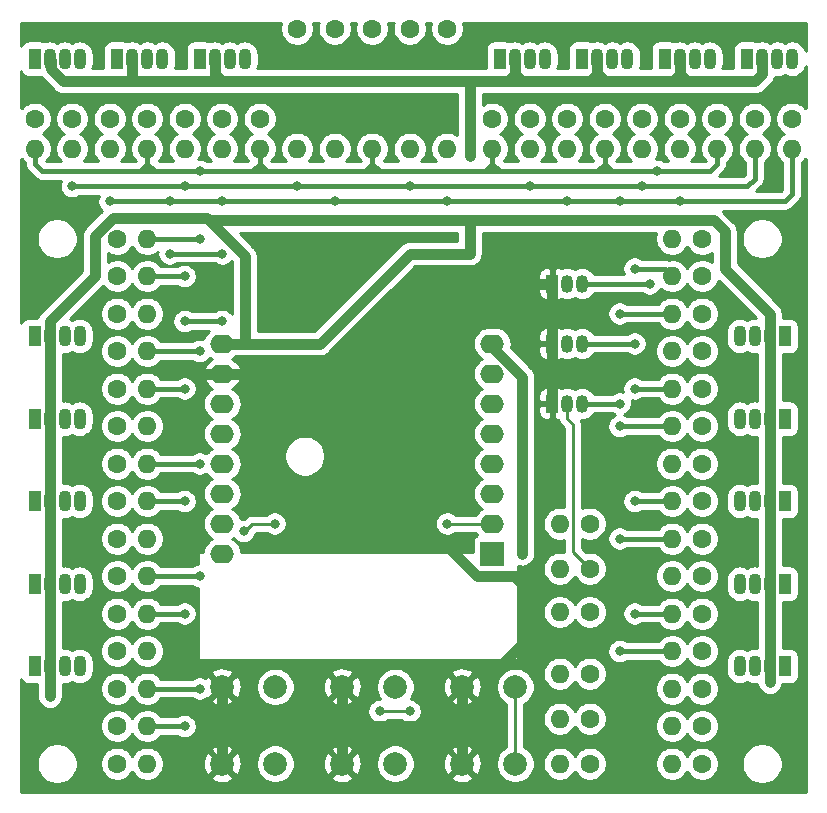
<source format=gbr>
%TF.GenerationSoftware,KiCad,Pcbnew,5.1.10-8.fc34*%
%TF.CreationDate,2021-11-19T15:19:54+01:00*%
%TF.ProjectId,lampe,6c616d70-652e-46b6-9963-61645f706362,rev?*%
%TF.SameCoordinates,Original*%
%TF.FileFunction,Copper,L2,Bot*%
%TF.FilePolarity,Positive*%
%FSLAX46Y46*%
G04 Gerber Fmt 4.6, Leading zero omitted, Abs format (unit mm)*
G04 Created by KiCad (PCBNEW 5.1.10-8.fc34) date 2021-11-19 15:19:54*
%MOMM*%
%LPD*%
G01*
G04 APERTURE LIST*
%TA.AperFunction,ComponentPad*%
%ADD10O,1.070000X1.800000*%
%TD*%
%TA.AperFunction,ComponentPad*%
%ADD11R,1.070000X1.800000*%
%TD*%
%TA.AperFunction,ComponentPad*%
%ADD12O,1.600000X1.600000*%
%TD*%
%TA.AperFunction,ComponentPad*%
%ADD13C,1.600000*%
%TD*%
%TA.AperFunction,ComponentPad*%
%ADD14O,2.000000X1.600000*%
%TD*%
%TA.AperFunction,ComponentPad*%
%ADD15R,2.000000X2.000000*%
%TD*%
%TA.AperFunction,ComponentPad*%
%ADD16C,2.000000*%
%TD*%
%TA.AperFunction,ComponentPad*%
%ADD17R,1.050000X1.500000*%
%TD*%
%TA.AperFunction,ComponentPad*%
%ADD18O,1.050000X1.500000*%
%TD*%
%TA.AperFunction,ViaPad*%
%ADD19C,0.800000*%
%TD*%
%TA.AperFunction,Conductor*%
%ADD20C,0.900000*%
%TD*%
%TA.AperFunction,Conductor*%
%ADD21C,0.400000*%
%TD*%
%TA.AperFunction,Conductor*%
%ADD22C,0.250000*%
%TD*%
%TA.AperFunction,Conductor*%
%ADD23C,0.254000*%
%TD*%
%TA.AperFunction,Conductor*%
%ADD24C,0.100000*%
%TD*%
G04 APERTURE END LIST*
D10*
%TO.P,D9,4*%
%TO.N,Net-(D9-Pad4)*%
X252095000Y-138430000D03*
%TO.P,D9,3*%
%TO.N,Net-(D9-Pad3)*%
X253365000Y-138430000D03*
%TO.P,D9,2*%
%TO.N,+5V*%
X254635000Y-138430000D03*
D11*
%TO.P,D9,1*%
%TO.N,Net-(D9-Pad1)*%
X255905000Y-138430000D03*
%TD*%
D10*
%TO.P,D4,4*%
%TO.N,Net-(B4-Pad1)*%
X196215000Y-138430000D03*
%TO.P,D4,3*%
%TO.N,Net-(D4-Pad3)*%
X194945000Y-138430000D03*
%TO.P,D4,2*%
%TO.N,+5V*%
X193675000Y-138430000D03*
D11*
%TO.P,D4,1*%
%TO.N,Net-(D4-Pad1)*%
X192405000Y-138430000D03*
%TD*%
D12*
%TO.P,B14,2*%
%TO.N,/pB*%
X227330000Y-115570000D03*
D13*
%TO.P,B14,1*%
%TO.N,Net-(B14-Pad1)*%
X227330000Y-105410000D03*
%TD*%
D12*
%TO.P,G14,2*%
%TO.N,/pG*%
X224155000Y-115570000D03*
D13*
%TO.P,G14,1*%
%TO.N,Net-(D14-Pad3)*%
X224155000Y-105410000D03*
%TD*%
D12*
%TO.P,R14,2*%
%TO.N,/pR*%
X220980000Y-115570000D03*
D13*
%TO.P,R14,1*%
%TO.N,Net-(D14-Pad1)*%
X220980000Y-105410000D03*
%TD*%
D12*
%TO.P,B13,2*%
%TO.N,/pB*%
X217805000Y-115570000D03*
D13*
%TO.P,B13,1*%
%TO.N,Net-(B13-Pad1)*%
X217805000Y-105410000D03*
%TD*%
D12*
%TO.P,G13,2*%
%TO.N,/pG*%
X214630000Y-115570000D03*
D13*
%TO.P,G13,1*%
%TO.N,Net-(D13-Pad3)*%
X214630000Y-105410000D03*
%TD*%
D10*
%TO.P,D17,4*%
%TO.N,Net-(B17-Pad1)*%
X256540000Y-107950000D03*
%TO.P,D17,3*%
%TO.N,Net-(D17-Pad3)*%
X255270000Y-107950000D03*
%TO.P,D17,2*%
%TO.N,+5V*%
X254000000Y-107950000D03*
D11*
%TO.P,D17,1*%
%TO.N,Net-(D17-Pad1)*%
X252730000Y-107950000D03*
%TD*%
D12*
%TO.P,R5,2*%
%TO.N,/pR*%
X201930000Y-123190000D03*
D13*
%TO.P,R5,1*%
%TO.N,Net-(D5-Pad1)*%
X199390000Y-123190000D03*
%TD*%
D12*
%TO.P,G5,2*%
%TO.N,/pG*%
X201930000Y-126365000D03*
D13*
%TO.P,G5,1*%
%TO.N,Net-(D5-Pad3)*%
X199390000Y-126365000D03*
%TD*%
D10*
%TO.P,D5,4*%
%TO.N,Net-(B5-Pad1)*%
X196215000Y-131445000D03*
%TO.P,D5,3*%
%TO.N,Net-(D5-Pad3)*%
X194945000Y-131445000D03*
%TO.P,D5,2*%
%TO.N,+5V*%
X193675000Y-131445000D03*
D11*
%TO.P,D5,1*%
%TO.N,Net-(D5-Pad1)*%
X192405000Y-131445000D03*
%TD*%
D12*
%TO.P,B5,2*%
%TO.N,/pB*%
X201930000Y-129540000D03*
D13*
%TO.P,B5,1*%
%TO.N,Net-(B5-Pad1)*%
X199390000Y-129540000D03*
%TD*%
D14*
%TO.P,U1,16*%
%TO.N,Net-(U1-Pad16)*%
X208280000Y-149860000D03*
%TO.P,U1,15*%
%TO.N,Net-(U1-Pad15)*%
X208280000Y-147320000D03*
%TO.P,U1,14*%
%TO.N,/iY*%
X208280000Y-144780000D03*
%TO.P,U1,13*%
%TO.N,/iZ*%
X208280000Y-142240000D03*
%TO.P,U1,12*%
%TO.N,Net-(U1-Pad12)*%
X208280000Y-139700000D03*
%TO.P,U1,11*%
%TO.N,Net-(U1-Pad11)*%
X208280000Y-137160000D03*
%TO.P,U1,10*%
%TO.N,GND*%
X208280000Y-134620000D03*
%TO.P,U1,9*%
%TO.N,+5V*%
X208280000Y-132080000D03*
%TO.P,U1,8*%
%TO.N,+3V3*%
X231140000Y-132080000D03*
%TO.P,U1,7*%
%TO.N,Net-(U1-Pad7)*%
X231140000Y-134620000D03*
%TO.P,U1,6*%
%TO.N,/cB*%
X231140000Y-137160000D03*
%TO.P,U1,5*%
%TO.N,/cG*%
X231140000Y-139700000D03*
%TO.P,U1,4*%
%TO.N,/cR*%
X231140000Y-142240000D03*
%TO.P,U1,3*%
%TO.N,Net-(U1-Pad3)*%
X231140000Y-144780000D03*
D15*
%TO.P,U1,1*%
%TO.N,Net-(U1-Pad1)*%
X231140000Y-149860000D03*
D14*
%TO.P,U1,2*%
%TO.N,/iX*%
X231140000Y-147320000D03*
%TD*%
D16*
%TO.P,Z1,1*%
%TO.N,GND*%
X228600000Y-161140000D03*
%TO.P,Z1,2*%
%TO.N,/iZ*%
X233100000Y-161140000D03*
%TO.P,Z1,1*%
%TO.N,GND*%
X228600000Y-167640000D03*
%TO.P,Z1,2*%
%TO.N,/iZ*%
X233100000Y-167640000D03*
%TD*%
%TO.P,Y1,1*%
%TO.N,GND*%
X218440000Y-161140000D03*
%TO.P,Y1,2*%
%TO.N,/iY*%
X222940000Y-161140000D03*
%TO.P,Y1,1*%
%TO.N,GND*%
X218440000Y-167640000D03*
%TO.P,Y1,2*%
%TO.N,/iY*%
X222940000Y-167640000D03*
%TD*%
%TO.P,X1,1*%
%TO.N,GND*%
X208280000Y-161140000D03*
%TO.P,X1,2*%
%TO.N,/iX*%
X212780000Y-161140000D03*
%TO.P,X1,1*%
%TO.N,GND*%
X208280000Y-167640000D03*
%TO.P,X1,2*%
%TO.N,/iX*%
X212780000Y-167640000D03*
%TD*%
D12*
%TO.P,R17,2*%
%TO.N,/pR*%
X250190000Y-115570000D03*
D13*
%TO.P,R17,1*%
%TO.N,Net-(D17-Pad1)*%
X250190000Y-113030000D03*
%TD*%
D12*
%TO.P,R16,2*%
%TO.N,/pR*%
X240665000Y-115570000D03*
D13*
%TO.P,R16,1*%
%TO.N,Net-(D16-Pad1)*%
X240665000Y-113030000D03*
%TD*%
D12*
%TO.P,R15,2*%
%TO.N,/pR*%
X231140000Y-115570000D03*
D13*
%TO.P,R15,1*%
%TO.N,Net-(D15-Pad1)*%
X231140000Y-113030000D03*
%TD*%
D12*
%TO.P,R13,2*%
%TO.N,/pR*%
X211455000Y-115570000D03*
D13*
%TO.P,R13,1*%
%TO.N,Net-(D13-Pad1)*%
X211455000Y-113030000D03*
%TD*%
D12*
%TO.P,R12,2*%
%TO.N,/pR*%
X201930000Y-115570000D03*
D13*
%TO.P,R12,1*%
%TO.N,Net-(D12-Pad1)*%
X201930000Y-113030000D03*
%TD*%
D12*
%TO.P,R11,2*%
%TO.N,/pR*%
X192405000Y-115570000D03*
D13*
%TO.P,R11,1*%
%TO.N,Net-(D11-Pad1)*%
X192405000Y-113030000D03*
%TD*%
D12*
%TO.P,R10,2*%
%TO.N,/pR*%
X246380000Y-123190000D03*
D13*
%TO.P,R10,1*%
%TO.N,Net-(D10-Pad1)*%
X248920000Y-123190000D03*
%TD*%
D12*
%TO.P,R9,2*%
%TO.N,/pR*%
X246380000Y-132715000D03*
D13*
%TO.P,R9,1*%
%TO.N,Net-(D9-Pad1)*%
X248920000Y-132715000D03*
%TD*%
D12*
%TO.P,R8,2*%
%TO.N,/pR*%
X246380000Y-142240000D03*
D13*
%TO.P,R8,1*%
%TO.N,Net-(D8-Pad1)*%
X248920000Y-142240000D03*
%TD*%
D12*
%TO.P,R7,2*%
%TO.N,/pR*%
X246380000Y-151765000D03*
D13*
%TO.P,R7,1*%
%TO.N,Net-(D7-Pad1)*%
X248920000Y-151765000D03*
%TD*%
D12*
%TO.P,R6,2*%
%TO.N,/pR*%
X246380000Y-161290000D03*
D13*
%TO.P,R6,1*%
%TO.N,Net-(D6-Pad1)*%
X248920000Y-161290000D03*
%TD*%
D12*
%TO.P,R4,2*%
%TO.N,/pR*%
X201930000Y-132715000D03*
D13*
%TO.P,R4,1*%
%TO.N,Net-(D4-Pad1)*%
X199390000Y-132715000D03*
%TD*%
D12*
%TO.P,R3,2*%
%TO.N,/pR*%
X201930000Y-142240000D03*
D13*
%TO.P,R3,1*%
%TO.N,Net-(D3-Pad1)*%
X199390000Y-142240000D03*
%TD*%
D12*
%TO.P,R2,2*%
%TO.N,/pR*%
X201930000Y-151765000D03*
D13*
%TO.P,R2,1*%
%TO.N,Net-(D2-Pad1)*%
X199390000Y-151765000D03*
%TD*%
D12*
%TO.P,R1,2*%
%TO.N,/pR*%
X201930000Y-161290000D03*
D13*
%TO.P,R1,1*%
%TO.N,Net-(D1-Pad1)*%
X199390000Y-161290000D03*
%TD*%
D12*
%TO.P,G17,2*%
%TO.N,/pG*%
X253365000Y-115570000D03*
D13*
%TO.P,G17,1*%
%TO.N,Net-(D17-Pad3)*%
X253365000Y-113030000D03*
%TD*%
D12*
%TO.P,G16,2*%
%TO.N,/pG*%
X243840000Y-115570000D03*
D13*
%TO.P,G16,1*%
%TO.N,Net-(D16-Pad3)*%
X243840000Y-113030000D03*
%TD*%
D12*
%TO.P,G15,2*%
%TO.N,/pG*%
X234315000Y-115570000D03*
D13*
%TO.P,G15,1*%
%TO.N,Net-(D15-Pad3)*%
X234315000Y-113030000D03*
%TD*%
D12*
%TO.P,G12,2*%
%TO.N,/pG*%
X205105000Y-115570000D03*
D13*
%TO.P,G12,1*%
%TO.N,Net-(D12-Pad3)*%
X205105000Y-113030000D03*
%TD*%
D12*
%TO.P,G11,2*%
%TO.N,/pG*%
X195580000Y-115570000D03*
D13*
%TO.P,G11,1*%
%TO.N,Net-(D11-Pad3)*%
X195580000Y-113030000D03*
%TD*%
D12*
%TO.P,G10,2*%
%TO.N,/pG*%
X246380000Y-126365000D03*
D13*
%TO.P,G10,1*%
%TO.N,Net-(D10-Pad3)*%
X248920000Y-126365000D03*
%TD*%
D12*
%TO.P,RpG9,2*%
%TO.N,/pG*%
X246380000Y-135890000D03*
D13*
%TO.P,RpG9,1*%
%TO.N,Net-(D9-Pad3)*%
X248920000Y-135890000D03*
%TD*%
D12*
%TO.P,G8,2*%
%TO.N,/pG*%
X246380000Y-145415000D03*
D13*
%TO.P,G8,1*%
%TO.N,Net-(D8-Pad3)*%
X248920000Y-145415000D03*
%TD*%
D12*
%TO.P,G7,2*%
%TO.N,/pG*%
X246380000Y-154940000D03*
D13*
%TO.P,G7,1*%
%TO.N,Net-(D7-Pad3)*%
X248920000Y-154940000D03*
%TD*%
D12*
%TO.P,G6,2*%
%TO.N,/pG*%
X246380000Y-164465000D03*
D13*
%TO.P,G6,1*%
%TO.N,Net-(D6-Pad3)*%
X248920000Y-164465000D03*
%TD*%
D12*
%TO.P,G4,2*%
%TO.N,/pG*%
X201930000Y-135890000D03*
D13*
%TO.P,G4,1*%
%TO.N,Net-(D4-Pad3)*%
X199390000Y-135890000D03*
%TD*%
D12*
%TO.P,G3,2*%
%TO.N,/pG*%
X201930000Y-145415000D03*
D13*
%TO.P,G3,1*%
%TO.N,Net-(D3-Pad3)*%
X199390000Y-145415000D03*
%TD*%
D12*
%TO.P,G2,2*%
%TO.N,/pG*%
X201930000Y-154940000D03*
D13*
%TO.P,G2,1*%
%TO.N,Net-(D2-Pad3)*%
X199390000Y-154940000D03*
%TD*%
D12*
%TO.P,G1,2*%
%TO.N,/pG*%
X201930000Y-164465000D03*
D13*
%TO.P,G1,1*%
%TO.N,Net-(D1-Pad3)*%
X199390000Y-164465000D03*
%TD*%
D12*
%TO.P,B17,2*%
%TO.N,/pB*%
X256540000Y-115570000D03*
D13*
%TO.P,B17,1*%
%TO.N,Net-(B17-Pad1)*%
X256540000Y-113030000D03*
%TD*%
D12*
%TO.P,B16,2*%
%TO.N,/pB*%
X247015000Y-115570000D03*
D13*
%TO.P,B16,1*%
%TO.N,Net-(B16-Pad1)*%
X247015000Y-113030000D03*
%TD*%
D12*
%TO.P,B15,2*%
%TO.N,/pB*%
X237490000Y-115570000D03*
D13*
%TO.P,B15,1*%
%TO.N,Net-(B15-Pad1)*%
X237490000Y-113030000D03*
%TD*%
D12*
%TO.P,B12,2*%
%TO.N,/pB*%
X208280000Y-115570000D03*
D13*
%TO.P,B12,1*%
%TO.N,Net-(B12-Pad1)*%
X208280000Y-113030000D03*
%TD*%
D12*
%TO.P,B11,2*%
%TO.N,/pB*%
X198755000Y-115570000D03*
D13*
%TO.P,B11,1*%
%TO.N,Net-(B11-Pad1)*%
X198755000Y-113030000D03*
%TD*%
D12*
%TO.P,B10,2*%
%TO.N,/pB*%
X246380000Y-129540000D03*
D13*
%TO.P,B10,1*%
%TO.N,Net-(B10-Pad1)*%
X248920000Y-129540000D03*
%TD*%
D12*
%TO.P,RpB9,2*%
%TO.N,/pB*%
X246380000Y-139065000D03*
D13*
%TO.P,RpB9,1*%
%TO.N,Net-(D9-Pad4)*%
X248920000Y-139065000D03*
%TD*%
D12*
%TO.P,B8,2*%
%TO.N,/pB*%
X246380000Y-148590000D03*
D13*
%TO.P,B8,1*%
%TO.N,Net-(B8-Pad1)*%
X248920000Y-148590000D03*
%TD*%
D12*
%TO.P,B7,2*%
%TO.N,/pB*%
X246380000Y-158115000D03*
D13*
%TO.P,B7,1*%
%TO.N,Net-(B7-Pad1)*%
X248920000Y-158115000D03*
%TD*%
D12*
%TO.P,B6,2*%
%TO.N,/pB*%
X246380000Y-167640000D03*
D13*
%TO.P,B6,1*%
%TO.N,Net-(B6-Pad1)*%
X248920000Y-167640000D03*
%TD*%
D12*
%TO.P,B4,2*%
%TO.N,/pB*%
X201930000Y-139065000D03*
D13*
%TO.P,B4,1*%
%TO.N,Net-(B4-Pad1)*%
X199390000Y-139065000D03*
%TD*%
D12*
%TO.P,B3,2*%
%TO.N,/pB*%
X201930000Y-148590000D03*
D13*
%TO.P,B3,1*%
%TO.N,Net-(B3-Pad1)*%
X199390000Y-148590000D03*
%TD*%
D12*
%TO.P,B2,2*%
%TO.N,/pB*%
X201930000Y-158115000D03*
D13*
%TO.P,B2,1*%
%TO.N,Net-(B2-Pad1)*%
X199390000Y-158115000D03*
%TD*%
D12*
%TO.P,B1,2*%
%TO.N,/pB*%
X201930000Y-167640000D03*
D13*
%TO.P,B1,1*%
%TO.N,Net-(B1-Pad1)*%
X199390000Y-167640000D03*
%TD*%
D12*
%TO.P,RZ1,2*%
%TO.N,/iZ*%
X236855000Y-167640000D03*
D13*
%TO.P,RZ1,1*%
%TO.N,+3V3*%
X239395000Y-167640000D03*
%TD*%
D12*
%TO.P,RY1,2*%
%TO.N,/iY*%
X236855000Y-163830000D03*
D13*
%TO.P,RY1,1*%
%TO.N,+3V3*%
X239395000Y-163830000D03*
%TD*%
D12*
%TO.P,RX1,2*%
%TO.N,/iX*%
X236855000Y-160020000D03*
D13*
%TO.P,RX1,1*%
%TO.N,+3V3*%
X239395000Y-160020000D03*
%TD*%
D12*
%TO.P,CR1,2*%
%TO.N,/cR*%
X236855000Y-154813000D03*
D13*
%TO.P,CR1,1*%
%TO.N,Net-(CR1-Pad1)*%
X239395000Y-154813000D03*
%TD*%
D12*
%TO.P,CG1,2*%
%TO.N,/cG*%
X236855000Y-147320000D03*
D13*
%TO.P,CG1,1*%
%TO.N,Net-(CG1-Pad1)*%
X239395000Y-147320000D03*
%TD*%
D12*
%TO.P,CB1,2*%
%TO.N,/cB*%
X236855000Y-151130000D03*
D13*
%TO.P,CB1,1*%
%TO.N,Net-(CB1-Pad1)*%
X239395000Y-151130000D03*
%TD*%
D17*
%TO.P,QR1,1*%
%TO.N,GND*%
X236220000Y-127000000D03*
D18*
%TO.P,QR1,3*%
%TO.N,/pR*%
X238760000Y-127000000D03*
%TO.P,QR1,2*%
%TO.N,Net-(CR1-Pad1)*%
X237490000Y-127000000D03*
%TD*%
D17*
%TO.P,QG1,1*%
%TO.N,GND*%
X236220000Y-132080000D03*
D18*
%TO.P,QG1,3*%
%TO.N,/pG*%
X238760000Y-132080000D03*
%TO.P,QG1,2*%
%TO.N,Net-(CG1-Pad1)*%
X237490000Y-132080000D03*
%TD*%
D17*
%TO.P,QB1,1*%
%TO.N,GND*%
X236220000Y-137160000D03*
D18*
%TO.P,QB1,3*%
%TO.N,/pB*%
X238760000Y-137160000D03*
%TO.P,QB1,2*%
%TO.N,Net-(CB1-Pad1)*%
X237490000Y-137160000D03*
%TD*%
D10*
%TO.P,D16,4*%
%TO.N,Net-(B16-Pad1)*%
X249555000Y-107950000D03*
%TO.P,D16,3*%
%TO.N,Net-(D16-Pad3)*%
X248285000Y-107950000D03*
%TO.P,D16,2*%
%TO.N,+5V*%
X247015000Y-107950000D03*
D11*
%TO.P,D16,1*%
%TO.N,Net-(D16-Pad1)*%
X245745000Y-107950000D03*
%TD*%
D10*
%TO.P,D15,4*%
%TO.N,Net-(B15-Pad1)*%
X242570000Y-107950000D03*
%TO.P,D15,3*%
%TO.N,Net-(D15-Pad3)*%
X241300000Y-107950000D03*
%TO.P,D15,2*%
%TO.N,+5V*%
X240030000Y-107950000D03*
D11*
%TO.P,D15,1*%
%TO.N,Net-(D15-Pad1)*%
X238760000Y-107950000D03*
%TD*%
D10*
%TO.P,D14,4*%
%TO.N,Net-(B14-Pad1)*%
X235585000Y-107950000D03*
%TO.P,D14,3*%
%TO.N,Net-(D14-Pad3)*%
X234315000Y-107950000D03*
%TO.P,D14,2*%
%TO.N,+5V*%
X233045000Y-107950000D03*
D11*
%TO.P,D14,1*%
%TO.N,Net-(D14-Pad1)*%
X231775000Y-107950000D03*
%TD*%
D10*
%TO.P,D13,4*%
%TO.N,Net-(B13-Pad1)*%
X210185000Y-107950000D03*
%TO.P,D13,3*%
%TO.N,Net-(D13-Pad3)*%
X208915000Y-107950000D03*
%TO.P,D13,2*%
%TO.N,+5V*%
X207645000Y-107950000D03*
D11*
%TO.P,D13,1*%
%TO.N,Net-(D13-Pad1)*%
X206375000Y-107950000D03*
%TD*%
D10*
%TO.P,D12,4*%
%TO.N,Net-(B12-Pad1)*%
X203200000Y-107950000D03*
%TO.P,D12,3*%
%TO.N,Net-(D12-Pad3)*%
X201930000Y-107950000D03*
%TO.P,D12,2*%
%TO.N,+5V*%
X200660000Y-107950000D03*
D11*
%TO.P,D12,1*%
%TO.N,Net-(D12-Pad1)*%
X199390000Y-107950000D03*
%TD*%
D10*
%TO.P,D11,4*%
%TO.N,Net-(B11-Pad1)*%
X196215000Y-107950000D03*
%TO.P,D11,3*%
%TO.N,Net-(D11-Pad3)*%
X194945000Y-107950000D03*
%TO.P,D11,2*%
%TO.N,+5V*%
X193675000Y-107950000D03*
D11*
%TO.P,D11,1*%
%TO.N,Net-(D11-Pad1)*%
X192405000Y-107950000D03*
%TD*%
D10*
%TO.P,D10,4*%
%TO.N,Net-(B10-Pad1)*%
X252095000Y-131445000D03*
%TO.P,D10,3*%
%TO.N,Net-(D10-Pad3)*%
X253365000Y-131445000D03*
%TO.P,D10,2*%
%TO.N,+5V*%
X254635000Y-131445000D03*
D11*
%TO.P,D10,1*%
%TO.N,Net-(D10-Pad1)*%
X255905000Y-131445000D03*
%TD*%
D10*
%TO.P,D8,4*%
%TO.N,Net-(B8-Pad1)*%
X252095000Y-145415000D03*
%TO.P,D8,3*%
%TO.N,Net-(D8-Pad3)*%
X253365000Y-145415000D03*
%TO.P,D8,2*%
%TO.N,+5V*%
X254635000Y-145415000D03*
D11*
%TO.P,D8,1*%
%TO.N,Net-(D8-Pad1)*%
X255905000Y-145415000D03*
%TD*%
D10*
%TO.P,D7,4*%
%TO.N,Net-(B7-Pad1)*%
X252095000Y-152400000D03*
%TO.P,D7,3*%
%TO.N,Net-(D7-Pad3)*%
X253365000Y-152400000D03*
%TO.P,D7,2*%
%TO.N,+5V*%
X254635000Y-152400000D03*
D11*
%TO.P,D7,1*%
%TO.N,Net-(D7-Pad1)*%
X255905000Y-152400000D03*
%TD*%
D10*
%TO.P,D6,4*%
%TO.N,Net-(B6-Pad1)*%
X252095000Y-159385000D03*
%TO.P,D6,3*%
%TO.N,Net-(D6-Pad3)*%
X253365000Y-159385000D03*
%TO.P,D6,2*%
%TO.N,+5V*%
X254635000Y-159385000D03*
D11*
%TO.P,D6,1*%
%TO.N,Net-(D6-Pad1)*%
X255905000Y-159385000D03*
%TD*%
D10*
%TO.P,D3,4*%
%TO.N,Net-(B3-Pad1)*%
X196215000Y-145415000D03*
%TO.P,D3,3*%
%TO.N,Net-(D3-Pad3)*%
X194945000Y-145415000D03*
%TO.P,D3,2*%
%TO.N,+5V*%
X193675000Y-145415000D03*
D11*
%TO.P,D3,1*%
%TO.N,Net-(D3-Pad1)*%
X192405000Y-145415000D03*
%TD*%
D10*
%TO.P,D2,4*%
%TO.N,Net-(B2-Pad1)*%
X196215000Y-152400000D03*
%TO.P,D2,3*%
%TO.N,Net-(D2-Pad3)*%
X194945000Y-152400000D03*
%TO.P,D2,2*%
%TO.N,+5V*%
X193675000Y-152400000D03*
D11*
%TO.P,D2,1*%
%TO.N,Net-(D2-Pad1)*%
X192405000Y-152400000D03*
%TD*%
D10*
%TO.P,D1,4*%
%TO.N,Net-(B1-Pad1)*%
X196215000Y-159385000D03*
%TO.P,D1,3*%
%TO.N,Net-(D1-Pad3)*%
X194945000Y-159385000D03*
%TO.P,D1,2*%
%TO.N,+5V*%
X193675000Y-159385000D03*
D11*
%TO.P,D1,1*%
%TO.N,Net-(D1-Pad1)*%
X192405000Y-159385000D03*
%TD*%
D19*
%TO.N,+5V*%
X229235000Y-116205000D03*
X229235000Y-114935000D03*
X229235000Y-113665000D03*
X229235000Y-123190000D03*
X229235000Y-121920000D03*
X216535000Y-132080000D03*
X215265000Y-132080000D03*
X213995000Y-132080000D03*
%TO.N,GND*%
X214630000Y-146050000D03*
X214630000Y-148590000D03*
X214630000Y-134620000D03*
X215900000Y-134620000D03*
X217170000Y-134620000D03*
X225425000Y-131445000D03*
X226695000Y-131445000D03*
X226695000Y-128270000D03*
X225425000Y-128270000D03*
X227965000Y-128270000D03*
X227965000Y-131445000D03*
X208280000Y-164465000D03*
X218440000Y-164465000D03*
X228600000Y-164465000D03*
X229870000Y-164465000D03*
X231140000Y-164465000D03*
X243205000Y-166370000D03*
X244475000Y-162560000D03*
X200660000Y-131064000D03*
X200660000Y-127889000D03*
X200660000Y-134239000D03*
X200660000Y-137541000D03*
X200660000Y-140716000D03*
X200660000Y-147066000D03*
X200660000Y-143891000D03*
X200660000Y-150114000D03*
X200660000Y-166116000D03*
X200660000Y-162941000D03*
X200660000Y-159766000D03*
X200660000Y-156591000D03*
X200660000Y-153289000D03*
X211963000Y-128016000D03*
X213233000Y-128016000D03*
X214503000Y-128016000D03*
X207899000Y-127381000D03*
X255016000Y-118237000D03*
X251714000Y-117221000D03*
X247523000Y-124841000D03*
X247650000Y-127889000D03*
X247650000Y-131191000D03*
X247523000Y-134239000D03*
X247650000Y-137414000D03*
X247650000Y-150114000D03*
X247523000Y-153416000D03*
X247650000Y-156464000D03*
X247650000Y-159766000D03*
X247650000Y-166116000D03*
X247650000Y-162687000D03*
X237998000Y-165735000D03*
X238125000Y-161925000D03*
X227838000Y-123063000D03*
X210820000Y-123190000D03*
X217678000Y-123063000D03*
X218948000Y-123063000D03*
X220218000Y-123063000D03*
X238760000Y-123190000D03*
X237490000Y-123190000D03*
X236220000Y-123190000D03*
X232664000Y-111379000D03*
X235966000Y-111379000D03*
X239014000Y-111506000D03*
X251841000Y-111506000D03*
X219456000Y-107315000D03*
X217805000Y-108204000D03*
X220980000Y-108204000D03*
X212344000Y-106680000D03*
X204724000Y-105918000D03*
X197739000Y-106045000D03*
X192913000Y-119888000D03*
X219329000Y-112014000D03*
X217805000Y-112014000D03*
X220726000Y-112014000D03*
X251079000Y-105918000D03*
X244094000Y-106045000D03*
X229743000Y-106680000D03*
X224155000Y-146050000D03*
X227012500Y-148907500D03*
%TO.N,/pB*%
X241935000Y-137160000D03*
X208280000Y-124460000D03*
X203835000Y-124460000D03*
X241935000Y-129540000D03*
X241935000Y-139065000D03*
X241935000Y-148590000D03*
X241935000Y-158115000D03*
X198755000Y-120015000D03*
X208280000Y-120015000D03*
X217805000Y-120015000D03*
X227330000Y-120015000D03*
X237490000Y-120015000D03*
X247015000Y-120015000D03*
X203835000Y-120015000D03*
X241935000Y-120015000D03*
%TO.N,/pG*%
X243205000Y-132080000D03*
X208280000Y-130175000D03*
X205105000Y-130175000D03*
X205105000Y-126365000D03*
X205105000Y-135890000D03*
X205105000Y-145415000D03*
X205105000Y-154940000D03*
X205105000Y-164465000D03*
X243205000Y-125730000D03*
X243205000Y-135890000D03*
X243205000Y-145415000D03*
X243205000Y-154940000D03*
X195580000Y-118745000D03*
X205105000Y-118745000D03*
X214630000Y-118745000D03*
X224155000Y-118745000D03*
X234315000Y-118745000D03*
X243840000Y-118745000D03*
%TO.N,/pR*%
X244475000Y-127000000D03*
X206375000Y-142240000D03*
X206375000Y-151765000D03*
X206375000Y-132715000D03*
X206375000Y-123190000D03*
X206375000Y-161290000D03*
X206375000Y-117475000D03*
X245110000Y-117475000D03*
%TO.N,+3V3*%
X233680000Y-149860000D03*
%TO.N,/iX*%
X210095000Y-147955000D03*
X221615000Y-163195000D03*
X224155000Y-163195000D03*
X227330000Y-147320000D03*
X212725000Y-147320000D03*
%TD*%
D20*
%TO.N,+5V*%
X193759990Y-108805847D02*
X193759990Y-108034990D01*
X193759990Y-108034990D02*
X193675000Y-107950000D01*
X194809143Y-109855000D02*
X193759990Y-108805847D01*
X254000000Y-109285002D02*
X253430002Y-109855000D01*
X254000000Y-107950000D02*
X254000000Y-109285002D01*
X200765000Y-109855000D02*
X201930000Y-109855000D01*
X200660000Y-109750000D02*
X200765000Y-109855000D01*
X200660000Y-107950000D02*
X200660000Y-109750000D01*
X201930000Y-109855000D02*
X194809143Y-109855000D01*
X207645000Y-109220000D02*
X208280000Y-109855000D01*
X207645000Y-107950000D02*
X207645000Y-109220000D01*
X208280000Y-109855000D02*
X201930000Y-109855000D01*
X233045000Y-109220000D02*
X233680000Y-109855000D01*
X233045000Y-107950000D02*
X233045000Y-109220000D01*
X240030000Y-109220000D02*
X240665000Y-109855000D01*
X240030000Y-107950000D02*
X240030000Y-109220000D01*
X247015000Y-107950000D02*
X247015000Y-109220000D01*
X247015000Y-109220000D02*
X247650000Y-109855000D01*
X253430002Y-109855000D02*
X247650000Y-109855000D01*
X247015000Y-107950000D02*
X247015000Y-109285002D01*
X246445002Y-109855000D02*
X245745000Y-109855000D01*
X245745000Y-109855000D02*
X240665000Y-109855000D01*
X247015000Y-109285002D02*
X246445002Y-109855000D01*
X247650000Y-109855000D02*
X245745000Y-109855000D01*
X240030000Y-109750000D02*
X239925000Y-109855000D01*
X240030000Y-107950000D02*
X240030000Y-109750000D01*
X238760000Y-109855000D02*
X233680000Y-109855000D01*
X239925000Y-109855000D02*
X238760000Y-109855000D01*
X239460002Y-109855000D02*
X239395000Y-109855000D01*
X240030000Y-109285002D02*
X239460002Y-109855000D01*
X240030000Y-107950000D02*
X240030000Y-109285002D01*
X239395000Y-109855000D02*
X238760000Y-109855000D01*
X240665000Y-109855000D02*
X239395000Y-109855000D01*
X233680000Y-109855000D02*
X231775000Y-109855000D01*
X232475002Y-109855000D02*
X231775000Y-109855000D01*
X233045000Y-109285002D02*
X232475002Y-109855000D01*
X233045000Y-107950000D02*
X233045000Y-109285002D01*
X229235000Y-109855000D02*
X229235000Y-113665000D01*
X231775000Y-109855000D02*
X229235000Y-109855000D01*
X229235000Y-109855000D02*
X208280000Y-109855000D01*
X229235000Y-116205000D02*
X229235000Y-116205000D01*
X229235000Y-114935000D02*
X229235000Y-116205000D01*
X229235000Y-113665000D02*
X229235000Y-114935000D01*
X229235000Y-121920000D02*
X229235000Y-123190000D01*
X224155000Y-124460000D02*
X216535000Y-132080000D01*
X229235000Y-124460000D02*
X224155000Y-124460000D01*
X229235000Y-123190000D02*
X229235000Y-124460000D01*
X229515001Y-121639999D02*
X229235000Y-121920000D01*
X206962001Y-121439999D02*
X198993999Y-121439999D01*
X210185000Y-124662998D02*
X206962001Y-121439999D01*
X210185000Y-132080000D02*
X210185000Y-124662998D01*
X216535000Y-132080000D02*
X210185000Y-132080000D01*
X210185000Y-132080000D02*
X208280000Y-132080000D01*
X207162001Y-121639999D02*
X206962001Y-121439999D01*
X230224999Y-121639999D02*
X207162001Y-121639999D01*
X230224999Y-121639999D02*
X229515001Y-121639999D01*
X198993999Y-121439999D02*
X197485000Y-122948998D01*
X197485000Y-126365000D02*
X193675000Y-130175000D01*
X197485000Y-122948998D02*
X197485000Y-126365000D01*
X193675000Y-161925000D02*
X193675000Y-130175000D01*
X230224999Y-121639999D02*
X249909999Y-121639999D01*
X249909999Y-121639999D02*
X250825000Y-122555000D01*
X250825000Y-122555000D02*
X250825000Y-125730000D01*
X254635000Y-129540000D02*
X254635000Y-131445000D01*
X250825000Y-125730000D02*
X254635000Y-129540000D01*
X254635000Y-131445000D02*
X254635000Y-160720002D01*
%TO.N,GND*%
X218440000Y-167640000D02*
X218440000Y-164465000D01*
X208280000Y-164465000D02*
X208280000Y-164465000D01*
X228600000Y-164465000D02*
X228600000Y-161140000D01*
X228600000Y-167640000D02*
X228600000Y-164465000D01*
X208280000Y-167640000D02*
X208280000Y-164465000D01*
X214630000Y-134620000D02*
X217170000Y-134620000D01*
X224790000Y-127000000D02*
X236014990Y-127000000D01*
X236220000Y-127000000D02*
X236220000Y-132080000D01*
X236220000Y-137160000D02*
X236220000Y-132080000D01*
X208280000Y-161140000D02*
X208280000Y-164465000D01*
X231140000Y-160020000D02*
X231140000Y-164465000D01*
X231140000Y-164465000D02*
X229870000Y-164465000D01*
X233680000Y-152400000D02*
X233680000Y-157480000D01*
X233045000Y-151765000D02*
X233680000Y-152400000D01*
X233680000Y-157480000D02*
X231140000Y-160020000D01*
X229870000Y-151765000D02*
X233045000Y-151765000D01*
X218440000Y-140335000D02*
X224155000Y-146050000D01*
X218440000Y-135890000D02*
X218440000Y-140335000D01*
X217170000Y-134620000D02*
X218440000Y-135890000D01*
X214630000Y-134620000D02*
X208280000Y-134620000D01*
X208280000Y-164465000D02*
X228600000Y-164465000D01*
X218440000Y-164465000D02*
X218440000Y-161140000D01*
X228600000Y-164465000D02*
X228600000Y-164465000D01*
X229870000Y-164465000D02*
X228600000Y-164465000D01*
X231140000Y-164465000D02*
X231140000Y-164465000D01*
X208280000Y-134620000D02*
X206375000Y-134620000D01*
X220345000Y-131445000D02*
X220154500Y-131635500D01*
X227965000Y-131445000D02*
X220345000Y-131445000D01*
X217170000Y-134620000D02*
X220154500Y-131635500D01*
X227901500Y-128206500D02*
X227965000Y-128270000D01*
X220154500Y-131635500D02*
X223583500Y-128206500D01*
X223583500Y-128206500D02*
X227901500Y-128206500D01*
X223583500Y-128206500D02*
X224790000Y-127000000D01*
X214503000Y-126238000D02*
X217678000Y-123063000D01*
X214503000Y-128016000D02*
X214503000Y-126238000D01*
X220218000Y-123063000D02*
X217678000Y-123063000D01*
X217551000Y-123190000D02*
X217678000Y-123063000D01*
X210820000Y-123190000D02*
X217551000Y-123190000D01*
X224155000Y-146050000D02*
X227012500Y-148907500D01*
X227012500Y-148907500D02*
X229870000Y-151765000D01*
D21*
%TO.N,/pB*%
X238760000Y-137160000D02*
X241935000Y-137160000D01*
X241935000Y-137160000D02*
X241935000Y-137160000D01*
X208280000Y-124460000D02*
X203835000Y-124460000D01*
X203835000Y-124460000D02*
X203835000Y-124460000D01*
X246380000Y-129540000D02*
X241935000Y-129540000D01*
X246380000Y-139065000D02*
X241935000Y-139065000D01*
X246380000Y-148590000D02*
X241935000Y-148590000D01*
X246380000Y-158115000D02*
X241935000Y-158115000D01*
X203835000Y-120015000D02*
X198755000Y-120015000D01*
X204470000Y-120015000D02*
X208280000Y-120015000D01*
X203835000Y-120015000D02*
X204470000Y-120015000D01*
X208280000Y-120015000D02*
X217805000Y-120015000D01*
X217805000Y-120015000D02*
X227330000Y-120015000D01*
X227330000Y-120015000D02*
X237490000Y-120015000D01*
X237490000Y-120015000D02*
X247015000Y-120015000D01*
X247015000Y-120015000D02*
X255905000Y-120015000D01*
X255905000Y-120015000D02*
X256540000Y-119380000D01*
X256540000Y-119380000D02*
X256540000Y-115570000D01*
%TO.N,/pG*%
X238760000Y-132080000D02*
X243205000Y-132080000D01*
X243205000Y-132080000D02*
X243205000Y-132080000D01*
X208280000Y-130175000D02*
X205105000Y-130175000D01*
X205105000Y-164465000D02*
X201930000Y-164465000D01*
X205105000Y-154940000D02*
X201930000Y-154940000D01*
X205105000Y-145415000D02*
X201930000Y-145415000D01*
X201930000Y-135890000D02*
X205105000Y-135890000D01*
X205105000Y-126365000D02*
X201930000Y-126365000D01*
X245745000Y-125730000D02*
X246380000Y-126365000D01*
X243205000Y-125730000D02*
X245745000Y-125730000D01*
X246380000Y-135890000D02*
X243205000Y-135890000D01*
X243205000Y-145415000D02*
X246380000Y-145415000D01*
X246380000Y-154940000D02*
X243205000Y-154940000D01*
X205105000Y-118745000D02*
X195580000Y-118745000D01*
X205105000Y-118745000D02*
X214630000Y-118745000D01*
X225425000Y-118745000D02*
X234315000Y-118745000D01*
X214630000Y-118745000D02*
X224155000Y-118745000D01*
X224155000Y-118745000D02*
X225425000Y-118745000D01*
X234315000Y-118745000D02*
X243840000Y-118745000D01*
X243840000Y-118745000D02*
X252730000Y-118745000D01*
X252730000Y-118745000D02*
X253365000Y-118110000D01*
X253365000Y-118110000D02*
X253365000Y-115570000D01*
%TO.N,/pR*%
X238760000Y-127000000D02*
X244475000Y-127000000D01*
X244475000Y-127000000D02*
X244475000Y-127000000D01*
X206375000Y-161290000D02*
X201930000Y-161290000D01*
X206375000Y-151765000D02*
X201930000Y-151765000D01*
X201930000Y-142240000D02*
X206375000Y-142240000D01*
X206375000Y-132715000D02*
X201930000Y-132715000D01*
X206375000Y-123190000D02*
X201930000Y-123190000D01*
X206375000Y-117475000D02*
X206375000Y-117475000D01*
X206375000Y-117475000D02*
X207010000Y-117475000D01*
X206375000Y-117475000D02*
X205740000Y-117475000D01*
X192405000Y-116840000D02*
X193040000Y-117475000D01*
X192405000Y-115570000D02*
X192405000Y-116840000D01*
X201930000Y-116840000D02*
X202565000Y-117475000D01*
X202565000Y-117475000D02*
X201930000Y-117475000D01*
X205740000Y-117475000D02*
X202565000Y-117475000D01*
X201930000Y-115570000D02*
X201930000Y-116840000D01*
X201930000Y-116840000D02*
X201930000Y-117475000D01*
X201930000Y-116840000D02*
X201295000Y-117475000D01*
X201295000Y-117475000D02*
X193040000Y-117475000D01*
X201930000Y-117475000D02*
X201295000Y-117475000D01*
X210820000Y-117475000D02*
X211455000Y-117475000D01*
X207010000Y-117475000D02*
X210820000Y-117475000D01*
X211455000Y-116840000D02*
X210820000Y-117475000D01*
X211455000Y-115570000D02*
X211455000Y-116840000D01*
X211455000Y-116840000D02*
X211455000Y-117475000D01*
X211455000Y-116840000D02*
X212090000Y-117475000D01*
X211455000Y-117475000D02*
X212090000Y-117475000D01*
X220980000Y-116840000D02*
X220345000Y-117475000D01*
X220980000Y-115570000D02*
X220980000Y-116840000D01*
X220980000Y-116840000D02*
X220980000Y-117475000D01*
X220980000Y-116840000D02*
X221615000Y-117475000D01*
X212090000Y-117475000D02*
X221615000Y-117475000D01*
X221615000Y-117475000D02*
X231140000Y-117475000D01*
X231140000Y-116840000D02*
X230505000Y-117475000D01*
X231140000Y-115570000D02*
X231140000Y-116840000D01*
X231140000Y-116840000D02*
X231140000Y-117475000D01*
X231140000Y-116840000D02*
X231775000Y-117475000D01*
X231140000Y-117475000D02*
X231775000Y-117475000D01*
X240665000Y-116840000D02*
X241300000Y-117475000D01*
X241300000Y-117475000D02*
X245110000Y-117475000D01*
X240665000Y-117475000D02*
X241300000Y-117475000D01*
X240665000Y-117475000D02*
X240665000Y-116840000D01*
X240665000Y-116840000D02*
X240665000Y-115570000D01*
X240665000Y-116840000D02*
X240030000Y-117475000D01*
X240030000Y-117475000D02*
X240665000Y-117475000D01*
X231775000Y-117475000D02*
X240030000Y-117475000D01*
X249555000Y-117475000D02*
X250190000Y-116840000D01*
X250190000Y-116840000D02*
X250190000Y-115570000D01*
X245110000Y-117475000D02*
X249555000Y-117475000D01*
D20*
%TO.N,+3V3*%
X231140000Y-132369377D02*
X231140000Y-132080000D01*
X233680000Y-134909377D02*
X231140000Y-132369377D01*
X233680000Y-149860000D02*
X233680000Y-134909377D01*
D22*
%TO.N,/iX*%
X231140000Y-147320000D02*
X227330000Y-147320000D01*
X210820000Y-147320000D02*
X210185000Y-147955000D01*
X210185000Y-147955000D02*
X210095000Y-147955000D01*
X221615000Y-163195000D02*
X224155000Y-163195000D01*
X224155000Y-163195000D02*
X224155000Y-163195000D01*
X212725000Y-147320000D02*
X210820000Y-147320000D01*
%TO.N,/iZ*%
X233100000Y-167640000D02*
X233100000Y-161140000D01*
%TO.N,Net-(CB1-Pad1)*%
X237980001Y-138920001D02*
X237490000Y-138430000D01*
X237980001Y-149715001D02*
X237980001Y-138920001D01*
X239395000Y-151130000D02*
X237980001Y-149715001D01*
X237490000Y-138430000D02*
X237490000Y-137160000D01*
%TD*%
D23*
%TO.N,GND*%
X257683000Y-170053000D02*
X191262000Y-170053000D01*
X191262000Y-167469117D01*
X192575000Y-167469117D01*
X192575000Y-167810883D01*
X192641675Y-168146081D01*
X192772463Y-168461831D01*
X192962337Y-168745998D01*
X193204002Y-168987663D01*
X193488169Y-169177537D01*
X193803919Y-169308325D01*
X194139117Y-169375000D01*
X194480883Y-169375000D01*
X194816081Y-169308325D01*
X195131831Y-169177537D01*
X195415998Y-168987663D01*
X195657663Y-168745998D01*
X195847537Y-168461831D01*
X195978325Y-168146081D01*
X196045000Y-167810883D01*
X196045000Y-167498665D01*
X197955000Y-167498665D01*
X197955000Y-167781335D01*
X198010147Y-168058574D01*
X198118320Y-168319727D01*
X198275363Y-168554759D01*
X198475241Y-168754637D01*
X198710273Y-168911680D01*
X198971426Y-169019853D01*
X199248665Y-169075000D01*
X199531335Y-169075000D01*
X199808574Y-169019853D01*
X200069727Y-168911680D01*
X200304759Y-168754637D01*
X200504637Y-168554759D01*
X200660000Y-168322241D01*
X200815363Y-168554759D01*
X201015241Y-168754637D01*
X201250273Y-168911680D01*
X201511426Y-169019853D01*
X201788665Y-169075000D01*
X202071335Y-169075000D01*
X202348574Y-169019853D01*
X202609727Y-168911680D01*
X202813665Y-168775413D01*
X207324192Y-168775413D01*
X207419956Y-169039814D01*
X207709571Y-169180704D01*
X208021108Y-169262384D01*
X208342595Y-169281718D01*
X208661675Y-169237961D01*
X208966088Y-169132795D01*
X209140044Y-169039814D01*
X209235808Y-168775413D01*
X208280000Y-167819605D01*
X207324192Y-168775413D01*
X202813665Y-168775413D01*
X202844759Y-168754637D01*
X203044637Y-168554759D01*
X203201680Y-168319727D01*
X203309853Y-168058574D01*
X203365000Y-167781335D01*
X203365000Y-167702595D01*
X206638282Y-167702595D01*
X206682039Y-168021675D01*
X206787205Y-168326088D01*
X206880186Y-168500044D01*
X207144587Y-168595808D01*
X208100395Y-167640000D01*
X208459605Y-167640000D01*
X209415413Y-168595808D01*
X209679814Y-168500044D01*
X209820704Y-168210429D01*
X209902384Y-167898892D01*
X209921718Y-167577405D01*
X209908219Y-167478967D01*
X211145000Y-167478967D01*
X211145000Y-167801033D01*
X211207832Y-168116912D01*
X211331082Y-168414463D01*
X211510013Y-168682252D01*
X211737748Y-168909987D01*
X212005537Y-169088918D01*
X212303088Y-169212168D01*
X212618967Y-169275000D01*
X212941033Y-169275000D01*
X213256912Y-169212168D01*
X213554463Y-169088918D01*
X213822252Y-168909987D01*
X213956826Y-168775413D01*
X217484192Y-168775413D01*
X217579956Y-169039814D01*
X217869571Y-169180704D01*
X218181108Y-169262384D01*
X218502595Y-169281718D01*
X218821675Y-169237961D01*
X219126088Y-169132795D01*
X219300044Y-169039814D01*
X219395808Y-168775413D01*
X218440000Y-167819605D01*
X217484192Y-168775413D01*
X213956826Y-168775413D01*
X214049987Y-168682252D01*
X214228918Y-168414463D01*
X214352168Y-168116912D01*
X214415000Y-167801033D01*
X214415000Y-167702595D01*
X216798282Y-167702595D01*
X216842039Y-168021675D01*
X216947205Y-168326088D01*
X217040186Y-168500044D01*
X217304587Y-168595808D01*
X218260395Y-167640000D01*
X218619605Y-167640000D01*
X219575413Y-168595808D01*
X219839814Y-168500044D01*
X219980704Y-168210429D01*
X220062384Y-167898892D01*
X220081718Y-167577405D01*
X220068219Y-167478967D01*
X221305000Y-167478967D01*
X221305000Y-167801033D01*
X221367832Y-168116912D01*
X221491082Y-168414463D01*
X221670013Y-168682252D01*
X221897748Y-168909987D01*
X222165537Y-169088918D01*
X222463088Y-169212168D01*
X222778967Y-169275000D01*
X223101033Y-169275000D01*
X223416912Y-169212168D01*
X223714463Y-169088918D01*
X223982252Y-168909987D01*
X224116826Y-168775413D01*
X227644192Y-168775413D01*
X227739956Y-169039814D01*
X228029571Y-169180704D01*
X228341108Y-169262384D01*
X228662595Y-169281718D01*
X228981675Y-169237961D01*
X229286088Y-169132795D01*
X229460044Y-169039814D01*
X229555808Y-168775413D01*
X228600000Y-167819605D01*
X227644192Y-168775413D01*
X224116826Y-168775413D01*
X224209987Y-168682252D01*
X224388918Y-168414463D01*
X224512168Y-168116912D01*
X224575000Y-167801033D01*
X224575000Y-167702595D01*
X226958282Y-167702595D01*
X227002039Y-168021675D01*
X227107205Y-168326088D01*
X227200186Y-168500044D01*
X227464587Y-168595808D01*
X228420395Y-167640000D01*
X228779605Y-167640000D01*
X229735413Y-168595808D01*
X229999814Y-168500044D01*
X230140704Y-168210429D01*
X230222384Y-167898892D01*
X230241718Y-167577405D01*
X230197961Y-167258325D01*
X230092795Y-166953912D01*
X229999814Y-166779956D01*
X229735413Y-166684192D01*
X228779605Y-167640000D01*
X228420395Y-167640000D01*
X227464587Y-166684192D01*
X227200186Y-166779956D01*
X227059296Y-167069571D01*
X226977616Y-167381108D01*
X226958282Y-167702595D01*
X224575000Y-167702595D01*
X224575000Y-167478967D01*
X224512168Y-167163088D01*
X224388918Y-166865537D01*
X224209987Y-166597748D01*
X224116826Y-166504587D01*
X227644192Y-166504587D01*
X228600000Y-167460395D01*
X229555808Y-166504587D01*
X229460044Y-166240186D01*
X229170429Y-166099296D01*
X228858892Y-166017616D01*
X228537405Y-165998282D01*
X228218325Y-166042039D01*
X227913912Y-166147205D01*
X227739956Y-166240186D01*
X227644192Y-166504587D01*
X224116826Y-166504587D01*
X223982252Y-166370013D01*
X223714463Y-166191082D01*
X223416912Y-166067832D01*
X223101033Y-166005000D01*
X222778967Y-166005000D01*
X222463088Y-166067832D01*
X222165537Y-166191082D01*
X221897748Y-166370013D01*
X221670013Y-166597748D01*
X221491082Y-166865537D01*
X221367832Y-167163088D01*
X221305000Y-167478967D01*
X220068219Y-167478967D01*
X220037961Y-167258325D01*
X219932795Y-166953912D01*
X219839814Y-166779956D01*
X219575413Y-166684192D01*
X218619605Y-167640000D01*
X218260395Y-167640000D01*
X217304587Y-166684192D01*
X217040186Y-166779956D01*
X216899296Y-167069571D01*
X216817616Y-167381108D01*
X216798282Y-167702595D01*
X214415000Y-167702595D01*
X214415000Y-167478967D01*
X214352168Y-167163088D01*
X214228918Y-166865537D01*
X214049987Y-166597748D01*
X213956826Y-166504587D01*
X217484192Y-166504587D01*
X218440000Y-167460395D01*
X219395808Y-166504587D01*
X219300044Y-166240186D01*
X219010429Y-166099296D01*
X218698892Y-166017616D01*
X218377405Y-165998282D01*
X218058325Y-166042039D01*
X217753912Y-166147205D01*
X217579956Y-166240186D01*
X217484192Y-166504587D01*
X213956826Y-166504587D01*
X213822252Y-166370013D01*
X213554463Y-166191082D01*
X213256912Y-166067832D01*
X212941033Y-166005000D01*
X212618967Y-166005000D01*
X212303088Y-166067832D01*
X212005537Y-166191082D01*
X211737748Y-166370013D01*
X211510013Y-166597748D01*
X211331082Y-166865537D01*
X211207832Y-167163088D01*
X211145000Y-167478967D01*
X209908219Y-167478967D01*
X209877961Y-167258325D01*
X209772795Y-166953912D01*
X209679814Y-166779956D01*
X209415413Y-166684192D01*
X208459605Y-167640000D01*
X208100395Y-167640000D01*
X207144587Y-166684192D01*
X206880186Y-166779956D01*
X206739296Y-167069571D01*
X206657616Y-167381108D01*
X206638282Y-167702595D01*
X203365000Y-167702595D01*
X203365000Y-167498665D01*
X203309853Y-167221426D01*
X203201680Y-166960273D01*
X203044637Y-166725241D01*
X202844759Y-166525363D01*
X202813666Y-166504587D01*
X207324192Y-166504587D01*
X208280000Y-167460395D01*
X209235808Y-166504587D01*
X209140044Y-166240186D01*
X208850429Y-166099296D01*
X208538892Y-166017616D01*
X208217405Y-165998282D01*
X207898325Y-166042039D01*
X207593912Y-166147205D01*
X207419956Y-166240186D01*
X207324192Y-166504587D01*
X202813666Y-166504587D01*
X202609727Y-166368320D01*
X202348574Y-166260147D01*
X202071335Y-166205000D01*
X201788665Y-166205000D01*
X201511426Y-166260147D01*
X201250273Y-166368320D01*
X201015241Y-166525363D01*
X200815363Y-166725241D01*
X200660000Y-166957759D01*
X200504637Y-166725241D01*
X200304759Y-166525363D01*
X200069727Y-166368320D01*
X199808574Y-166260147D01*
X199531335Y-166205000D01*
X199248665Y-166205000D01*
X198971426Y-166260147D01*
X198710273Y-166368320D01*
X198475241Y-166525363D01*
X198275363Y-166725241D01*
X198118320Y-166960273D01*
X198010147Y-167221426D01*
X197955000Y-167498665D01*
X196045000Y-167498665D01*
X196045000Y-167469117D01*
X195978325Y-167133919D01*
X195847537Y-166818169D01*
X195657663Y-166534002D01*
X195415998Y-166292337D01*
X195131831Y-166102463D01*
X194816081Y-165971675D01*
X194480883Y-165905000D01*
X194139117Y-165905000D01*
X193803919Y-165971675D01*
X193488169Y-166102463D01*
X193204002Y-166292337D01*
X192962337Y-166534002D01*
X192772463Y-166818169D01*
X192641675Y-167133919D01*
X192575000Y-167469117D01*
X191262000Y-167469117D01*
X191262000Y-164323665D01*
X197955000Y-164323665D01*
X197955000Y-164606335D01*
X198010147Y-164883574D01*
X198118320Y-165144727D01*
X198275363Y-165379759D01*
X198475241Y-165579637D01*
X198710273Y-165736680D01*
X198971426Y-165844853D01*
X199248665Y-165900000D01*
X199531335Y-165900000D01*
X199808574Y-165844853D01*
X200069727Y-165736680D01*
X200304759Y-165579637D01*
X200504637Y-165379759D01*
X200660000Y-165147241D01*
X200815363Y-165379759D01*
X201015241Y-165579637D01*
X201250273Y-165736680D01*
X201511426Y-165844853D01*
X201788665Y-165900000D01*
X202071335Y-165900000D01*
X202348574Y-165844853D01*
X202609727Y-165736680D01*
X202844759Y-165579637D01*
X203044637Y-165379759D01*
X203097930Y-165300000D01*
X204491715Y-165300000D01*
X204614744Y-165382205D01*
X204803102Y-165460226D01*
X205003061Y-165500000D01*
X205206939Y-165500000D01*
X205406898Y-165460226D01*
X205595256Y-165382205D01*
X205764774Y-165268937D01*
X205908937Y-165124774D01*
X206022205Y-164955256D01*
X206100226Y-164766898D01*
X206140000Y-164566939D01*
X206140000Y-164363061D01*
X206100226Y-164163102D01*
X206022205Y-163974744D01*
X205908937Y-163805226D01*
X205764774Y-163661063D01*
X205595256Y-163547795D01*
X205406898Y-163469774D01*
X205206939Y-163430000D01*
X205003061Y-163430000D01*
X204803102Y-163469774D01*
X204614744Y-163547795D01*
X204491715Y-163630000D01*
X203097930Y-163630000D01*
X203044637Y-163550241D01*
X202844759Y-163350363D01*
X202609727Y-163193320D01*
X202367681Y-163093061D01*
X220580000Y-163093061D01*
X220580000Y-163296939D01*
X220619774Y-163496898D01*
X220697795Y-163685256D01*
X220811063Y-163854774D01*
X220955226Y-163998937D01*
X221124744Y-164112205D01*
X221313102Y-164190226D01*
X221513061Y-164230000D01*
X221716939Y-164230000D01*
X221916898Y-164190226D01*
X222105256Y-164112205D01*
X222274774Y-163998937D01*
X222318711Y-163955000D01*
X223451289Y-163955000D01*
X223495226Y-163998937D01*
X223664744Y-164112205D01*
X223853102Y-164190226D01*
X224053061Y-164230000D01*
X224256939Y-164230000D01*
X224456898Y-164190226D01*
X224645256Y-164112205D01*
X224814774Y-163998937D01*
X224958937Y-163854774D01*
X225072205Y-163685256D01*
X225150226Y-163496898D01*
X225190000Y-163296939D01*
X225190000Y-163093061D01*
X225150226Y-162893102D01*
X225072205Y-162704744D01*
X224958937Y-162535226D01*
X224814774Y-162391063D01*
X224645256Y-162277795D01*
X224639506Y-162275413D01*
X227644192Y-162275413D01*
X227739956Y-162539814D01*
X228029571Y-162680704D01*
X228341108Y-162762384D01*
X228662595Y-162781718D01*
X228981675Y-162737961D01*
X229286088Y-162632795D01*
X229460044Y-162539814D01*
X229555808Y-162275413D01*
X228600000Y-161319605D01*
X227644192Y-162275413D01*
X224639506Y-162275413D01*
X224456898Y-162199774D01*
X224256939Y-162160000D01*
X224224855Y-162160000D01*
X224388918Y-161914463D01*
X224512168Y-161616912D01*
X224575000Y-161301033D01*
X224575000Y-161202595D01*
X226958282Y-161202595D01*
X227002039Y-161521675D01*
X227107205Y-161826088D01*
X227200186Y-162000044D01*
X227464587Y-162095808D01*
X228420395Y-161140000D01*
X228779605Y-161140000D01*
X229735413Y-162095808D01*
X229999814Y-162000044D01*
X230140704Y-161710429D01*
X230222384Y-161398892D01*
X230241718Y-161077405D01*
X230228219Y-160978967D01*
X231465000Y-160978967D01*
X231465000Y-161301033D01*
X231527832Y-161616912D01*
X231651082Y-161914463D01*
X231830013Y-162182252D01*
X232057748Y-162409987D01*
X232325537Y-162588918D01*
X232340001Y-162594909D01*
X232340000Y-166185091D01*
X232325537Y-166191082D01*
X232057748Y-166370013D01*
X231830013Y-166597748D01*
X231651082Y-166865537D01*
X231527832Y-167163088D01*
X231465000Y-167478967D01*
X231465000Y-167801033D01*
X231527832Y-168116912D01*
X231651082Y-168414463D01*
X231830013Y-168682252D01*
X232057748Y-168909987D01*
X232325537Y-169088918D01*
X232623088Y-169212168D01*
X232938967Y-169275000D01*
X233261033Y-169275000D01*
X233576912Y-169212168D01*
X233874463Y-169088918D01*
X234142252Y-168909987D01*
X234369987Y-168682252D01*
X234548918Y-168414463D01*
X234672168Y-168116912D01*
X234735000Y-167801033D01*
X234735000Y-167498665D01*
X235420000Y-167498665D01*
X235420000Y-167781335D01*
X235475147Y-168058574D01*
X235583320Y-168319727D01*
X235740363Y-168554759D01*
X235940241Y-168754637D01*
X236175273Y-168911680D01*
X236436426Y-169019853D01*
X236713665Y-169075000D01*
X236996335Y-169075000D01*
X237273574Y-169019853D01*
X237534727Y-168911680D01*
X237769759Y-168754637D01*
X237969637Y-168554759D01*
X238125000Y-168322241D01*
X238280363Y-168554759D01*
X238480241Y-168754637D01*
X238715273Y-168911680D01*
X238976426Y-169019853D01*
X239253665Y-169075000D01*
X239536335Y-169075000D01*
X239813574Y-169019853D01*
X240074727Y-168911680D01*
X240309759Y-168754637D01*
X240509637Y-168554759D01*
X240666680Y-168319727D01*
X240774853Y-168058574D01*
X240830000Y-167781335D01*
X240830000Y-167498665D01*
X244945000Y-167498665D01*
X244945000Y-167781335D01*
X245000147Y-168058574D01*
X245108320Y-168319727D01*
X245265363Y-168554759D01*
X245465241Y-168754637D01*
X245700273Y-168911680D01*
X245961426Y-169019853D01*
X246238665Y-169075000D01*
X246521335Y-169075000D01*
X246798574Y-169019853D01*
X247059727Y-168911680D01*
X247294759Y-168754637D01*
X247494637Y-168554759D01*
X247650000Y-168322241D01*
X247805363Y-168554759D01*
X248005241Y-168754637D01*
X248240273Y-168911680D01*
X248501426Y-169019853D01*
X248778665Y-169075000D01*
X249061335Y-169075000D01*
X249338574Y-169019853D01*
X249599727Y-168911680D01*
X249834759Y-168754637D01*
X250034637Y-168554759D01*
X250191680Y-168319727D01*
X250299853Y-168058574D01*
X250355000Y-167781335D01*
X250355000Y-167498665D01*
X250349123Y-167469117D01*
X252265000Y-167469117D01*
X252265000Y-167810883D01*
X252331675Y-168146081D01*
X252462463Y-168461831D01*
X252652337Y-168745998D01*
X252894002Y-168987663D01*
X253178169Y-169177537D01*
X253493919Y-169308325D01*
X253829117Y-169375000D01*
X254170883Y-169375000D01*
X254506081Y-169308325D01*
X254821831Y-169177537D01*
X255105998Y-168987663D01*
X255347663Y-168745998D01*
X255537537Y-168461831D01*
X255668325Y-168146081D01*
X255735000Y-167810883D01*
X255735000Y-167469117D01*
X255668325Y-167133919D01*
X255537537Y-166818169D01*
X255347663Y-166534002D01*
X255105998Y-166292337D01*
X254821831Y-166102463D01*
X254506081Y-165971675D01*
X254170883Y-165905000D01*
X253829117Y-165905000D01*
X253493919Y-165971675D01*
X253178169Y-166102463D01*
X252894002Y-166292337D01*
X252652337Y-166534002D01*
X252462463Y-166818169D01*
X252331675Y-167133919D01*
X252265000Y-167469117D01*
X250349123Y-167469117D01*
X250299853Y-167221426D01*
X250191680Y-166960273D01*
X250034637Y-166725241D01*
X249834759Y-166525363D01*
X249599727Y-166368320D01*
X249338574Y-166260147D01*
X249061335Y-166205000D01*
X248778665Y-166205000D01*
X248501426Y-166260147D01*
X248240273Y-166368320D01*
X248005241Y-166525363D01*
X247805363Y-166725241D01*
X247650000Y-166957759D01*
X247494637Y-166725241D01*
X247294759Y-166525363D01*
X247059727Y-166368320D01*
X246798574Y-166260147D01*
X246521335Y-166205000D01*
X246238665Y-166205000D01*
X245961426Y-166260147D01*
X245700273Y-166368320D01*
X245465241Y-166525363D01*
X245265363Y-166725241D01*
X245108320Y-166960273D01*
X245000147Y-167221426D01*
X244945000Y-167498665D01*
X240830000Y-167498665D01*
X240774853Y-167221426D01*
X240666680Y-166960273D01*
X240509637Y-166725241D01*
X240309759Y-166525363D01*
X240074727Y-166368320D01*
X239813574Y-166260147D01*
X239536335Y-166205000D01*
X239253665Y-166205000D01*
X238976426Y-166260147D01*
X238715273Y-166368320D01*
X238480241Y-166525363D01*
X238280363Y-166725241D01*
X238125000Y-166957759D01*
X237969637Y-166725241D01*
X237769759Y-166525363D01*
X237534727Y-166368320D01*
X237273574Y-166260147D01*
X236996335Y-166205000D01*
X236713665Y-166205000D01*
X236436426Y-166260147D01*
X236175273Y-166368320D01*
X235940241Y-166525363D01*
X235740363Y-166725241D01*
X235583320Y-166960273D01*
X235475147Y-167221426D01*
X235420000Y-167498665D01*
X234735000Y-167498665D01*
X234735000Y-167478967D01*
X234672168Y-167163088D01*
X234548918Y-166865537D01*
X234369987Y-166597748D01*
X234142252Y-166370013D01*
X233874463Y-166191082D01*
X233860000Y-166185091D01*
X233860000Y-163688665D01*
X235420000Y-163688665D01*
X235420000Y-163971335D01*
X235475147Y-164248574D01*
X235583320Y-164509727D01*
X235740363Y-164744759D01*
X235940241Y-164944637D01*
X236175273Y-165101680D01*
X236436426Y-165209853D01*
X236713665Y-165265000D01*
X236996335Y-165265000D01*
X237273574Y-165209853D01*
X237534727Y-165101680D01*
X237769759Y-164944637D01*
X237969637Y-164744759D01*
X238125000Y-164512241D01*
X238280363Y-164744759D01*
X238480241Y-164944637D01*
X238715273Y-165101680D01*
X238976426Y-165209853D01*
X239253665Y-165265000D01*
X239536335Y-165265000D01*
X239813574Y-165209853D01*
X240074727Y-165101680D01*
X240309759Y-164944637D01*
X240509637Y-164744759D01*
X240666680Y-164509727D01*
X240743749Y-164323665D01*
X244945000Y-164323665D01*
X244945000Y-164606335D01*
X245000147Y-164883574D01*
X245108320Y-165144727D01*
X245265363Y-165379759D01*
X245465241Y-165579637D01*
X245700273Y-165736680D01*
X245961426Y-165844853D01*
X246238665Y-165900000D01*
X246521335Y-165900000D01*
X246798574Y-165844853D01*
X247059727Y-165736680D01*
X247294759Y-165579637D01*
X247494637Y-165379759D01*
X247650000Y-165147241D01*
X247805363Y-165379759D01*
X248005241Y-165579637D01*
X248240273Y-165736680D01*
X248501426Y-165844853D01*
X248778665Y-165900000D01*
X249061335Y-165900000D01*
X249338574Y-165844853D01*
X249599727Y-165736680D01*
X249834759Y-165579637D01*
X250034637Y-165379759D01*
X250191680Y-165144727D01*
X250299853Y-164883574D01*
X250355000Y-164606335D01*
X250355000Y-164323665D01*
X250299853Y-164046426D01*
X250191680Y-163785273D01*
X250034637Y-163550241D01*
X249834759Y-163350363D01*
X249599727Y-163193320D01*
X249338574Y-163085147D01*
X249061335Y-163030000D01*
X248778665Y-163030000D01*
X248501426Y-163085147D01*
X248240273Y-163193320D01*
X248005241Y-163350363D01*
X247805363Y-163550241D01*
X247650000Y-163782759D01*
X247494637Y-163550241D01*
X247294759Y-163350363D01*
X247059727Y-163193320D01*
X246798574Y-163085147D01*
X246521335Y-163030000D01*
X246238665Y-163030000D01*
X245961426Y-163085147D01*
X245700273Y-163193320D01*
X245465241Y-163350363D01*
X245265363Y-163550241D01*
X245108320Y-163785273D01*
X245000147Y-164046426D01*
X244945000Y-164323665D01*
X240743749Y-164323665D01*
X240774853Y-164248574D01*
X240830000Y-163971335D01*
X240830000Y-163688665D01*
X240774853Y-163411426D01*
X240666680Y-163150273D01*
X240509637Y-162915241D01*
X240309759Y-162715363D01*
X240074727Y-162558320D01*
X239813574Y-162450147D01*
X239536335Y-162395000D01*
X239253665Y-162395000D01*
X238976426Y-162450147D01*
X238715273Y-162558320D01*
X238480241Y-162715363D01*
X238280363Y-162915241D01*
X238125000Y-163147759D01*
X237969637Y-162915241D01*
X237769759Y-162715363D01*
X237534727Y-162558320D01*
X237273574Y-162450147D01*
X236996335Y-162395000D01*
X236713665Y-162395000D01*
X236436426Y-162450147D01*
X236175273Y-162558320D01*
X235940241Y-162715363D01*
X235740363Y-162915241D01*
X235583320Y-163150273D01*
X235475147Y-163411426D01*
X235420000Y-163688665D01*
X233860000Y-163688665D01*
X233860000Y-162594909D01*
X233874463Y-162588918D01*
X234142252Y-162409987D01*
X234369987Y-162182252D01*
X234548918Y-161914463D01*
X234672168Y-161616912D01*
X234735000Y-161301033D01*
X234735000Y-160978967D01*
X234672168Y-160663088D01*
X234548918Y-160365537D01*
X234369987Y-160097748D01*
X234150904Y-159878665D01*
X235420000Y-159878665D01*
X235420000Y-160161335D01*
X235475147Y-160438574D01*
X235583320Y-160699727D01*
X235740363Y-160934759D01*
X235940241Y-161134637D01*
X236175273Y-161291680D01*
X236436426Y-161399853D01*
X236713665Y-161455000D01*
X236996335Y-161455000D01*
X237273574Y-161399853D01*
X237534727Y-161291680D01*
X237769759Y-161134637D01*
X237969637Y-160934759D01*
X238125000Y-160702241D01*
X238280363Y-160934759D01*
X238480241Y-161134637D01*
X238715273Y-161291680D01*
X238976426Y-161399853D01*
X239253665Y-161455000D01*
X239536335Y-161455000D01*
X239813574Y-161399853D01*
X240074727Y-161291680D01*
X240288764Y-161148665D01*
X244945000Y-161148665D01*
X244945000Y-161431335D01*
X245000147Y-161708574D01*
X245108320Y-161969727D01*
X245265363Y-162204759D01*
X245465241Y-162404637D01*
X245700273Y-162561680D01*
X245961426Y-162669853D01*
X246238665Y-162725000D01*
X246521335Y-162725000D01*
X246798574Y-162669853D01*
X247059727Y-162561680D01*
X247294759Y-162404637D01*
X247494637Y-162204759D01*
X247650000Y-161972241D01*
X247805363Y-162204759D01*
X248005241Y-162404637D01*
X248240273Y-162561680D01*
X248501426Y-162669853D01*
X248778665Y-162725000D01*
X249061335Y-162725000D01*
X249338574Y-162669853D01*
X249599727Y-162561680D01*
X249834759Y-162404637D01*
X250034637Y-162204759D01*
X250191680Y-161969727D01*
X250299853Y-161708574D01*
X250355000Y-161431335D01*
X250355000Y-161148665D01*
X250299853Y-160871426D01*
X250191680Y-160610273D01*
X250034637Y-160375241D01*
X249834759Y-160175363D01*
X249599727Y-160018320D01*
X249338574Y-159910147D01*
X249061335Y-159855000D01*
X248778665Y-159855000D01*
X248501426Y-159910147D01*
X248240273Y-160018320D01*
X248005241Y-160175363D01*
X247805363Y-160375241D01*
X247650000Y-160607759D01*
X247494637Y-160375241D01*
X247294759Y-160175363D01*
X247059727Y-160018320D01*
X246798574Y-159910147D01*
X246521335Y-159855000D01*
X246238665Y-159855000D01*
X245961426Y-159910147D01*
X245700273Y-160018320D01*
X245465241Y-160175363D01*
X245265363Y-160375241D01*
X245108320Y-160610273D01*
X245000147Y-160871426D01*
X244945000Y-161148665D01*
X240288764Y-161148665D01*
X240309759Y-161134637D01*
X240509637Y-160934759D01*
X240666680Y-160699727D01*
X240774853Y-160438574D01*
X240830000Y-160161335D01*
X240830000Y-159878665D01*
X240774853Y-159601426D01*
X240666680Y-159340273D01*
X240509637Y-159105241D01*
X240309759Y-158905363D01*
X240074727Y-158748320D01*
X239813574Y-158640147D01*
X239536335Y-158585000D01*
X239253665Y-158585000D01*
X238976426Y-158640147D01*
X238715273Y-158748320D01*
X238480241Y-158905363D01*
X238280363Y-159105241D01*
X238125000Y-159337759D01*
X237969637Y-159105241D01*
X237769759Y-158905363D01*
X237534727Y-158748320D01*
X237273574Y-158640147D01*
X236996335Y-158585000D01*
X236713665Y-158585000D01*
X236436426Y-158640147D01*
X236175273Y-158748320D01*
X235940241Y-158905363D01*
X235740363Y-159105241D01*
X235583320Y-159340273D01*
X235475147Y-159601426D01*
X235420000Y-159878665D01*
X234150904Y-159878665D01*
X234142252Y-159870013D01*
X233874463Y-159691082D01*
X233576912Y-159567832D01*
X233261033Y-159505000D01*
X232938967Y-159505000D01*
X232623088Y-159567832D01*
X232325537Y-159691082D01*
X232057748Y-159870013D01*
X231830013Y-160097748D01*
X231651082Y-160365537D01*
X231527832Y-160663088D01*
X231465000Y-160978967D01*
X230228219Y-160978967D01*
X230197961Y-160758325D01*
X230092795Y-160453912D01*
X229999814Y-160279956D01*
X229735413Y-160184192D01*
X228779605Y-161140000D01*
X228420395Y-161140000D01*
X227464587Y-160184192D01*
X227200186Y-160279956D01*
X227059296Y-160569571D01*
X226977616Y-160881108D01*
X226958282Y-161202595D01*
X224575000Y-161202595D01*
X224575000Y-160978967D01*
X224512168Y-160663088D01*
X224388918Y-160365537D01*
X224209987Y-160097748D01*
X224116826Y-160004587D01*
X227644192Y-160004587D01*
X228600000Y-160960395D01*
X229555808Y-160004587D01*
X229460044Y-159740186D01*
X229170429Y-159599296D01*
X228858892Y-159517616D01*
X228537405Y-159498282D01*
X228218325Y-159542039D01*
X227913912Y-159647205D01*
X227739956Y-159740186D01*
X227644192Y-160004587D01*
X224116826Y-160004587D01*
X223982252Y-159870013D01*
X223714463Y-159691082D01*
X223416912Y-159567832D01*
X223101033Y-159505000D01*
X222778967Y-159505000D01*
X222463088Y-159567832D01*
X222165537Y-159691082D01*
X221897748Y-159870013D01*
X221670013Y-160097748D01*
X221491082Y-160365537D01*
X221367832Y-160663088D01*
X221305000Y-160978967D01*
X221305000Y-161301033D01*
X221367832Y-161616912D01*
X221491082Y-161914463D01*
X221655145Y-162160000D01*
X221513061Y-162160000D01*
X221313102Y-162199774D01*
X221124744Y-162277795D01*
X220955226Y-162391063D01*
X220811063Y-162535226D01*
X220697795Y-162704744D01*
X220619774Y-162893102D01*
X220580000Y-163093061D01*
X202367681Y-163093061D01*
X202348574Y-163085147D01*
X202071335Y-163030000D01*
X201788665Y-163030000D01*
X201511426Y-163085147D01*
X201250273Y-163193320D01*
X201015241Y-163350363D01*
X200815363Y-163550241D01*
X200660000Y-163782759D01*
X200504637Y-163550241D01*
X200304759Y-163350363D01*
X200069727Y-163193320D01*
X199808574Y-163085147D01*
X199531335Y-163030000D01*
X199248665Y-163030000D01*
X198971426Y-163085147D01*
X198710273Y-163193320D01*
X198475241Y-163350363D01*
X198275363Y-163550241D01*
X198118320Y-163785273D01*
X198010147Y-164046426D01*
X197955000Y-164323665D01*
X191262000Y-164323665D01*
X191262000Y-160468200D01*
X191280498Y-160529180D01*
X191339463Y-160639494D01*
X191418815Y-160736185D01*
X191515506Y-160815537D01*
X191625820Y-160874502D01*
X191745518Y-160910812D01*
X191870000Y-160923072D01*
X192590000Y-160923072D01*
X192590000Y-161978293D01*
X192605700Y-162137696D01*
X192667741Y-162342219D01*
X192768491Y-162530710D01*
X192904078Y-162695922D01*
X193069290Y-162831509D01*
X193257780Y-162932259D01*
X193462303Y-162994300D01*
X193675000Y-163015249D01*
X193887696Y-162994300D01*
X194092219Y-162932259D01*
X194280710Y-162831509D01*
X194445922Y-162695922D01*
X194581509Y-162530710D01*
X194682259Y-162342220D01*
X194744300Y-162137697D01*
X194760000Y-161978294D01*
X194760000Y-161148665D01*
X197955000Y-161148665D01*
X197955000Y-161431335D01*
X198010147Y-161708574D01*
X198118320Y-161969727D01*
X198275363Y-162204759D01*
X198475241Y-162404637D01*
X198710273Y-162561680D01*
X198971426Y-162669853D01*
X199248665Y-162725000D01*
X199531335Y-162725000D01*
X199808574Y-162669853D01*
X200069727Y-162561680D01*
X200304759Y-162404637D01*
X200504637Y-162204759D01*
X200660000Y-161972241D01*
X200815363Y-162204759D01*
X201015241Y-162404637D01*
X201250273Y-162561680D01*
X201511426Y-162669853D01*
X201788665Y-162725000D01*
X202071335Y-162725000D01*
X202348574Y-162669853D01*
X202609727Y-162561680D01*
X202844759Y-162404637D01*
X203044637Y-162204759D01*
X203097930Y-162125000D01*
X205761715Y-162125000D01*
X205884744Y-162207205D01*
X206073102Y-162285226D01*
X206273061Y-162325000D01*
X206476939Y-162325000D01*
X206676898Y-162285226D01*
X206700588Y-162275413D01*
X207324192Y-162275413D01*
X207419956Y-162539814D01*
X207709571Y-162680704D01*
X208021108Y-162762384D01*
X208342595Y-162781718D01*
X208661675Y-162737961D01*
X208966088Y-162632795D01*
X209140044Y-162539814D01*
X209235808Y-162275413D01*
X208280000Y-161319605D01*
X207324192Y-162275413D01*
X206700588Y-162275413D01*
X206865256Y-162207205D01*
X207034774Y-162093937D01*
X207062599Y-162066112D01*
X207144587Y-162095808D01*
X208100395Y-161140000D01*
X208459605Y-161140000D01*
X209415413Y-162095808D01*
X209679814Y-162000044D01*
X209820704Y-161710429D01*
X209902384Y-161398892D01*
X209921718Y-161077405D01*
X209908219Y-160978967D01*
X211145000Y-160978967D01*
X211145000Y-161301033D01*
X211207832Y-161616912D01*
X211331082Y-161914463D01*
X211510013Y-162182252D01*
X211737748Y-162409987D01*
X212005537Y-162588918D01*
X212303088Y-162712168D01*
X212618967Y-162775000D01*
X212941033Y-162775000D01*
X213256912Y-162712168D01*
X213554463Y-162588918D01*
X213822252Y-162409987D01*
X213956826Y-162275413D01*
X217484192Y-162275413D01*
X217579956Y-162539814D01*
X217869571Y-162680704D01*
X218181108Y-162762384D01*
X218502595Y-162781718D01*
X218821675Y-162737961D01*
X219126088Y-162632795D01*
X219300044Y-162539814D01*
X219395808Y-162275413D01*
X218440000Y-161319605D01*
X217484192Y-162275413D01*
X213956826Y-162275413D01*
X214049987Y-162182252D01*
X214228918Y-161914463D01*
X214352168Y-161616912D01*
X214415000Y-161301033D01*
X214415000Y-161202595D01*
X216798282Y-161202595D01*
X216842039Y-161521675D01*
X216947205Y-161826088D01*
X217040186Y-162000044D01*
X217304587Y-162095808D01*
X218260395Y-161140000D01*
X218619605Y-161140000D01*
X219575413Y-162095808D01*
X219839814Y-162000044D01*
X219980704Y-161710429D01*
X220062384Y-161398892D01*
X220081718Y-161077405D01*
X220037961Y-160758325D01*
X219932795Y-160453912D01*
X219839814Y-160279956D01*
X219575413Y-160184192D01*
X218619605Y-161140000D01*
X218260395Y-161140000D01*
X217304587Y-160184192D01*
X217040186Y-160279956D01*
X216899296Y-160569571D01*
X216817616Y-160881108D01*
X216798282Y-161202595D01*
X214415000Y-161202595D01*
X214415000Y-160978967D01*
X214352168Y-160663088D01*
X214228918Y-160365537D01*
X214049987Y-160097748D01*
X213956826Y-160004587D01*
X217484192Y-160004587D01*
X218440000Y-160960395D01*
X219395808Y-160004587D01*
X219300044Y-159740186D01*
X219010429Y-159599296D01*
X218698892Y-159517616D01*
X218377405Y-159498282D01*
X218058325Y-159542039D01*
X217753912Y-159647205D01*
X217579956Y-159740186D01*
X217484192Y-160004587D01*
X213956826Y-160004587D01*
X213822252Y-159870013D01*
X213554463Y-159691082D01*
X213256912Y-159567832D01*
X212941033Y-159505000D01*
X212618967Y-159505000D01*
X212303088Y-159567832D01*
X212005537Y-159691082D01*
X211737748Y-159870013D01*
X211510013Y-160097748D01*
X211331082Y-160365537D01*
X211207832Y-160663088D01*
X211145000Y-160978967D01*
X209908219Y-160978967D01*
X209877961Y-160758325D01*
X209772795Y-160453912D01*
X209679814Y-160279956D01*
X209415413Y-160184192D01*
X208459605Y-161140000D01*
X208100395Y-161140000D01*
X207144587Y-160184192D01*
X206880186Y-160279956D01*
X206840093Y-160362372D01*
X206676898Y-160294774D01*
X206476939Y-160255000D01*
X206273061Y-160255000D01*
X206073102Y-160294774D01*
X205884744Y-160372795D01*
X205761715Y-160455000D01*
X203097930Y-160455000D01*
X203044637Y-160375241D01*
X202844759Y-160175363D01*
X202609727Y-160018320D01*
X202576573Y-160004587D01*
X207324192Y-160004587D01*
X208280000Y-160960395D01*
X209235808Y-160004587D01*
X209140044Y-159740186D01*
X208850429Y-159599296D01*
X208538892Y-159517616D01*
X208217405Y-159498282D01*
X207898325Y-159542039D01*
X207593912Y-159647205D01*
X207419956Y-159740186D01*
X207324192Y-160004587D01*
X202576573Y-160004587D01*
X202348574Y-159910147D01*
X202071335Y-159855000D01*
X201788665Y-159855000D01*
X201511426Y-159910147D01*
X201250273Y-160018320D01*
X201015241Y-160175363D01*
X200815363Y-160375241D01*
X200660000Y-160607759D01*
X200504637Y-160375241D01*
X200304759Y-160175363D01*
X200069727Y-160018320D01*
X199808574Y-159910147D01*
X199531335Y-159855000D01*
X199248665Y-159855000D01*
X198971426Y-159910147D01*
X198710273Y-160018320D01*
X198475241Y-160175363D01*
X198275363Y-160375241D01*
X198118320Y-160610273D01*
X198010147Y-160871426D01*
X197955000Y-161148665D01*
X194760000Y-161148665D01*
X194760000Y-160907440D01*
X194945000Y-160925661D01*
X195174360Y-160903071D01*
X195394906Y-160836169D01*
X195580001Y-160737234D01*
X195765095Y-160836169D01*
X195985641Y-160903071D01*
X196215000Y-160925661D01*
X196444360Y-160903071D01*
X196664906Y-160836169D01*
X196868162Y-160727526D01*
X197046318Y-160581318D01*
X197192526Y-160403162D01*
X197301169Y-160199906D01*
X197368071Y-159979359D01*
X197385000Y-159807476D01*
X197385000Y-158962523D01*
X197368071Y-158790640D01*
X197301169Y-158570094D01*
X197192526Y-158366838D01*
X197046318Y-158188682D01*
X196868161Y-158042474D01*
X196739429Y-157973665D01*
X197955000Y-157973665D01*
X197955000Y-158256335D01*
X198010147Y-158533574D01*
X198118320Y-158794727D01*
X198275363Y-159029759D01*
X198475241Y-159229637D01*
X198710273Y-159386680D01*
X198971426Y-159494853D01*
X199248665Y-159550000D01*
X199531335Y-159550000D01*
X199808574Y-159494853D01*
X200069727Y-159386680D01*
X200304759Y-159229637D01*
X200504637Y-159029759D01*
X200660000Y-158797241D01*
X200815363Y-159029759D01*
X201015241Y-159229637D01*
X201250273Y-159386680D01*
X201511426Y-159494853D01*
X201788665Y-159550000D01*
X202071335Y-159550000D01*
X202348574Y-159494853D01*
X202609727Y-159386680D01*
X202844759Y-159229637D01*
X203044637Y-159029759D01*
X203201680Y-158794727D01*
X203309853Y-158533574D01*
X203365000Y-158256335D01*
X203365000Y-157973665D01*
X203309853Y-157696426D01*
X203201680Y-157435273D01*
X203044637Y-157200241D01*
X202844759Y-157000363D01*
X202609727Y-156843320D01*
X202348574Y-156735147D01*
X202071335Y-156680000D01*
X201788665Y-156680000D01*
X201511426Y-156735147D01*
X201250273Y-156843320D01*
X201015241Y-157000363D01*
X200815363Y-157200241D01*
X200660000Y-157432759D01*
X200504637Y-157200241D01*
X200304759Y-157000363D01*
X200069727Y-156843320D01*
X199808574Y-156735147D01*
X199531335Y-156680000D01*
X199248665Y-156680000D01*
X198971426Y-156735147D01*
X198710273Y-156843320D01*
X198475241Y-157000363D01*
X198275363Y-157200241D01*
X198118320Y-157435273D01*
X198010147Y-157696426D01*
X197955000Y-157973665D01*
X196739429Y-157973665D01*
X196664905Y-157933831D01*
X196444359Y-157866929D01*
X196215000Y-157844339D01*
X195985640Y-157866929D01*
X195765094Y-157933831D01*
X195580000Y-158032766D01*
X195394905Y-157933831D01*
X195174359Y-157866929D01*
X194945000Y-157844339D01*
X194760000Y-157862560D01*
X194760000Y-154798665D01*
X197955000Y-154798665D01*
X197955000Y-155081335D01*
X198010147Y-155358574D01*
X198118320Y-155619727D01*
X198275363Y-155854759D01*
X198475241Y-156054637D01*
X198710273Y-156211680D01*
X198971426Y-156319853D01*
X199248665Y-156375000D01*
X199531335Y-156375000D01*
X199808574Y-156319853D01*
X200069727Y-156211680D01*
X200304759Y-156054637D01*
X200504637Y-155854759D01*
X200660000Y-155622241D01*
X200815363Y-155854759D01*
X201015241Y-156054637D01*
X201250273Y-156211680D01*
X201511426Y-156319853D01*
X201788665Y-156375000D01*
X202071335Y-156375000D01*
X202348574Y-156319853D01*
X202609727Y-156211680D01*
X202844759Y-156054637D01*
X203044637Y-155854759D01*
X203097930Y-155775000D01*
X204491715Y-155775000D01*
X204614744Y-155857205D01*
X204803102Y-155935226D01*
X205003061Y-155975000D01*
X205206939Y-155975000D01*
X205406898Y-155935226D01*
X205595256Y-155857205D01*
X205764774Y-155743937D01*
X205908937Y-155599774D01*
X206022205Y-155430256D01*
X206100226Y-155241898D01*
X206140000Y-155041939D01*
X206140000Y-154838061D01*
X206100226Y-154638102D01*
X206022205Y-154449744D01*
X205908937Y-154280226D01*
X205764774Y-154136063D01*
X205595256Y-154022795D01*
X205406898Y-153944774D01*
X205206939Y-153905000D01*
X205003061Y-153905000D01*
X204803102Y-153944774D01*
X204614744Y-154022795D01*
X204491715Y-154105000D01*
X203097930Y-154105000D01*
X203044637Y-154025241D01*
X202844759Y-153825363D01*
X202609727Y-153668320D01*
X202348574Y-153560147D01*
X202071335Y-153505000D01*
X201788665Y-153505000D01*
X201511426Y-153560147D01*
X201250273Y-153668320D01*
X201015241Y-153825363D01*
X200815363Y-154025241D01*
X200660000Y-154257759D01*
X200504637Y-154025241D01*
X200304759Y-153825363D01*
X200069727Y-153668320D01*
X199808574Y-153560147D01*
X199531335Y-153505000D01*
X199248665Y-153505000D01*
X198971426Y-153560147D01*
X198710273Y-153668320D01*
X198475241Y-153825363D01*
X198275363Y-154025241D01*
X198118320Y-154260273D01*
X198010147Y-154521426D01*
X197955000Y-154798665D01*
X194760000Y-154798665D01*
X194760000Y-153922440D01*
X194945000Y-153940661D01*
X195174360Y-153918071D01*
X195394906Y-153851169D01*
X195580001Y-153752234D01*
X195765095Y-153851169D01*
X195985641Y-153918071D01*
X196215000Y-153940661D01*
X196444360Y-153918071D01*
X196664906Y-153851169D01*
X196868162Y-153742526D01*
X197046318Y-153596318D01*
X197192526Y-153418162D01*
X197301169Y-153214906D01*
X197368071Y-152994359D01*
X197385000Y-152822476D01*
X197385000Y-151977523D01*
X197368071Y-151805640D01*
X197301169Y-151585094D01*
X197192526Y-151381838D01*
X197046318Y-151203682D01*
X196868161Y-151057474D01*
X196664905Y-150948831D01*
X196444359Y-150881929D01*
X196215000Y-150859339D01*
X195985640Y-150881929D01*
X195765094Y-150948831D01*
X195580000Y-151047766D01*
X195394905Y-150948831D01*
X195174359Y-150881929D01*
X194945000Y-150859339D01*
X194760000Y-150877560D01*
X194760000Y-148448665D01*
X197955000Y-148448665D01*
X197955000Y-148731335D01*
X198010147Y-149008574D01*
X198118320Y-149269727D01*
X198275363Y-149504759D01*
X198475241Y-149704637D01*
X198710273Y-149861680D01*
X198971426Y-149969853D01*
X199248665Y-150025000D01*
X199531335Y-150025000D01*
X199808574Y-149969853D01*
X200069727Y-149861680D01*
X200304759Y-149704637D01*
X200504637Y-149504759D01*
X200660000Y-149272241D01*
X200815363Y-149504759D01*
X201015241Y-149704637D01*
X201250273Y-149861680D01*
X201511426Y-149969853D01*
X201788665Y-150025000D01*
X202071335Y-150025000D01*
X202348574Y-149969853D01*
X202609727Y-149861680D01*
X202844759Y-149704637D01*
X203044637Y-149504759D01*
X203201680Y-149269727D01*
X203309853Y-149008574D01*
X203365000Y-148731335D01*
X203365000Y-148448665D01*
X203309853Y-148171426D01*
X203201680Y-147910273D01*
X203044637Y-147675241D01*
X202844759Y-147475363D01*
X202609727Y-147318320D01*
X202348574Y-147210147D01*
X202071335Y-147155000D01*
X201788665Y-147155000D01*
X201511426Y-147210147D01*
X201250273Y-147318320D01*
X201015241Y-147475363D01*
X200815363Y-147675241D01*
X200660000Y-147907759D01*
X200504637Y-147675241D01*
X200304759Y-147475363D01*
X200069727Y-147318320D01*
X199808574Y-147210147D01*
X199531335Y-147155000D01*
X199248665Y-147155000D01*
X198971426Y-147210147D01*
X198710273Y-147318320D01*
X198475241Y-147475363D01*
X198275363Y-147675241D01*
X198118320Y-147910273D01*
X198010147Y-148171426D01*
X197955000Y-148448665D01*
X194760000Y-148448665D01*
X194760000Y-146937440D01*
X194945000Y-146955661D01*
X195174360Y-146933071D01*
X195394906Y-146866169D01*
X195580001Y-146767234D01*
X195765095Y-146866169D01*
X195985641Y-146933071D01*
X196215000Y-146955661D01*
X196444360Y-146933071D01*
X196664906Y-146866169D01*
X196868162Y-146757526D01*
X197046318Y-146611318D01*
X197192526Y-146433162D01*
X197301169Y-146229906D01*
X197368071Y-146009359D01*
X197385000Y-145837476D01*
X197385000Y-145273665D01*
X197955000Y-145273665D01*
X197955000Y-145556335D01*
X198010147Y-145833574D01*
X198118320Y-146094727D01*
X198275363Y-146329759D01*
X198475241Y-146529637D01*
X198710273Y-146686680D01*
X198971426Y-146794853D01*
X199248665Y-146850000D01*
X199531335Y-146850000D01*
X199808574Y-146794853D01*
X200069727Y-146686680D01*
X200304759Y-146529637D01*
X200504637Y-146329759D01*
X200660000Y-146097241D01*
X200815363Y-146329759D01*
X201015241Y-146529637D01*
X201250273Y-146686680D01*
X201511426Y-146794853D01*
X201788665Y-146850000D01*
X202071335Y-146850000D01*
X202348574Y-146794853D01*
X202609727Y-146686680D01*
X202844759Y-146529637D01*
X203044637Y-146329759D01*
X203097930Y-146250000D01*
X204491715Y-146250000D01*
X204614744Y-146332205D01*
X204803102Y-146410226D01*
X205003061Y-146450000D01*
X205206939Y-146450000D01*
X205406898Y-146410226D01*
X205595256Y-146332205D01*
X205764774Y-146218937D01*
X205908937Y-146074774D01*
X206022205Y-145905256D01*
X206100226Y-145716898D01*
X206140000Y-145516939D01*
X206140000Y-145313061D01*
X206100226Y-145113102D01*
X206022205Y-144924744D01*
X205908937Y-144755226D01*
X205764774Y-144611063D01*
X205595256Y-144497795D01*
X205406898Y-144419774D01*
X205206939Y-144380000D01*
X205003061Y-144380000D01*
X204803102Y-144419774D01*
X204614744Y-144497795D01*
X204491715Y-144580000D01*
X203097930Y-144580000D01*
X203044637Y-144500241D01*
X202844759Y-144300363D01*
X202609727Y-144143320D01*
X202348574Y-144035147D01*
X202071335Y-143980000D01*
X201788665Y-143980000D01*
X201511426Y-144035147D01*
X201250273Y-144143320D01*
X201015241Y-144300363D01*
X200815363Y-144500241D01*
X200660000Y-144732759D01*
X200504637Y-144500241D01*
X200304759Y-144300363D01*
X200069727Y-144143320D01*
X199808574Y-144035147D01*
X199531335Y-143980000D01*
X199248665Y-143980000D01*
X198971426Y-144035147D01*
X198710273Y-144143320D01*
X198475241Y-144300363D01*
X198275363Y-144500241D01*
X198118320Y-144735273D01*
X198010147Y-144996426D01*
X197955000Y-145273665D01*
X197385000Y-145273665D01*
X197385000Y-144992523D01*
X197368071Y-144820640D01*
X197301169Y-144600094D01*
X197192526Y-144396838D01*
X197046318Y-144218682D01*
X196868161Y-144072474D01*
X196664905Y-143963831D01*
X196444359Y-143896929D01*
X196215000Y-143874339D01*
X195985640Y-143896929D01*
X195765094Y-143963831D01*
X195580000Y-144062766D01*
X195394905Y-143963831D01*
X195174359Y-143896929D01*
X194945000Y-143874339D01*
X194760000Y-143892560D01*
X194760000Y-142098665D01*
X197955000Y-142098665D01*
X197955000Y-142381335D01*
X198010147Y-142658574D01*
X198118320Y-142919727D01*
X198275363Y-143154759D01*
X198475241Y-143354637D01*
X198710273Y-143511680D01*
X198971426Y-143619853D01*
X199248665Y-143675000D01*
X199531335Y-143675000D01*
X199808574Y-143619853D01*
X200069727Y-143511680D01*
X200304759Y-143354637D01*
X200504637Y-143154759D01*
X200660000Y-142922241D01*
X200815363Y-143154759D01*
X201015241Y-143354637D01*
X201250273Y-143511680D01*
X201511426Y-143619853D01*
X201788665Y-143675000D01*
X202071335Y-143675000D01*
X202348574Y-143619853D01*
X202609727Y-143511680D01*
X202844759Y-143354637D01*
X203044637Y-143154759D01*
X203097930Y-143075000D01*
X205761715Y-143075000D01*
X205884744Y-143157205D01*
X206073102Y-143235226D01*
X206273061Y-143275000D01*
X206476939Y-143275000D01*
X206676898Y-143235226D01*
X206865256Y-143157205D01*
X206937007Y-143109263D01*
X207060392Y-143259608D01*
X207278899Y-143438932D01*
X207411858Y-143510000D01*
X207278899Y-143581068D01*
X207060392Y-143760392D01*
X206881068Y-143978899D01*
X206747818Y-144228192D01*
X206665764Y-144498691D01*
X206638057Y-144780000D01*
X206665764Y-145061309D01*
X206747818Y-145331808D01*
X206881068Y-145581101D01*
X207060392Y-145799608D01*
X207278899Y-145978932D01*
X207411858Y-146050000D01*
X207278899Y-146121068D01*
X207060392Y-146300392D01*
X206881068Y-146518899D01*
X206747818Y-146768192D01*
X206665764Y-147038691D01*
X206638057Y-147320000D01*
X206665764Y-147601309D01*
X206747818Y-147871808D01*
X206881068Y-148121101D01*
X207060392Y-148339608D01*
X207278899Y-148518932D01*
X207411858Y-148590000D01*
X207278899Y-148661068D01*
X207060392Y-148840392D01*
X206881068Y-149058899D01*
X206747818Y-149308192D01*
X206665764Y-149578691D01*
X206650566Y-149733000D01*
X206375000Y-149733000D01*
X206350224Y-149735440D01*
X206326399Y-149742667D01*
X206304443Y-149754403D01*
X206285197Y-149770197D01*
X206269403Y-149789443D01*
X206257667Y-149811399D01*
X206250440Y-149835224D01*
X206248000Y-149860000D01*
X206248000Y-150734985D01*
X206073102Y-150769774D01*
X205884744Y-150847795D01*
X205761715Y-150930000D01*
X203097930Y-150930000D01*
X203044637Y-150850241D01*
X202844759Y-150650363D01*
X202609727Y-150493320D01*
X202348574Y-150385147D01*
X202071335Y-150330000D01*
X201788665Y-150330000D01*
X201511426Y-150385147D01*
X201250273Y-150493320D01*
X201015241Y-150650363D01*
X200815363Y-150850241D01*
X200660000Y-151082759D01*
X200504637Y-150850241D01*
X200304759Y-150650363D01*
X200069727Y-150493320D01*
X199808574Y-150385147D01*
X199531335Y-150330000D01*
X199248665Y-150330000D01*
X198971426Y-150385147D01*
X198710273Y-150493320D01*
X198475241Y-150650363D01*
X198275363Y-150850241D01*
X198118320Y-151085273D01*
X198010147Y-151346426D01*
X197955000Y-151623665D01*
X197955000Y-151906335D01*
X198010147Y-152183574D01*
X198118320Y-152444727D01*
X198275363Y-152679759D01*
X198475241Y-152879637D01*
X198710273Y-153036680D01*
X198971426Y-153144853D01*
X199248665Y-153200000D01*
X199531335Y-153200000D01*
X199808574Y-153144853D01*
X200069727Y-153036680D01*
X200304759Y-152879637D01*
X200504637Y-152679759D01*
X200660000Y-152447241D01*
X200815363Y-152679759D01*
X201015241Y-152879637D01*
X201250273Y-153036680D01*
X201511426Y-153144853D01*
X201788665Y-153200000D01*
X202071335Y-153200000D01*
X202348574Y-153144853D01*
X202609727Y-153036680D01*
X202844759Y-152879637D01*
X203044637Y-152679759D01*
X203097930Y-152600000D01*
X205761715Y-152600000D01*
X205884744Y-152682205D01*
X206073102Y-152760226D01*
X206248000Y-152795015D01*
X206248000Y-158750000D01*
X206250440Y-158774776D01*
X206257667Y-158798601D01*
X206269403Y-158820557D01*
X206285197Y-158839803D01*
X206304443Y-158855597D01*
X206326399Y-158867333D01*
X206350224Y-158874560D01*
X206375000Y-158877000D01*
X233172000Y-158877000D01*
X233196776Y-158874560D01*
X233220601Y-158867333D01*
X233242557Y-158855597D01*
X233261803Y-158839803D01*
X233277597Y-158820557D01*
X233289333Y-158798601D01*
X233296560Y-158774776D01*
X233299000Y-158750000D01*
X233299000Y-158013061D01*
X240900000Y-158013061D01*
X240900000Y-158216939D01*
X240939774Y-158416898D01*
X241017795Y-158605256D01*
X241131063Y-158774774D01*
X241275226Y-158918937D01*
X241444744Y-159032205D01*
X241633102Y-159110226D01*
X241833061Y-159150000D01*
X242036939Y-159150000D01*
X242236898Y-159110226D01*
X242425256Y-159032205D01*
X242548285Y-158950000D01*
X245212070Y-158950000D01*
X245265363Y-159029759D01*
X245465241Y-159229637D01*
X245700273Y-159386680D01*
X245961426Y-159494853D01*
X246238665Y-159550000D01*
X246521335Y-159550000D01*
X246798574Y-159494853D01*
X247059727Y-159386680D01*
X247294759Y-159229637D01*
X247494637Y-159029759D01*
X247650000Y-158797241D01*
X247805363Y-159029759D01*
X248005241Y-159229637D01*
X248240273Y-159386680D01*
X248501426Y-159494853D01*
X248778665Y-159550000D01*
X249061335Y-159550000D01*
X249338574Y-159494853D01*
X249599727Y-159386680D01*
X249834759Y-159229637D01*
X250034637Y-159029759D01*
X250191680Y-158794727D01*
X250299853Y-158533574D01*
X250355000Y-158256335D01*
X250355000Y-157973665D01*
X250299853Y-157696426D01*
X250191680Y-157435273D01*
X250034637Y-157200241D01*
X249834759Y-157000363D01*
X249599727Y-156843320D01*
X249338574Y-156735147D01*
X249061335Y-156680000D01*
X248778665Y-156680000D01*
X248501426Y-156735147D01*
X248240273Y-156843320D01*
X248005241Y-157000363D01*
X247805363Y-157200241D01*
X247650000Y-157432759D01*
X247494637Y-157200241D01*
X247294759Y-157000363D01*
X247059727Y-156843320D01*
X246798574Y-156735147D01*
X246521335Y-156680000D01*
X246238665Y-156680000D01*
X245961426Y-156735147D01*
X245700273Y-156843320D01*
X245465241Y-157000363D01*
X245265363Y-157200241D01*
X245212070Y-157280000D01*
X242548285Y-157280000D01*
X242425256Y-157197795D01*
X242236898Y-157119774D01*
X242036939Y-157080000D01*
X241833061Y-157080000D01*
X241633102Y-157119774D01*
X241444744Y-157197795D01*
X241275226Y-157311063D01*
X241131063Y-157455226D01*
X241017795Y-157624744D01*
X240939774Y-157813102D01*
X240900000Y-158013061D01*
X233299000Y-158013061D01*
X233299000Y-154671665D01*
X235420000Y-154671665D01*
X235420000Y-154954335D01*
X235475147Y-155231574D01*
X235583320Y-155492727D01*
X235740363Y-155727759D01*
X235940241Y-155927637D01*
X236175273Y-156084680D01*
X236436426Y-156192853D01*
X236713665Y-156248000D01*
X236996335Y-156248000D01*
X237273574Y-156192853D01*
X237534727Y-156084680D01*
X237769759Y-155927637D01*
X237969637Y-155727759D01*
X238125000Y-155495241D01*
X238280363Y-155727759D01*
X238480241Y-155927637D01*
X238715273Y-156084680D01*
X238976426Y-156192853D01*
X239253665Y-156248000D01*
X239536335Y-156248000D01*
X239813574Y-156192853D01*
X240074727Y-156084680D01*
X240309759Y-155927637D01*
X240509637Y-155727759D01*
X240666680Y-155492727D01*
X240774853Y-155231574D01*
X240830000Y-154954335D01*
X240830000Y-154838061D01*
X242170000Y-154838061D01*
X242170000Y-155041939D01*
X242209774Y-155241898D01*
X242287795Y-155430256D01*
X242401063Y-155599774D01*
X242545226Y-155743937D01*
X242714744Y-155857205D01*
X242903102Y-155935226D01*
X243103061Y-155975000D01*
X243306939Y-155975000D01*
X243506898Y-155935226D01*
X243695256Y-155857205D01*
X243818285Y-155775000D01*
X245212070Y-155775000D01*
X245265363Y-155854759D01*
X245465241Y-156054637D01*
X245700273Y-156211680D01*
X245961426Y-156319853D01*
X246238665Y-156375000D01*
X246521335Y-156375000D01*
X246798574Y-156319853D01*
X247059727Y-156211680D01*
X247294759Y-156054637D01*
X247494637Y-155854759D01*
X247650000Y-155622241D01*
X247805363Y-155854759D01*
X248005241Y-156054637D01*
X248240273Y-156211680D01*
X248501426Y-156319853D01*
X248778665Y-156375000D01*
X249061335Y-156375000D01*
X249338574Y-156319853D01*
X249599727Y-156211680D01*
X249834759Y-156054637D01*
X250034637Y-155854759D01*
X250191680Y-155619727D01*
X250299853Y-155358574D01*
X250355000Y-155081335D01*
X250355000Y-154798665D01*
X250299853Y-154521426D01*
X250191680Y-154260273D01*
X250034637Y-154025241D01*
X249834759Y-153825363D01*
X249599727Y-153668320D01*
X249338574Y-153560147D01*
X249061335Y-153505000D01*
X248778665Y-153505000D01*
X248501426Y-153560147D01*
X248240273Y-153668320D01*
X248005241Y-153825363D01*
X247805363Y-154025241D01*
X247650000Y-154257759D01*
X247494637Y-154025241D01*
X247294759Y-153825363D01*
X247059727Y-153668320D01*
X246798574Y-153560147D01*
X246521335Y-153505000D01*
X246238665Y-153505000D01*
X245961426Y-153560147D01*
X245700273Y-153668320D01*
X245465241Y-153825363D01*
X245265363Y-154025241D01*
X245212070Y-154105000D01*
X243818285Y-154105000D01*
X243695256Y-154022795D01*
X243506898Y-153944774D01*
X243306939Y-153905000D01*
X243103061Y-153905000D01*
X242903102Y-153944774D01*
X242714744Y-154022795D01*
X242545226Y-154136063D01*
X242401063Y-154280226D01*
X242287795Y-154449744D01*
X242209774Y-154638102D01*
X242170000Y-154838061D01*
X240830000Y-154838061D01*
X240830000Y-154671665D01*
X240774853Y-154394426D01*
X240666680Y-154133273D01*
X240509637Y-153898241D01*
X240309759Y-153698363D01*
X240074727Y-153541320D01*
X239813574Y-153433147D01*
X239536335Y-153378000D01*
X239253665Y-153378000D01*
X238976426Y-153433147D01*
X238715273Y-153541320D01*
X238480241Y-153698363D01*
X238280363Y-153898241D01*
X238125000Y-154130759D01*
X237969637Y-153898241D01*
X237769759Y-153698363D01*
X237534727Y-153541320D01*
X237273574Y-153433147D01*
X236996335Y-153378000D01*
X236713665Y-153378000D01*
X236436426Y-153433147D01*
X236175273Y-153541320D01*
X235940241Y-153698363D01*
X235740363Y-153898241D01*
X235583320Y-154133273D01*
X235475147Y-154394426D01*
X235420000Y-154671665D01*
X233299000Y-154671665D01*
X233299000Y-150878246D01*
X233467303Y-150929300D01*
X233680000Y-150950249D01*
X233892696Y-150929300D01*
X234097219Y-150867259D01*
X234285710Y-150766509D01*
X234450922Y-150630922D01*
X234586509Y-150465710D01*
X234687259Y-150277220D01*
X234749300Y-150072697D01*
X234765000Y-149913294D01*
X234765000Y-147178665D01*
X235420000Y-147178665D01*
X235420000Y-147461335D01*
X235475147Y-147738574D01*
X235583320Y-147999727D01*
X235740363Y-148234759D01*
X235940241Y-148434637D01*
X236175273Y-148591680D01*
X236436426Y-148699853D01*
X236713665Y-148755000D01*
X236996335Y-148755000D01*
X237220001Y-148710509D01*
X237220001Y-149677679D01*
X237216325Y-149715001D01*
X237218712Y-149739234D01*
X236996335Y-149695000D01*
X236713665Y-149695000D01*
X236436426Y-149750147D01*
X236175273Y-149858320D01*
X235940241Y-150015363D01*
X235740363Y-150215241D01*
X235583320Y-150450273D01*
X235475147Y-150711426D01*
X235420000Y-150988665D01*
X235420000Y-151271335D01*
X235475147Y-151548574D01*
X235583320Y-151809727D01*
X235740363Y-152044759D01*
X235940241Y-152244637D01*
X236175273Y-152401680D01*
X236436426Y-152509853D01*
X236713665Y-152565000D01*
X236996335Y-152565000D01*
X237273574Y-152509853D01*
X237534727Y-152401680D01*
X237769759Y-152244637D01*
X237969637Y-152044759D01*
X238125000Y-151812241D01*
X238280363Y-152044759D01*
X238480241Y-152244637D01*
X238715273Y-152401680D01*
X238976426Y-152509853D01*
X239253665Y-152565000D01*
X239536335Y-152565000D01*
X239813574Y-152509853D01*
X240074727Y-152401680D01*
X240309759Y-152244637D01*
X240509637Y-152044759D01*
X240666680Y-151809727D01*
X240743749Y-151623665D01*
X244945000Y-151623665D01*
X244945000Y-151906335D01*
X245000147Y-152183574D01*
X245108320Y-152444727D01*
X245265363Y-152679759D01*
X245465241Y-152879637D01*
X245700273Y-153036680D01*
X245961426Y-153144853D01*
X246238665Y-153200000D01*
X246521335Y-153200000D01*
X246798574Y-153144853D01*
X247059727Y-153036680D01*
X247294759Y-152879637D01*
X247494637Y-152679759D01*
X247650000Y-152447241D01*
X247805363Y-152679759D01*
X248005241Y-152879637D01*
X248240273Y-153036680D01*
X248501426Y-153144853D01*
X248778665Y-153200000D01*
X249061335Y-153200000D01*
X249338574Y-153144853D01*
X249599727Y-153036680D01*
X249834759Y-152879637D01*
X250034637Y-152679759D01*
X250191680Y-152444727D01*
X250299853Y-152183574D01*
X250355000Y-151906335D01*
X250355000Y-151623665D01*
X250299853Y-151346426D01*
X250191680Y-151085273D01*
X250034637Y-150850241D01*
X249834759Y-150650363D01*
X249599727Y-150493320D01*
X249338574Y-150385147D01*
X249061335Y-150330000D01*
X248778665Y-150330000D01*
X248501426Y-150385147D01*
X248240273Y-150493320D01*
X248005241Y-150650363D01*
X247805363Y-150850241D01*
X247650000Y-151082759D01*
X247494637Y-150850241D01*
X247294759Y-150650363D01*
X247059727Y-150493320D01*
X246798574Y-150385147D01*
X246521335Y-150330000D01*
X246238665Y-150330000D01*
X245961426Y-150385147D01*
X245700273Y-150493320D01*
X245465241Y-150650363D01*
X245265363Y-150850241D01*
X245108320Y-151085273D01*
X245000147Y-151346426D01*
X244945000Y-151623665D01*
X240743749Y-151623665D01*
X240774853Y-151548574D01*
X240830000Y-151271335D01*
X240830000Y-150988665D01*
X240774853Y-150711426D01*
X240666680Y-150450273D01*
X240509637Y-150215241D01*
X240309759Y-150015363D01*
X240074727Y-149858320D01*
X239813574Y-149750147D01*
X239536335Y-149695000D01*
X239253665Y-149695000D01*
X239071114Y-149731312D01*
X238740001Y-149400200D01*
X238740001Y-148601923D01*
X238976426Y-148699853D01*
X239253665Y-148755000D01*
X239536335Y-148755000D01*
X239813574Y-148699853D01*
X240074727Y-148591680D01*
X240229804Y-148488061D01*
X240900000Y-148488061D01*
X240900000Y-148691939D01*
X240939774Y-148891898D01*
X241017795Y-149080256D01*
X241131063Y-149249774D01*
X241275226Y-149393937D01*
X241444744Y-149507205D01*
X241633102Y-149585226D01*
X241833061Y-149625000D01*
X242036939Y-149625000D01*
X242236898Y-149585226D01*
X242425256Y-149507205D01*
X242548285Y-149425000D01*
X245212070Y-149425000D01*
X245265363Y-149504759D01*
X245465241Y-149704637D01*
X245700273Y-149861680D01*
X245961426Y-149969853D01*
X246238665Y-150025000D01*
X246521335Y-150025000D01*
X246798574Y-149969853D01*
X247059727Y-149861680D01*
X247294759Y-149704637D01*
X247494637Y-149504759D01*
X247650000Y-149272241D01*
X247805363Y-149504759D01*
X248005241Y-149704637D01*
X248240273Y-149861680D01*
X248501426Y-149969853D01*
X248778665Y-150025000D01*
X249061335Y-150025000D01*
X249338574Y-149969853D01*
X249599727Y-149861680D01*
X249834759Y-149704637D01*
X250034637Y-149504759D01*
X250191680Y-149269727D01*
X250299853Y-149008574D01*
X250355000Y-148731335D01*
X250355000Y-148448665D01*
X250299853Y-148171426D01*
X250191680Y-147910273D01*
X250034637Y-147675241D01*
X249834759Y-147475363D01*
X249599727Y-147318320D01*
X249338574Y-147210147D01*
X249061335Y-147155000D01*
X248778665Y-147155000D01*
X248501426Y-147210147D01*
X248240273Y-147318320D01*
X248005241Y-147475363D01*
X247805363Y-147675241D01*
X247650000Y-147907759D01*
X247494637Y-147675241D01*
X247294759Y-147475363D01*
X247059727Y-147318320D01*
X246798574Y-147210147D01*
X246521335Y-147155000D01*
X246238665Y-147155000D01*
X245961426Y-147210147D01*
X245700273Y-147318320D01*
X245465241Y-147475363D01*
X245265363Y-147675241D01*
X245212070Y-147755000D01*
X242548285Y-147755000D01*
X242425256Y-147672795D01*
X242236898Y-147594774D01*
X242036939Y-147555000D01*
X241833061Y-147555000D01*
X241633102Y-147594774D01*
X241444744Y-147672795D01*
X241275226Y-147786063D01*
X241131063Y-147930226D01*
X241017795Y-148099744D01*
X240939774Y-148288102D01*
X240900000Y-148488061D01*
X240229804Y-148488061D01*
X240309759Y-148434637D01*
X240509637Y-148234759D01*
X240666680Y-147999727D01*
X240774853Y-147738574D01*
X240830000Y-147461335D01*
X240830000Y-147178665D01*
X240774853Y-146901426D01*
X240666680Y-146640273D01*
X240509637Y-146405241D01*
X240309759Y-146205363D01*
X240074727Y-146048320D01*
X239813574Y-145940147D01*
X239536335Y-145885000D01*
X239253665Y-145885000D01*
X238976426Y-145940147D01*
X238740001Y-146038077D01*
X238740001Y-145313061D01*
X242170000Y-145313061D01*
X242170000Y-145516939D01*
X242209774Y-145716898D01*
X242287795Y-145905256D01*
X242401063Y-146074774D01*
X242545226Y-146218937D01*
X242714744Y-146332205D01*
X242903102Y-146410226D01*
X243103061Y-146450000D01*
X243306939Y-146450000D01*
X243506898Y-146410226D01*
X243695256Y-146332205D01*
X243818285Y-146250000D01*
X245212070Y-146250000D01*
X245265363Y-146329759D01*
X245465241Y-146529637D01*
X245700273Y-146686680D01*
X245961426Y-146794853D01*
X246238665Y-146850000D01*
X246521335Y-146850000D01*
X246798574Y-146794853D01*
X247059727Y-146686680D01*
X247294759Y-146529637D01*
X247494637Y-146329759D01*
X247650000Y-146097241D01*
X247805363Y-146329759D01*
X248005241Y-146529637D01*
X248240273Y-146686680D01*
X248501426Y-146794853D01*
X248778665Y-146850000D01*
X249061335Y-146850000D01*
X249338574Y-146794853D01*
X249599727Y-146686680D01*
X249834759Y-146529637D01*
X250034637Y-146329759D01*
X250191680Y-146094727D01*
X250299853Y-145833574D01*
X250355000Y-145556335D01*
X250355000Y-145273665D01*
X250299853Y-144996426D01*
X250191680Y-144735273D01*
X250034637Y-144500241D01*
X249834759Y-144300363D01*
X249599727Y-144143320D01*
X249338574Y-144035147D01*
X249061335Y-143980000D01*
X248778665Y-143980000D01*
X248501426Y-144035147D01*
X248240273Y-144143320D01*
X248005241Y-144300363D01*
X247805363Y-144500241D01*
X247650000Y-144732759D01*
X247494637Y-144500241D01*
X247294759Y-144300363D01*
X247059727Y-144143320D01*
X246798574Y-144035147D01*
X246521335Y-143980000D01*
X246238665Y-143980000D01*
X245961426Y-144035147D01*
X245700273Y-144143320D01*
X245465241Y-144300363D01*
X245265363Y-144500241D01*
X245212070Y-144580000D01*
X243818285Y-144580000D01*
X243695256Y-144497795D01*
X243506898Y-144419774D01*
X243306939Y-144380000D01*
X243103061Y-144380000D01*
X242903102Y-144419774D01*
X242714744Y-144497795D01*
X242545226Y-144611063D01*
X242401063Y-144755226D01*
X242287795Y-144924744D01*
X242209774Y-145113102D01*
X242170000Y-145313061D01*
X238740001Y-145313061D01*
X238740001Y-142098665D01*
X244945000Y-142098665D01*
X244945000Y-142381335D01*
X245000147Y-142658574D01*
X245108320Y-142919727D01*
X245265363Y-143154759D01*
X245465241Y-143354637D01*
X245700273Y-143511680D01*
X245961426Y-143619853D01*
X246238665Y-143675000D01*
X246521335Y-143675000D01*
X246798574Y-143619853D01*
X247059727Y-143511680D01*
X247294759Y-143354637D01*
X247494637Y-143154759D01*
X247650000Y-142922241D01*
X247805363Y-143154759D01*
X248005241Y-143354637D01*
X248240273Y-143511680D01*
X248501426Y-143619853D01*
X248778665Y-143675000D01*
X249061335Y-143675000D01*
X249338574Y-143619853D01*
X249599727Y-143511680D01*
X249834759Y-143354637D01*
X250034637Y-143154759D01*
X250191680Y-142919727D01*
X250299853Y-142658574D01*
X250355000Y-142381335D01*
X250355000Y-142098665D01*
X250299853Y-141821426D01*
X250191680Y-141560273D01*
X250034637Y-141325241D01*
X249834759Y-141125363D01*
X249599727Y-140968320D01*
X249338574Y-140860147D01*
X249061335Y-140805000D01*
X248778665Y-140805000D01*
X248501426Y-140860147D01*
X248240273Y-140968320D01*
X248005241Y-141125363D01*
X247805363Y-141325241D01*
X247650000Y-141557759D01*
X247494637Y-141325241D01*
X247294759Y-141125363D01*
X247059727Y-140968320D01*
X246798574Y-140860147D01*
X246521335Y-140805000D01*
X246238665Y-140805000D01*
X245961426Y-140860147D01*
X245700273Y-140968320D01*
X245465241Y-141125363D01*
X245265363Y-141325241D01*
X245108320Y-141560273D01*
X245000147Y-141821426D01*
X244945000Y-142098665D01*
X238740001Y-142098665D01*
X238740001Y-138957323D01*
X238743677Y-138920000D01*
X238740001Y-138882677D01*
X238740001Y-138882668D01*
X238729004Y-138771015D01*
X238685547Y-138627754D01*
X238637885Y-138538585D01*
X238760000Y-138550612D01*
X238987400Y-138528215D01*
X239206060Y-138461885D01*
X239407579Y-138354171D01*
X239584212Y-138209212D01*
X239729171Y-138032579D01*
X239749257Y-137995000D01*
X241321715Y-137995000D01*
X241444744Y-138077205D01*
X241529953Y-138112500D01*
X241444744Y-138147795D01*
X241275226Y-138261063D01*
X241131063Y-138405226D01*
X241017795Y-138574744D01*
X240939774Y-138763102D01*
X240900000Y-138963061D01*
X240900000Y-139166939D01*
X240939774Y-139366898D01*
X241017795Y-139555256D01*
X241131063Y-139724774D01*
X241275226Y-139868937D01*
X241444744Y-139982205D01*
X241633102Y-140060226D01*
X241833061Y-140100000D01*
X242036939Y-140100000D01*
X242236898Y-140060226D01*
X242425256Y-139982205D01*
X242548285Y-139900000D01*
X245212070Y-139900000D01*
X245265363Y-139979759D01*
X245465241Y-140179637D01*
X245700273Y-140336680D01*
X245961426Y-140444853D01*
X246238665Y-140500000D01*
X246521335Y-140500000D01*
X246798574Y-140444853D01*
X247059727Y-140336680D01*
X247294759Y-140179637D01*
X247494637Y-139979759D01*
X247650000Y-139747241D01*
X247805363Y-139979759D01*
X248005241Y-140179637D01*
X248240273Y-140336680D01*
X248501426Y-140444853D01*
X248778665Y-140500000D01*
X249061335Y-140500000D01*
X249338574Y-140444853D01*
X249599727Y-140336680D01*
X249834759Y-140179637D01*
X250034637Y-139979759D01*
X250191680Y-139744727D01*
X250299853Y-139483574D01*
X250355000Y-139206335D01*
X250355000Y-138923665D01*
X250299853Y-138646426D01*
X250191680Y-138385273D01*
X250034637Y-138150241D01*
X249834759Y-137950363D01*
X249599727Y-137793320D01*
X249338574Y-137685147D01*
X249061335Y-137630000D01*
X248778665Y-137630000D01*
X248501426Y-137685147D01*
X248240273Y-137793320D01*
X248005241Y-137950363D01*
X247805363Y-138150241D01*
X247650000Y-138382759D01*
X247494637Y-138150241D01*
X247294759Y-137950363D01*
X247059727Y-137793320D01*
X246798574Y-137685147D01*
X246521335Y-137630000D01*
X246238665Y-137630000D01*
X245961426Y-137685147D01*
X245700273Y-137793320D01*
X245465241Y-137950363D01*
X245265363Y-138150241D01*
X245212070Y-138230000D01*
X242548285Y-138230000D01*
X242425256Y-138147795D01*
X242340047Y-138112500D01*
X242425256Y-138077205D01*
X242594774Y-137963937D01*
X242738937Y-137819774D01*
X242852205Y-137650256D01*
X242930226Y-137461898D01*
X242970000Y-137261939D01*
X242970000Y-137058061D01*
X242936961Y-136891961D01*
X243103061Y-136925000D01*
X243306939Y-136925000D01*
X243506898Y-136885226D01*
X243695256Y-136807205D01*
X243818285Y-136725000D01*
X245212070Y-136725000D01*
X245265363Y-136804759D01*
X245465241Y-137004637D01*
X245700273Y-137161680D01*
X245961426Y-137269853D01*
X246238665Y-137325000D01*
X246521335Y-137325000D01*
X246798574Y-137269853D01*
X247059727Y-137161680D01*
X247294759Y-137004637D01*
X247494637Y-136804759D01*
X247650000Y-136572241D01*
X247805363Y-136804759D01*
X248005241Y-137004637D01*
X248240273Y-137161680D01*
X248501426Y-137269853D01*
X248778665Y-137325000D01*
X249061335Y-137325000D01*
X249338574Y-137269853D01*
X249599727Y-137161680D01*
X249834759Y-137004637D01*
X250034637Y-136804759D01*
X250191680Y-136569727D01*
X250299853Y-136308574D01*
X250355000Y-136031335D01*
X250355000Y-135748665D01*
X250299853Y-135471426D01*
X250191680Y-135210273D01*
X250034637Y-134975241D01*
X249834759Y-134775363D01*
X249599727Y-134618320D01*
X249338574Y-134510147D01*
X249061335Y-134455000D01*
X248778665Y-134455000D01*
X248501426Y-134510147D01*
X248240273Y-134618320D01*
X248005241Y-134775363D01*
X247805363Y-134975241D01*
X247650000Y-135207759D01*
X247494637Y-134975241D01*
X247294759Y-134775363D01*
X247059727Y-134618320D01*
X246798574Y-134510147D01*
X246521335Y-134455000D01*
X246238665Y-134455000D01*
X245961426Y-134510147D01*
X245700273Y-134618320D01*
X245465241Y-134775363D01*
X245265363Y-134975241D01*
X245212070Y-135055000D01*
X243818285Y-135055000D01*
X243695256Y-134972795D01*
X243506898Y-134894774D01*
X243306939Y-134855000D01*
X243103061Y-134855000D01*
X242903102Y-134894774D01*
X242714744Y-134972795D01*
X242545226Y-135086063D01*
X242401063Y-135230226D01*
X242287795Y-135399744D01*
X242209774Y-135588102D01*
X242170000Y-135788061D01*
X242170000Y-135991939D01*
X242203039Y-136158039D01*
X242036939Y-136125000D01*
X241833061Y-136125000D01*
X241633102Y-136164774D01*
X241444744Y-136242795D01*
X241321715Y-136325000D01*
X239749257Y-136325000D01*
X239729171Y-136287421D01*
X239584212Y-136110788D01*
X239407578Y-135965829D01*
X239206059Y-135858115D01*
X238987399Y-135791785D01*
X238760000Y-135769388D01*
X238532600Y-135791785D01*
X238313940Y-135858115D01*
X238125000Y-135959106D01*
X237936059Y-135858115D01*
X237717399Y-135791785D01*
X237490000Y-135769388D01*
X237262600Y-135791785D01*
X237053902Y-135855093D01*
X236989180Y-135820498D01*
X236869482Y-135784188D01*
X236745000Y-135771928D01*
X236505750Y-135775000D01*
X236347000Y-135933750D01*
X236347000Y-136706892D01*
X236346785Y-136707601D01*
X236330000Y-136878022D01*
X236330000Y-137441979D01*
X236346785Y-137612400D01*
X236347000Y-137613109D01*
X236347000Y-138386250D01*
X236505750Y-138545000D01*
X236737943Y-138547981D01*
X236740997Y-138578985D01*
X236755791Y-138627754D01*
X236784454Y-138722246D01*
X236855026Y-138854276D01*
X236878327Y-138882668D01*
X236949999Y-138970001D01*
X236979003Y-138993804D01*
X237220002Y-139234803D01*
X237220001Y-145929491D01*
X236996335Y-145885000D01*
X236713665Y-145885000D01*
X236436426Y-145940147D01*
X236175273Y-146048320D01*
X235940241Y-146205363D01*
X235740363Y-146405241D01*
X235583320Y-146640273D01*
X235475147Y-146901426D01*
X235420000Y-147178665D01*
X234765000Y-147178665D01*
X234765000Y-137910000D01*
X235056928Y-137910000D01*
X235069188Y-138034482D01*
X235105498Y-138154180D01*
X235164463Y-138264494D01*
X235243815Y-138361185D01*
X235340506Y-138440537D01*
X235450820Y-138499502D01*
X235570518Y-138535812D01*
X235695000Y-138548072D01*
X235934250Y-138545000D01*
X236093000Y-138386250D01*
X236093000Y-137287000D01*
X235218750Y-137287000D01*
X235060000Y-137445750D01*
X235056928Y-137910000D01*
X234765000Y-137910000D01*
X234765000Y-136410000D01*
X235056928Y-136410000D01*
X235060000Y-136874250D01*
X235218750Y-137033000D01*
X236093000Y-137033000D01*
X236093000Y-135933750D01*
X235934250Y-135775000D01*
X235695000Y-135771928D01*
X235570518Y-135784188D01*
X235450820Y-135820498D01*
X235340506Y-135879463D01*
X235243815Y-135958815D01*
X235164463Y-136055506D01*
X235105498Y-136165820D01*
X235069188Y-136285518D01*
X235056928Y-136410000D01*
X234765000Y-136410000D01*
X234765000Y-134962659D01*
X234770248Y-134909376D01*
X234765000Y-134856093D01*
X234765000Y-134856083D01*
X234749300Y-134696680D01*
X234687259Y-134492157D01*
X234586509Y-134303667D01*
X234512322Y-134213270D01*
X234484895Y-134179850D01*
X234484891Y-134179846D01*
X234450922Y-134138455D01*
X234409531Y-134104486D01*
X233135045Y-132830000D01*
X235056928Y-132830000D01*
X235069188Y-132954482D01*
X235105498Y-133074180D01*
X235164463Y-133184494D01*
X235243815Y-133281185D01*
X235340506Y-133360537D01*
X235450820Y-133419502D01*
X235570518Y-133455812D01*
X235695000Y-133468072D01*
X235934250Y-133465000D01*
X236093000Y-133306250D01*
X236093000Y-132207000D01*
X235218750Y-132207000D01*
X235060000Y-132365750D01*
X235056928Y-132830000D01*
X233135045Y-132830000D01*
X232733782Y-132428738D01*
X232754236Y-132361309D01*
X232781943Y-132080000D01*
X232754236Y-131798691D01*
X232672182Y-131528192D01*
X232566247Y-131330000D01*
X235056928Y-131330000D01*
X235060000Y-131794250D01*
X235218750Y-131953000D01*
X236093000Y-131953000D01*
X236093000Y-131798022D01*
X236330000Y-131798022D01*
X236330000Y-132361979D01*
X236346785Y-132532400D01*
X236347000Y-132533109D01*
X236347000Y-133306250D01*
X236505750Y-133465000D01*
X236745000Y-133468072D01*
X236869482Y-133455812D01*
X236989180Y-133419502D01*
X237053902Y-133384907D01*
X237262601Y-133448215D01*
X237490000Y-133470612D01*
X237717400Y-133448215D01*
X237936060Y-133381885D01*
X238125001Y-133280894D01*
X238313941Y-133381885D01*
X238532601Y-133448215D01*
X238760000Y-133470612D01*
X238987400Y-133448215D01*
X239206060Y-133381885D01*
X239407579Y-133274171D01*
X239584212Y-133129212D01*
X239729171Y-132952579D01*
X239749257Y-132915000D01*
X242591715Y-132915000D01*
X242714744Y-132997205D01*
X242903102Y-133075226D01*
X243103061Y-133115000D01*
X243306939Y-133115000D01*
X243506898Y-133075226D01*
X243695256Y-132997205D01*
X243864774Y-132883937D01*
X244008937Y-132739774D01*
X244119927Y-132573665D01*
X244945000Y-132573665D01*
X244945000Y-132856335D01*
X245000147Y-133133574D01*
X245108320Y-133394727D01*
X245265363Y-133629759D01*
X245465241Y-133829637D01*
X245700273Y-133986680D01*
X245961426Y-134094853D01*
X246238665Y-134150000D01*
X246521335Y-134150000D01*
X246798574Y-134094853D01*
X247059727Y-133986680D01*
X247294759Y-133829637D01*
X247494637Y-133629759D01*
X247650000Y-133397241D01*
X247805363Y-133629759D01*
X248005241Y-133829637D01*
X248240273Y-133986680D01*
X248501426Y-134094853D01*
X248778665Y-134150000D01*
X249061335Y-134150000D01*
X249338574Y-134094853D01*
X249599727Y-133986680D01*
X249834759Y-133829637D01*
X250034637Y-133629759D01*
X250191680Y-133394727D01*
X250299853Y-133133574D01*
X250355000Y-132856335D01*
X250355000Y-132573665D01*
X250299853Y-132296426D01*
X250191680Y-132035273D01*
X250034637Y-131800241D01*
X249834759Y-131600363D01*
X249599727Y-131443320D01*
X249338574Y-131335147D01*
X249061335Y-131280000D01*
X248778665Y-131280000D01*
X248501426Y-131335147D01*
X248240273Y-131443320D01*
X248005241Y-131600363D01*
X247805363Y-131800241D01*
X247650000Y-132032759D01*
X247494637Y-131800241D01*
X247294759Y-131600363D01*
X247059727Y-131443320D01*
X246798574Y-131335147D01*
X246521335Y-131280000D01*
X246238665Y-131280000D01*
X245961426Y-131335147D01*
X245700273Y-131443320D01*
X245465241Y-131600363D01*
X245265363Y-131800241D01*
X245108320Y-132035273D01*
X245000147Y-132296426D01*
X244945000Y-132573665D01*
X244119927Y-132573665D01*
X244122205Y-132570256D01*
X244200226Y-132381898D01*
X244240000Y-132181939D01*
X244240000Y-131978061D01*
X244200226Y-131778102D01*
X244122205Y-131589744D01*
X244008937Y-131420226D01*
X243864774Y-131276063D01*
X243695256Y-131162795D01*
X243506898Y-131084774D01*
X243306939Y-131045000D01*
X243103061Y-131045000D01*
X242903102Y-131084774D01*
X242714744Y-131162795D01*
X242591715Y-131245000D01*
X239749257Y-131245000D01*
X239729171Y-131207421D01*
X239584212Y-131030788D01*
X239407578Y-130885829D01*
X239206059Y-130778115D01*
X238987399Y-130711785D01*
X238760000Y-130689388D01*
X238532600Y-130711785D01*
X238313940Y-130778115D01*
X238124999Y-130879106D01*
X237936059Y-130778115D01*
X237717399Y-130711785D01*
X237490000Y-130689388D01*
X237262600Y-130711785D01*
X237053902Y-130775093D01*
X236989180Y-130740498D01*
X236869482Y-130704188D01*
X236745000Y-130691928D01*
X236505750Y-130695000D01*
X236347000Y-130853750D01*
X236347000Y-131626892D01*
X236346785Y-131627601D01*
X236330000Y-131798022D01*
X236093000Y-131798022D01*
X236093000Y-130853750D01*
X235934250Y-130695000D01*
X235695000Y-130691928D01*
X235570518Y-130704188D01*
X235450820Y-130740498D01*
X235340506Y-130799463D01*
X235243815Y-130878815D01*
X235164463Y-130975506D01*
X235105498Y-131085820D01*
X235069188Y-131205518D01*
X235056928Y-131330000D01*
X232566247Y-131330000D01*
X232538932Y-131278899D01*
X232359608Y-131060392D01*
X232141101Y-130881068D01*
X231891808Y-130747818D01*
X231621309Y-130665764D01*
X231410492Y-130645000D01*
X230869508Y-130645000D01*
X230658691Y-130665764D01*
X230388192Y-130747818D01*
X230138899Y-130881068D01*
X229920392Y-131060392D01*
X229741068Y-131278899D01*
X229607818Y-131528192D01*
X229525764Y-131798691D01*
X229498057Y-132080000D01*
X229525764Y-132361309D01*
X229607818Y-132631808D01*
X229741068Y-132881101D01*
X229920392Y-133099608D01*
X230138899Y-133278932D01*
X230271858Y-133350000D01*
X230138899Y-133421068D01*
X229920392Y-133600392D01*
X229741068Y-133818899D01*
X229607818Y-134068192D01*
X229525764Y-134338691D01*
X229498057Y-134620000D01*
X229525764Y-134901309D01*
X229607818Y-135171808D01*
X229741068Y-135421101D01*
X229920392Y-135639608D01*
X230138899Y-135818932D01*
X230271858Y-135890000D01*
X230138899Y-135961068D01*
X229920392Y-136140392D01*
X229741068Y-136358899D01*
X229607818Y-136608192D01*
X229525764Y-136878691D01*
X229498057Y-137160000D01*
X229525764Y-137441309D01*
X229607818Y-137711808D01*
X229741068Y-137961101D01*
X229920392Y-138179608D01*
X230138899Y-138358932D01*
X230271858Y-138430000D01*
X230138899Y-138501068D01*
X229920392Y-138680392D01*
X229741068Y-138898899D01*
X229607818Y-139148192D01*
X229525764Y-139418691D01*
X229498057Y-139700000D01*
X229525764Y-139981309D01*
X229607818Y-140251808D01*
X229741068Y-140501101D01*
X229920392Y-140719608D01*
X230138899Y-140898932D01*
X230271858Y-140970000D01*
X230138899Y-141041068D01*
X229920392Y-141220392D01*
X229741068Y-141438899D01*
X229607818Y-141688192D01*
X229525764Y-141958691D01*
X229498057Y-142240000D01*
X229525764Y-142521309D01*
X229607818Y-142791808D01*
X229741068Y-143041101D01*
X229920392Y-143259608D01*
X230138899Y-143438932D01*
X230271858Y-143510000D01*
X230138899Y-143581068D01*
X229920392Y-143760392D01*
X229741068Y-143978899D01*
X229607818Y-144228192D01*
X229525764Y-144498691D01*
X229498057Y-144780000D01*
X229525764Y-145061309D01*
X229607818Y-145331808D01*
X229741068Y-145581101D01*
X229920392Y-145799608D01*
X230138899Y-145978932D01*
X230271858Y-146050000D01*
X230138899Y-146121068D01*
X229920392Y-146300392D01*
X229741068Y-146518899D01*
X229719099Y-146560000D01*
X228033711Y-146560000D01*
X227989774Y-146516063D01*
X227820256Y-146402795D01*
X227631898Y-146324774D01*
X227431939Y-146285000D01*
X227228061Y-146285000D01*
X227028102Y-146324774D01*
X226839744Y-146402795D01*
X226670226Y-146516063D01*
X226526063Y-146660226D01*
X226412795Y-146829744D01*
X226334774Y-147018102D01*
X226295000Y-147218061D01*
X226295000Y-147421939D01*
X226334774Y-147621898D01*
X226412795Y-147810256D01*
X226526063Y-147979774D01*
X226670226Y-148123937D01*
X226839744Y-148237205D01*
X227028102Y-148315226D01*
X227228061Y-148355000D01*
X227431939Y-148355000D01*
X227631898Y-148315226D01*
X227820256Y-148237205D01*
X227989774Y-148123937D01*
X228033711Y-148080000D01*
X229719099Y-148080000D01*
X229741068Y-148121101D01*
X229873476Y-148282441D01*
X229785506Y-148329463D01*
X229688815Y-148408815D01*
X229609463Y-148505506D01*
X229550498Y-148615820D01*
X229514188Y-148735518D01*
X229501928Y-148860000D01*
X229501928Y-149733000D01*
X209909434Y-149733000D01*
X209894236Y-149578691D01*
X209812182Y-149308192D01*
X209678932Y-149058899D01*
X209499608Y-148840392D01*
X209281101Y-148661068D01*
X209148142Y-148590000D01*
X209241255Y-148540230D01*
X209291063Y-148614774D01*
X209435226Y-148758937D01*
X209604744Y-148872205D01*
X209793102Y-148950226D01*
X209993061Y-148990000D01*
X210196939Y-148990000D01*
X210396898Y-148950226D01*
X210585256Y-148872205D01*
X210754774Y-148758937D01*
X210898937Y-148614774D01*
X211012205Y-148445256D01*
X211090226Y-148256898D01*
X211123082Y-148091720D01*
X211134802Y-148080000D01*
X212021289Y-148080000D01*
X212065226Y-148123937D01*
X212234744Y-148237205D01*
X212423102Y-148315226D01*
X212623061Y-148355000D01*
X212826939Y-148355000D01*
X213026898Y-148315226D01*
X213215256Y-148237205D01*
X213384774Y-148123937D01*
X213528937Y-147979774D01*
X213642205Y-147810256D01*
X213720226Y-147621898D01*
X213760000Y-147421939D01*
X213760000Y-147218061D01*
X213720226Y-147018102D01*
X213642205Y-146829744D01*
X213528937Y-146660226D01*
X213384774Y-146516063D01*
X213215256Y-146402795D01*
X213026898Y-146324774D01*
X212826939Y-146285000D01*
X212623061Y-146285000D01*
X212423102Y-146324774D01*
X212234744Y-146402795D01*
X212065226Y-146516063D01*
X212021289Y-146560000D01*
X210857333Y-146560000D01*
X210820000Y-146556323D01*
X210782667Y-146560000D01*
X210671014Y-146570997D01*
X210527753Y-146614454D01*
X210395724Y-146685026D01*
X210279999Y-146779999D01*
X210256200Y-146808998D01*
X210145198Y-146920000D01*
X209993061Y-146920000D01*
X209865904Y-146945293D01*
X209812182Y-146768192D01*
X209678932Y-146518899D01*
X209499608Y-146300392D01*
X209281101Y-146121068D01*
X209148142Y-146050000D01*
X209281101Y-145978932D01*
X209499608Y-145799608D01*
X209678932Y-145581101D01*
X209812182Y-145331808D01*
X209894236Y-145061309D01*
X209921943Y-144780000D01*
X209894236Y-144498691D01*
X209812182Y-144228192D01*
X209678932Y-143978899D01*
X209499608Y-143760392D01*
X209281101Y-143581068D01*
X209148142Y-143510000D01*
X209281101Y-143438932D01*
X209499608Y-143259608D01*
X209678932Y-143041101D01*
X209812182Y-142791808D01*
X209894236Y-142521309D01*
X209921943Y-142240000D01*
X209894236Y-141958691D01*
X209812182Y-141688192D01*
X209678932Y-141438899D01*
X209675008Y-141434117D01*
X213530000Y-141434117D01*
X213530000Y-141775883D01*
X213596675Y-142111081D01*
X213727463Y-142426831D01*
X213917337Y-142710998D01*
X214159002Y-142952663D01*
X214443169Y-143142537D01*
X214758919Y-143273325D01*
X215094117Y-143340000D01*
X215435883Y-143340000D01*
X215771081Y-143273325D01*
X216086831Y-143142537D01*
X216370998Y-142952663D01*
X216612663Y-142710998D01*
X216802537Y-142426831D01*
X216933325Y-142111081D01*
X217000000Y-141775883D01*
X217000000Y-141434117D01*
X216933325Y-141098919D01*
X216802537Y-140783169D01*
X216612663Y-140499002D01*
X216370998Y-140257337D01*
X216086831Y-140067463D01*
X215771081Y-139936675D01*
X215435883Y-139870000D01*
X215094117Y-139870000D01*
X214758919Y-139936675D01*
X214443169Y-140067463D01*
X214159002Y-140257337D01*
X213917337Y-140499002D01*
X213727463Y-140783169D01*
X213596675Y-141098919D01*
X213530000Y-141434117D01*
X209675008Y-141434117D01*
X209499608Y-141220392D01*
X209281101Y-141041068D01*
X209148142Y-140970000D01*
X209281101Y-140898932D01*
X209499608Y-140719608D01*
X209678932Y-140501101D01*
X209812182Y-140251808D01*
X209894236Y-139981309D01*
X209921943Y-139700000D01*
X209894236Y-139418691D01*
X209812182Y-139148192D01*
X209678932Y-138898899D01*
X209499608Y-138680392D01*
X209281101Y-138501068D01*
X209148142Y-138430000D01*
X209281101Y-138358932D01*
X209499608Y-138179608D01*
X209678932Y-137961101D01*
X209812182Y-137711808D01*
X209894236Y-137441309D01*
X209921943Y-137160000D01*
X209894236Y-136878691D01*
X209812182Y-136608192D01*
X209678932Y-136358899D01*
X209499608Y-136140392D01*
X209281101Y-135961068D01*
X209151655Y-135891878D01*
X209169227Y-135884430D01*
X209402662Y-135725673D01*
X209600639Y-135524425D01*
X209755551Y-135288421D01*
X209861444Y-135026730D01*
X209871904Y-134969039D01*
X209749915Y-134747000D01*
X208407000Y-134747000D01*
X208407000Y-134767000D01*
X208153000Y-134767000D01*
X208153000Y-134747000D01*
X206810085Y-134747000D01*
X206688096Y-134969039D01*
X206698556Y-135026730D01*
X206804449Y-135288421D01*
X206959361Y-135524425D01*
X207157338Y-135725673D01*
X207390773Y-135884430D01*
X207408345Y-135891878D01*
X207278899Y-135961068D01*
X207060392Y-136140392D01*
X206881068Y-136358899D01*
X206747818Y-136608192D01*
X206665764Y-136878691D01*
X206638057Y-137160000D01*
X206665764Y-137441309D01*
X206747818Y-137711808D01*
X206881068Y-137961101D01*
X207060392Y-138179608D01*
X207278899Y-138358932D01*
X207411858Y-138430000D01*
X207278899Y-138501068D01*
X207060392Y-138680392D01*
X206881068Y-138898899D01*
X206747818Y-139148192D01*
X206665764Y-139418691D01*
X206638057Y-139700000D01*
X206665764Y-139981309D01*
X206747818Y-140251808D01*
X206881068Y-140501101D01*
X207060392Y-140719608D01*
X207278899Y-140898932D01*
X207411858Y-140970000D01*
X207278899Y-141041068D01*
X207060392Y-141220392D01*
X206937007Y-141370737D01*
X206865256Y-141322795D01*
X206676898Y-141244774D01*
X206476939Y-141205000D01*
X206273061Y-141205000D01*
X206073102Y-141244774D01*
X205884744Y-141322795D01*
X205761715Y-141405000D01*
X203097930Y-141405000D01*
X203044637Y-141325241D01*
X202844759Y-141125363D01*
X202609727Y-140968320D01*
X202348574Y-140860147D01*
X202071335Y-140805000D01*
X201788665Y-140805000D01*
X201511426Y-140860147D01*
X201250273Y-140968320D01*
X201015241Y-141125363D01*
X200815363Y-141325241D01*
X200660000Y-141557759D01*
X200504637Y-141325241D01*
X200304759Y-141125363D01*
X200069727Y-140968320D01*
X199808574Y-140860147D01*
X199531335Y-140805000D01*
X199248665Y-140805000D01*
X198971426Y-140860147D01*
X198710273Y-140968320D01*
X198475241Y-141125363D01*
X198275363Y-141325241D01*
X198118320Y-141560273D01*
X198010147Y-141821426D01*
X197955000Y-142098665D01*
X194760000Y-142098665D01*
X194760000Y-139952440D01*
X194945000Y-139970661D01*
X195174360Y-139948071D01*
X195394906Y-139881169D01*
X195580001Y-139782234D01*
X195765095Y-139881169D01*
X195985641Y-139948071D01*
X196215000Y-139970661D01*
X196444360Y-139948071D01*
X196664906Y-139881169D01*
X196868162Y-139772526D01*
X197046318Y-139626318D01*
X197192526Y-139448162D01*
X197301169Y-139244906D01*
X197368071Y-139024359D01*
X197377988Y-138923665D01*
X197955000Y-138923665D01*
X197955000Y-139206335D01*
X198010147Y-139483574D01*
X198118320Y-139744727D01*
X198275363Y-139979759D01*
X198475241Y-140179637D01*
X198710273Y-140336680D01*
X198971426Y-140444853D01*
X199248665Y-140500000D01*
X199531335Y-140500000D01*
X199808574Y-140444853D01*
X200069727Y-140336680D01*
X200304759Y-140179637D01*
X200504637Y-139979759D01*
X200660000Y-139747241D01*
X200815363Y-139979759D01*
X201015241Y-140179637D01*
X201250273Y-140336680D01*
X201511426Y-140444853D01*
X201788665Y-140500000D01*
X202071335Y-140500000D01*
X202348574Y-140444853D01*
X202609727Y-140336680D01*
X202844759Y-140179637D01*
X203044637Y-139979759D01*
X203201680Y-139744727D01*
X203309853Y-139483574D01*
X203365000Y-139206335D01*
X203365000Y-138923665D01*
X203309853Y-138646426D01*
X203201680Y-138385273D01*
X203044637Y-138150241D01*
X202844759Y-137950363D01*
X202609727Y-137793320D01*
X202348574Y-137685147D01*
X202071335Y-137630000D01*
X201788665Y-137630000D01*
X201511426Y-137685147D01*
X201250273Y-137793320D01*
X201015241Y-137950363D01*
X200815363Y-138150241D01*
X200660000Y-138382759D01*
X200504637Y-138150241D01*
X200304759Y-137950363D01*
X200069727Y-137793320D01*
X199808574Y-137685147D01*
X199531335Y-137630000D01*
X199248665Y-137630000D01*
X198971426Y-137685147D01*
X198710273Y-137793320D01*
X198475241Y-137950363D01*
X198275363Y-138150241D01*
X198118320Y-138385273D01*
X198010147Y-138646426D01*
X197955000Y-138923665D01*
X197377988Y-138923665D01*
X197385000Y-138852476D01*
X197385000Y-138007523D01*
X197368071Y-137835640D01*
X197301169Y-137615094D01*
X197192526Y-137411838D01*
X197046318Y-137233682D01*
X196868161Y-137087474D01*
X196664905Y-136978831D01*
X196444359Y-136911929D01*
X196215000Y-136889339D01*
X195985640Y-136911929D01*
X195765094Y-136978831D01*
X195579999Y-137077766D01*
X195394905Y-136978831D01*
X195174359Y-136911929D01*
X194945000Y-136889339D01*
X194760000Y-136907560D01*
X194760000Y-135748665D01*
X197955000Y-135748665D01*
X197955000Y-136031335D01*
X198010147Y-136308574D01*
X198118320Y-136569727D01*
X198275363Y-136804759D01*
X198475241Y-137004637D01*
X198710273Y-137161680D01*
X198971426Y-137269853D01*
X199248665Y-137325000D01*
X199531335Y-137325000D01*
X199808574Y-137269853D01*
X200069727Y-137161680D01*
X200304759Y-137004637D01*
X200504637Y-136804759D01*
X200660000Y-136572241D01*
X200815363Y-136804759D01*
X201015241Y-137004637D01*
X201250273Y-137161680D01*
X201511426Y-137269853D01*
X201788665Y-137325000D01*
X202071335Y-137325000D01*
X202348574Y-137269853D01*
X202609727Y-137161680D01*
X202844759Y-137004637D01*
X203044637Y-136804759D01*
X203097930Y-136725000D01*
X204491715Y-136725000D01*
X204614744Y-136807205D01*
X204803102Y-136885226D01*
X205003061Y-136925000D01*
X205206939Y-136925000D01*
X205406898Y-136885226D01*
X205595256Y-136807205D01*
X205764774Y-136693937D01*
X205908937Y-136549774D01*
X206022205Y-136380256D01*
X206100226Y-136191898D01*
X206140000Y-135991939D01*
X206140000Y-135788061D01*
X206100226Y-135588102D01*
X206022205Y-135399744D01*
X205908937Y-135230226D01*
X205764774Y-135086063D01*
X205595256Y-134972795D01*
X205406898Y-134894774D01*
X205206939Y-134855000D01*
X205003061Y-134855000D01*
X204803102Y-134894774D01*
X204614744Y-134972795D01*
X204491715Y-135055000D01*
X203097930Y-135055000D01*
X203044637Y-134975241D01*
X202844759Y-134775363D01*
X202609727Y-134618320D01*
X202348574Y-134510147D01*
X202071335Y-134455000D01*
X201788665Y-134455000D01*
X201511426Y-134510147D01*
X201250273Y-134618320D01*
X201015241Y-134775363D01*
X200815363Y-134975241D01*
X200660000Y-135207759D01*
X200504637Y-134975241D01*
X200304759Y-134775363D01*
X200069727Y-134618320D01*
X199808574Y-134510147D01*
X199531335Y-134455000D01*
X199248665Y-134455000D01*
X198971426Y-134510147D01*
X198710273Y-134618320D01*
X198475241Y-134775363D01*
X198275363Y-134975241D01*
X198118320Y-135210273D01*
X198010147Y-135471426D01*
X197955000Y-135748665D01*
X194760000Y-135748665D01*
X194760000Y-132967440D01*
X194945000Y-132985661D01*
X195174360Y-132963071D01*
X195394906Y-132896169D01*
X195580001Y-132797234D01*
X195765095Y-132896169D01*
X195985641Y-132963071D01*
X196215000Y-132985661D01*
X196444360Y-132963071D01*
X196664906Y-132896169D01*
X196868162Y-132787526D01*
X197046318Y-132641318D01*
X197192526Y-132463162D01*
X197301169Y-132259906D01*
X197368071Y-132039359D01*
X197385000Y-131867476D01*
X197385000Y-131022523D01*
X197368071Y-130850640D01*
X197301169Y-130630094D01*
X197192526Y-130426838D01*
X197046318Y-130248682D01*
X196868161Y-130102474D01*
X196664905Y-129993831D01*
X196444359Y-129926929D01*
X196215000Y-129904339D01*
X195985640Y-129926929D01*
X195765094Y-129993831D01*
X195579999Y-130092766D01*
X195394905Y-129993831D01*
X195391594Y-129992827D01*
X195985756Y-129398665D01*
X197955000Y-129398665D01*
X197955000Y-129681335D01*
X198010147Y-129958574D01*
X198118320Y-130219727D01*
X198275363Y-130454759D01*
X198475241Y-130654637D01*
X198710273Y-130811680D01*
X198971426Y-130919853D01*
X199248665Y-130975000D01*
X199531335Y-130975000D01*
X199808574Y-130919853D01*
X200069727Y-130811680D01*
X200304759Y-130654637D01*
X200504637Y-130454759D01*
X200660000Y-130222241D01*
X200815363Y-130454759D01*
X201015241Y-130654637D01*
X201250273Y-130811680D01*
X201511426Y-130919853D01*
X201788665Y-130975000D01*
X202071335Y-130975000D01*
X202348574Y-130919853D01*
X202609727Y-130811680D01*
X202844759Y-130654637D01*
X203044637Y-130454759D01*
X203201680Y-130219727D01*
X203309853Y-129958574D01*
X203365000Y-129681335D01*
X203365000Y-129398665D01*
X203309853Y-129121426D01*
X203201680Y-128860273D01*
X203044637Y-128625241D01*
X202844759Y-128425363D01*
X202609727Y-128268320D01*
X202348574Y-128160147D01*
X202071335Y-128105000D01*
X201788665Y-128105000D01*
X201511426Y-128160147D01*
X201250273Y-128268320D01*
X201015241Y-128425363D01*
X200815363Y-128625241D01*
X200660000Y-128857759D01*
X200504637Y-128625241D01*
X200304759Y-128425363D01*
X200069727Y-128268320D01*
X199808574Y-128160147D01*
X199531335Y-128105000D01*
X199248665Y-128105000D01*
X198971426Y-128160147D01*
X198710273Y-128268320D01*
X198475241Y-128425363D01*
X198275363Y-128625241D01*
X198118320Y-128860273D01*
X198010147Y-129121426D01*
X197955000Y-129398665D01*
X195985756Y-129398665D01*
X198206990Y-127177432D01*
X198275363Y-127279759D01*
X198475241Y-127479637D01*
X198710273Y-127636680D01*
X198971426Y-127744853D01*
X199248665Y-127800000D01*
X199531335Y-127800000D01*
X199808574Y-127744853D01*
X200069727Y-127636680D01*
X200304759Y-127479637D01*
X200504637Y-127279759D01*
X200660000Y-127047241D01*
X200815363Y-127279759D01*
X201015241Y-127479637D01*
X201250273Y-127636680D01*
X201511426Y-127744853D01*
X201788665Y-127800000D01*
X202071335Y-127800000D01*
X202348574Y-127744853D01*
X202609727Y-127636680D01*
X202844759Y-127479637D01*
X203044637Y-127279759D01*
X203097930Y-127200000D01*
X204491715Y-127200000D01*
X204614744Y-127282205D01*
X204803102Y-127360226D01*
X205003061Y-127400000D01*
X205206939Y-127400000D01*
X205406898Y-127360226D01*
X205595256Y-127282205D01*
X205764774Y-127168937D01*
X205908937Y-127024774D01*
X206022205Y-126855256D01*
X206100226Y-126666898D01*
X206140000Y-126466939D01*
X206140000Y-126263061D01*
X206100226Y-126063102D01*
X206022205Y-125874744D01*
X205908937Y-125705226D01*
X205764774Y-125561063D01*
X205595256Y-125447795D01*
X205406898Y-125369774D01*
X205206939Y-125330000D01*
X205003061Y-125330000D01*
X204803102Y-125369774D01*
X204614744Y-125447795D01*
X204491715Y-125530000D01*
X203097930Y-125530000D01*
X203044637Y-125450241D01*
X202844759Y-125250363D01*
X202609727Y-125093320D01*
X202348574Y-124985147D01*
X202071335Y-124930000D01*
X201788665Y-124930000D01*
X201511426Y-124985147D01*
X201250273Y-125093320D01*
X201015241Y-125250363D01*
X200815363Y-125450241D01*
X200660000Y-125682759D01*
X200504637Y-125450241D01*
X200304759Y-125250363D01*
X200069727Y-125093320D01*
X199808574Y-124985147D01*
X199531335Y-124930000D01*
X199248665Y-124930000D01*
X198971426Y-124985147D01*
X198710273Y-125093320D01*
X198570000Y-125187047D01*
X198570000Y-124367953D01*
X198710273Y-124461680D01*
X198971426Y-124569853D01*
X199248665Y-124625000D01*
X199531335Y-124625000D01*
X199808574Y-124569853D01*
X200069727Y-124461680D01*
X200304759Y-124304637D01*
X200504637Y-124104759D01*
X200660000Y-123872241D01*
X200815363Y-124104759D01*
X201015241Y-124304637D01*
X201250273Y-124461680D01*
X201511426Y-124569853D01*
X201788665Y-124625000D01*
X202071335Y-124625000D01*
X202348574Y-124569853D01*
X202609727Y-124461680D01*
X202805395Y-124330939D01*
X202800000Y-124358061D01*
X202800000Y-124561939D01*
X202839774Y-124761898D01*
X202917795Y-124950256D01*
X203031063Y-125119774D01*
X203175226Y-125263937D01*
X203344744Y-125377205D01*
X203533102Y-125455226D01*
X203733061Y-125495000D01*
X203936939Y-125495000D01*
X204136898Y-125455226D01*
X204325256Y-125377205D01*
X204448285Y-125295000D01*
X207666715Y-125295000D01*
X207789744Y-125377205D01*
X207978102Y-125455226D01*
X208178061Y-125495000D01*
X208381939Y-125495000D01*
X208581898Y-125455226D01*
X208770256Y-125377205D01*
X208939774Y-125263937D01*
X209083937Y-125119774D01*
X209093317Y-125105736D01*
X209100001Y-125112421D01*
X209100000Y-129539267D01*
X209083937Y-129515226D01*
X208939774Y-129371063D01*
X208770256Y-129257795D01*
X208581898Y-129179774D01*
X208381939Y-129140000D01*
X208178061Y-129140000D01*
X207978102Y-129179774D01*
X207789744Y-129257795D01*
X207666715Y-129340000D01*
X205718285Y-129340000D01*
X205595256Y-129257795D01*
X205406898Y-129179774D01*
X205206939Y-129140000D01*
X205003061Y-129140000D01*
X204803102Y-129179774D01*
X204614744Y-129257795D01*
X204445226Y-129371063D01*
X204301063Y-129515226D01*
X204187795Y-129684744D01*
X204109774Y-129873102D01*
X204070000Y-130073061D01*
X204070000Y-130276939D01*
X204109774Y-130476898D01*
X204187795Y-130665256D01*
X204301063Y-130834774D01*
X204445226Y-130978937D01*
X204614744Y-131092205D01*
X204803102Y-131170226D01*
X205003061Y-131210000D01*
X205206939Y-131210000D01*
X205406898Y-131170226D01*
X205595256Y-131092205D01*
X205718285Y-131010000D01*
X207121795Y-131010000D01*
X207060392Y-131060392D01*
X206881068Y-131278899D01*
X206747818Y-131528192D01*
X206688274Y-131724486D01*
X206676898Y-131719774D01*
X206476939Y-131680000D01*
X206273061Y-131680000D01*
X206073102Y-131719774D01*
X205884744Y-131797795D01*
X205761715Y-131880000D01*
X203097930Y-131880000D01*
X203044637Y-131800241D01*
X202844759Y-131600363D01*
X202609727Y-131443320D01*
X202348574Y-131335147D01*
X202071335Y-131280000D01*
X201788665Y-131280000D01*
X201511426Y-131335147D01*
X201250273Y-131443320D01*
X201015241Y-131600363D01*
X200815363Y-131800241D01*
X200660000Y-132032759D01*
X200504637Y-131800241D01*
X200304759Y-131600363D01*
X200069727Y-131443320D01*
X199808574Y-131335147D01*
X199531335Y-131280000D01*
X199248665Y-131280000D01*
X198971426Y-131335147D01*
X198710273Y-131443320D01*
X198475241Y-131600363D01*
X198275363Y-131800241D01*
X198118320Y-132035273D01*
X198010147Y-132296426D01*
X197955000Y-132573665D01*
X197955000Y-132856335D01*
X198010147Y-133133574D01*
X198118320Y-133394727D01*
X198275363Y-133629759D01*
X198475241Y-133829637D01*
X198710273Y-133986680D01*
X198971426Y-134094853D01*
X199248665Y-134150000D01*
X199531335Y-134150000D01*
X199808574Y-134094853D01*
X200069727Y-133986680D01*
X200304759Y-133829637D01*
X200504637Y-133629759D01*
X200660000Y-133397241D01*
X200815363Y-133629759D01*
X201015241Y-133829637D01*
X201250273Y-133986680D01*
X201511426Y-134094853D01*
X201788665Y-134150000D01*
X202071335Y-134150000D01*
X202348574Y-134094853D01*
X202609727Y-133986680D01*
X202844759Y-133829637D01*
X203044637Y-133629759D01*
X203097930Y-133550000D01*
X205761715Y-133550000D01*
X205884744Y-133632205D01*
X206073102Y-133710226D01*
X206273061Y-133750000D01*
X206476939Y-133750000D01*
X206676898Y-133710226D01*
X206865256Y-133632205D01*
X207034774Y-133518937D01*
X207178937Y-133374774D01*
X207255699Y-133259892D01*
X207278899Y-133278932D01*
X207408345Y-133348122D01*
X207390773Y-133355570D01*
X207157338Y-133514327D01*
X206959361Y-133715575D01*
X206804449Y-133951579D01*
X206698556Y-134213270D01*
X206688096Y-134270961D01*
X206810085Y-134493000D01*
X208153000Y-134493000D01*
X208153000Y-134473000D01*
X208407000Y-134473000D01*
X208407000Y-134493000D01*
X209749915Y-134493000D01*
X209871904Y-134270961D01*
X209861444Y-134213270D01*
X209755551Y-133951579D01*
X209600639Y-133715575D01*
X209402662Y-133514327D01*
X209169227Y-133355570D01*
X209151655Y-133348122D01*
X209281101Y-133278932D01*
X209419928Y-133165000D01*
X210131706Y-133165000D01*
X210185000Y-133170249D01*
X210238293Y-133165000D01*
X216481714Y-133165000D01*
X216535000Y-133170248D01*
X216588286Y-133165000D01*
X216588294Y-133165000D01*
X216747697Y-133149300D01*
X216952220Y-133087259D01*
X217140710Y-132986509D01*
X217305922Y-132850922D01*
X217339895Y-132809526D01*
X220711360Y-129438061D01*
X240900000Y-129438061D01*
X240900000Y-129641939D01*
X240939774Y-129841898D01*
X241017795Y-130030256D01*
X241131063Y-130199774D01*
X241275226Y-130343937D01*
X241444744Y-130457205D01*
X241633102Y-130535226D01*
X241833061Y-130575000D01*
X242036939Y-130575000D01*
X242236898Y-130535226D01*
X242425256Y-130457205D01*
X242548285Y-130375000D01*
X245212070Y-130375000D01*
X245265363Y-130454759D01*
X245465241Y-130654637D01*
X245700273Y-130811680D01*
X245961426Y-130919853D01*
X246238665Y-130975000D01*
X246521335Y-130975000D01*
X246798574Y-130919853D01*
X247059727Y-130811680D01*
X247294759Y-130654637D01*
X247494637Y-130454759D01*
X247650000Y-130222241D01*
X247805363Y-130454759D01*
X248005241Y-130654637D01*
X248240273Y-130811680D01*
X248501426Y-130919853D01*
X248778665Y-130975000D01*
X249061335Y-130975000D01*
X249338574Y-130919853D01*
X249599727Y-130811680D01*
X249834759Y-130654637D01*
X250034637Y-130454759D01*
X250191680Y-130219727D01*
X250299853Y-129958574D01*
X250355000Y-129681335D01*
X250355000Y-129398665D01*
X250299853Y-129121426D01*
X250191680Y-128860273D01*
X250034637Y-128625241D01*
X249834759Y-128425363D01*
X249599727Y-128268320D01*
X249338574Y-128160147D01*
X249061335Y-128105000D01*
X248778665Y-128105000D01*
X248501426Y-128160147D01*
X248240273Y-128268320D01*
X248005241Y-128425363D01*
X247805363Y-128625241D01*
X247650000Y-128857759D01*
X247494637Y-128625241D01*
X247294759Y-128425363D01*
X247059727Y-128268320D01*
X246798574Y-128160147D01*
X246521335Y-128105000D01*
X246238665Y-128105000D01*
X245961426Y-128160147D01*
X245700273Y-128268320D01*
X245465241Y-128425363D01*
X245265363Y-128625241D01*
X245212070Y-128705000D01*
X242548285Y-128705000D01*
X242425256Y-128622795D01*
X242236898Y-128544774D01*
X242036939Y-128505000D01*
X241833061Y-128505000D01*
X241633102Y-128544774D01*
X241444744Y-128622795D01*
X241275226Y-128736063D01*
X241131063Y-128880226D01*
X241017795Y-129049744D01*
X240939774Y-129238102D01*
X240900000Y-129438061D01*
X220711360Y-129438061D01*
X222399421Y-127750000D01*
X235056928Y-127750000D01*
X235069188Y-127874482D01*
X235105498Y-127994180D01*
X235164463Y-128104494D01*
X235243815Y-128201185D01*
X235340506Y-128280537D01*
X235450820Y-128339502D01*
X235570518Y-128375812D01*
X235695000Y-128388072D01*
X235934250Y-128385000D01*
X236093000Y-128226250D01*
X236093000Y-127127000D01*
X235218750Y-127127000D01*
X235060000Y-127285750D01*
X235056928Y-127750000D01*
X222399421Y-127750000D01*
X223899421Y-126250000D01*
X235056928Y-126250000D01*
X235060000Y-126714250D01*
X235218750Y-126873000D01*
X236093000Y-126873000D01*
X236093000Y-125773750D01*
X235934250Y-125615000D01*
X235695000Y-125611928D01*
X235570518Y-125624188D01*
X235450820Y-125660498D01*
X235340506Y-125719463D01*
X235243815Y-125798815D01*
X235164463Y-125895506D01*
X235105498Y-126005820D01*
X235069188Y-126125518D01*
X235056928Y-126250000D01*
X223899421Y-126250000D01*
X224604422Y-125545000D01*
X229181707Y-125545000D01*
X229235000Y-125550249D01*
X229317921Y-125542082D01*
X229447697Y-125529300D01*
X229652220Y-125467259D01*
X229840710Y-125366509D01*
X230005922Y-125230922D01*
X230141509Y-125065710D01*
X230242259Y-124877220D01*
X230304300Y-124672697D01*
X230325249Y-124460000D01*
X230320000Y-124406706D01*
X230320000Y-122724999D01*
X245019378Y-122724999D01*
X245000147Y-122771426D01*
X244945000Y-123048665D01*
X244945000Y-123331335D01*
X245000147Y-123608574D01*
X245108320Y-123869727D01*
X245265363Y-124104759D01*
X245465241Y-124304637D01*
X245700273Y-124461680D01*
X245961426Y-124569853D01*
X246238665Y-124625000D01*
X246521335Y-124625000D01*
X246798574Y-124569853D01*
X247059727Y-124461680D01*
X247294759Y-124304637D01*
X247494637Y-124104759D01*
X247650000Y-123872241D01*
X247805363Y-124104759D01*
X248005241Y-124304637D01*
X248240273Y-124461680D01*
X248501426Y-124569853D01*
X248778665Y-124625000D01*
X249061335Y-124625000D01*
X249338574Y-124569853D01*
X249599727Y-124461680D01*
X249740001Y-124367952D01*
X249740001Y-125187048D01*
X249599727Y-125093320D01*
X249338574Y-124985147D01*
X249061335Y-124930000D01*
X248778665Y-124930000D01*
X248501426Y-124985147D01*
X248240273Y-125093320D01*
X248005241Y-125250363D01*
X247805363Y-125450241D01*
X247650000Y-125682759D01*
X247494637Y-125450241D01*
X247294759Y-125250363D01*
X247059727Y-125093320D01*
X246798574Y-124985147D01*
X246521335Y-124930000D01*
X246238665Y-124930000D01*
X246079040Y-124961752D01*
X246066087Y-124954828D01*
X245908689Y-124907082D01*
X245786019Y-124895000D01*
X245786018Y-124895000D01*
X245745000Y-124890960D01*
X245703982Y-124895000D01*
X243818285Y-124895000D01*
X243695256Y-124812795D01*
X243506898Y-124734774D01*
X243306939Y-124695000D01*
X243103061Y-124695000D01*
X242903102Y-124734774D01*
X242714744Y-124812795D01*
X242545226Y-124926063D01*
X242401063Y-125070226D01*
X242287795Y-125239744D01*
X242209774Y-125428102D01*
X242170000Y-125628061D01*
X242170000Y-125831939D01*
X242209774Y-126031898D01*
X242264907Y-126165000D01*
X239749257Y-126165000D01*
X239729171Y-126127421D01*
X239584212Y-125950788D01*
X239407578Y-125805829D01*
X239206059Y-125698115D01*
X238987399Y-125631785D01*
X238760000Y-125609388D01*
X238532600Y-125631785D01*
X238313940Y-125698115D01*
X238125000Y-125799106D01*
X237936059Y-125698115D01*
X237717399Y-125631785D01*
X237490000Y-125609388D01*
X237262600Y-125631785D01*
X237053902Y-125695093D01*
X236989180Y-125660498D01*
X236869482Y-125624188D01*
X236745000Y-125611928D01*
X236505750Y-125615000D01*
X236347000Y-125773750D01*
X236347000Y-126546892D01*
X236346785Y-126547601D01*
X236330000Y-126718022D01*
X236330000Y-127281979D01*
X236346785Y-127452400D01*
X236347000Y-127453109D01*
X236347000Y-128226250D01*
X236505750Y-128385000D01*
X236745000Y-128388072D01*
X236869482Y-128375812D01*
X236989180Y-128339502D01*
X237053902Y-128304907D01*
X237262601Y-128368215D01*
X237490000Y-128390612D01*
X237717400Y-128368215D01*
X237936060Y-128301885D01*
X238125001Y-128200894D01*
X238313941Y-128301885D01*
X238532601Y-128368215D01*
X238760000Y-128390612D01*
X238987400Y-128368215D01*
X239206060Y-128301885D01*
X239407579Y-128194171D01*
X239584212Y-128049212D01*
X239729171Y-127872579D01*
X239749257Y-127835000D01*
X243861715Y-127835000D01*
X243984744Y-127917205D01*
X244173102Y-127995226D01*
X244373061Y-128035000D01*
X244576939Y-128035000D01*
X244776898Y-127995226D01*
X244965256Y-127917205D01*
X245134774Y-127803937D01*
X245278937Y-127659774D01*
X245392205Y-127490256D01*
X245416707Y-127431103D01*
X245465241Y-127479637D01*
X245700273Y-127636680D01*
X245961426Y-127744853D01*
X246238665Y-127800000D01*
X246521335Y-127800000D01*
X246798574Y-127744853D01*
X247059727Y-127636680D01*
X247294759Y-127479637D01*
X247494637Y-127279759D01*
X247650000Y-127047241D01*
X247805363Y-127279759D01*
X248005241Y-127479637D01*
X248240273Y-127636680D01*
X248501426Y-127744853D01*
X248778665Y-127800000D01*
X249061335Y-127800000D01*
X249338574Y-127744853D01*
X249599727Y-127636680D01*
X249834759Y-127479637D01*
X250034637Y-127279759D01*
X250191680Y-127044727D01*
X250299853Y-126783574D01*
X250307203Y-126746624D01*
X253475833Y-129915255D01*
X253365000Y-129904339D01*
X253135641Y-129926929D01*
X252915095Y-129993831D01*
X252730000Y-130092766D01*
X252544906Y-129993831D01*
X252324360Y-129926929D01*
X252095000Y-129904339D01*
X251865641Y-129926929D01*
X251645095Y-129993831D01*
X251441839Y-130102474D01*
X251263683Y-130248682D01*
X251117475Y-130426838D01*
X251008831Y-130630094D01*
X250941929Y-130850640D01*
X250925000Y-131022523D01*
X250925000Y-131867476D01*
X250941929Y-132039359D01*
X251008831Y-132259905D01*
X251117474Y-132463161D01*
X251263682Y-132641318D01*
X251441838Y-132787526D01*
X251645094Y-132896169D01*
X251865640Y-132963071D01*
X252095000Y-132985661D01*
X252324359Y-132963071D01*
X252544905Y-132896169D01*
X252730000Y-132797234D01*
X252915094Y-132896169D01*
X253135640Y-132963071D01*
X253365000Y-132985661D01*
X253550000Y-132967440D01*
X253550000Y-136907560D01*
X253365000Y-136889339D01*
X253135641Y-136911929D01*
X252915095Y-136978831D01*
X252730000Y-137077766D01*
X252544906Y-136978831D01*
X252324360Y-136911929D01*
X252095000Y-136889339D01*
X251865641Y-136911929D01*
X251645095Y-136978831D01*
X251441839Y-137087474D01*
X251263683Y-137233682D01*
X251117475Y-137411838D01*
X251008831Y-137615094D01*
X250941929Y-137835640D01*
X250925000Y-138007523D01*
X250925000Y-138852476D01*
X250941929Y-139024359D01*
X251008831Y-139244905D01*
X251117474Y-139448161D01*
X251263682Y-139626318D01*
X251441838Y-139772526D01*
X251645094Y-139881169D01*
X251865640Y-139948071D01*
X252095000Y-139970661D01*
X252324359Y-139948071D01*
X252544905Y-139881169D01*
X252730000Y-139782234D01*
X252915094Y-139881169D01*
X253135640Y-139948071D01*
X253365000Y-139970661D01*
X253550000Y-139952440D01*
X253550000Y-143892560D01*
X253365000Y-143874339D01*
X253135641Y-143896929D01*
X252915095Y-143963831D01*
X252730001Y-144062766D01*
X252544906Y-143963831D01*
X252324360Y-143896929D01*
X252095000Y-143874339D01*
X251865641Y-143896929D01*
X251645095Y-143963831D01*
X251441839Y-144072474D01*
X251263683Y-144218682D01*
X251117475Y-144396838D01*
X251008831Y-144600094D01*
X250941929Y-144820640D01*
X250925000Y-144992523D01*
X250925000Y-145837476D01*
X250941929Y-146009359D01*
X251008831Y-146229905D01*
X251117474Y-146433161D01*
X251263682Y-146611318D01*
X251441838Y-146757526D01*
X251645094Y-146866169D01*
X251865640Y-146933071D01*
X252095000Y-146955661D01*
X252324359Y-146933071D01*
X252544905Y-146866169D01*
X252730000Y-146767234D01*
X252915094Y-146866169D01*
X253135640Y-146933071D01*
X253365000Y-146955661D01*
X253550001Y-146937440D01*
X253550001Y-150877560D01*
X253365000Y-150859339D01*
X253135641Y-150881929D01*
X252915095Y-150948831D01*
X252730001Y-151047766D01*
X252544906Y-150948831D01*
X252324360Y-150881929D01*
X252095000Y-150859339D01*
X251865641Y-150881929D01*
X251645095Y-150948831D01*
X251441839Y-151057474D01*
X251263683Y-151203682D01*
X251117475Y-151381838D01*
X251008831Y-151585094D01*
X250941929Y-151805640D01*
X250925000Y-151977523D01*
X250925000Y-152822476D01*
X250941929Y-152994359D01*
X251008831Y-153214905D01*
X251117474Y-153418161D01*
X251263682Y-153596318D01*
X251441838Y-153742526D01*
X251645094Y-153851169D01*
X251865640Y-153918071D01*
X252095000Y-153940661D01*
X252324359Y-153918071D01*
X252544905Y-153851169D01*
X252730000Y-153752234D01*
X252915094Y-153851169D01*
X253135640Y-153918071D01*
X253365000Y-153940661D01*
X253550001Y-153922440D01*
X253550001Y-157862560D01*
X253365000Y-157844339D01*
X253135641Y-157866929D01*
X252915095Y-157933831D01*
X252730000Y-158032766D01*
X252544906Y-157933831D01*
X252324360Y-157866929D01*
X252095000Y-157844339D01*
X251865641Y-157866929D01*
X251645095Y-157933831D01*
X251441839Y-158042474D01*
X251263683Y-158188682D01*
X251117475Y-158366838D01*
X251008831Y-158570094D01*
X250941929Y-158790640D01*
X250925000Y-158962523D01*
X250925000Y-159807476D01*
X250941929Y-159979359D01*
X251008831Y-160199905D01*
X251117474Y-160403161D01*
X251263682Y-160581318D01*
X251441838Y-160727526D01*
X251645094Y-160836169D01*
X251865640Y-160903071D01*
X252095000Y-160925661D01*
X252324359Y-160903071D01*
X252544905Y-160836169D01*
X252730000Y-160737234D01*
X252915094Y-160836169D01*
X253135640Y-160903071D01*
X253365000Y-160925661D01*
X253563086Y-160906151D01*
X253565701Y-160932699D01*
X253627742Y-161137222D01*
X253728492Y-161325712D01*
X253864079Y-161490924D01*
X254029291Y-161626511D01*
X254217781Y-161727261D01*
X254422304Y-161789302D01*
X254635000Y-161810251D01*
X254847697Y-161789302D01*
X255052220Y-161727261D01*
X255240710Y-161626511D01*
X255405922Y-161490924D01*
X255541509Y-161325712D01*
X255642259Y-161137222D01*
X255704300Y-160932699D01*
X255705248Y-160923072D01*
X256440000Y-160923072D01*
X256564482Y-160910812D01*
X256684180Y-160874502D01*
X256794494Y-160815537D01*
X256891185Y-160736185D01*
X256970537Y-160639494D01*
X257029502Y-160529180D01*
X257065812Y-160409482D01*
X257078072Y-160285000D01*
X257078072Y-158485000D01*
X257065812Y-158360518D01*
X257029502Y-158240820D01*
X256970537Y-158130506D01*
X256891185Y-158033815D01*
X256794494Y-157954463D01*
X256684180Y-157895498D01*
X256564482Y-157859188D01*
X256440000Y-157846928D01*
X255720000Y-157846928D01*
X255720000Y-153938072D01*
X256440000Y-153938072D01*
X256564482Y-153925812D01*
X256684180Y-153889502D01*
X256794494Y-153830537D01*
X256891185Y-153751185D01*
X256970537Y-153654494D01*
X257029502Y-153544180D01*
X257065812Y-153424482D01*
X257078072Y-153300000D01*
X257078072Y-151500000D01*
X257065812Y-151375518D01*
X257029502Y-151255820D01*
X256970537Y-151145506D01*
X256891185Y-151048815D01*
X256794494Y-150969463D01*
X256684180Y-150910498D01*
X256564482Y-150874188D01*
X256440000Y-150861928D01*
X255720000Y-150861928D01*
X255720000Y-146953072D01*
X256440000Y-146953072D01*
X256564482Y-146940812D01*
X256684180Y-146904502D01*
X256794494Y-146845537D01*
X256891185Y-146766185D01*
X256970537Y-146669494D01*
X257029502Y-146559180D01*
X257065812Y-146439482D01*
X257078072Y-146315000D01*
X257078072Y-144515000D01*
X257065812Y-144390518D01*
X257029502Y-144270820D01*
X256970537Y-144160506D01*
X256891185Y-144063815D01*
X256794494Y-143984463D01*
X256684180Y-143925498D01*
X256564482Y-143889188D01*
X256440000Y-143876928D01*
X255720000Y-143876928D01*
X255720000Y-139968072D01*
X256440000Y-139968072D01*
X256564482Y-139955812D01*
X256684180Y-139919502D01*
X256794494Y-139860537D01*
X256891185Y-139781185D01*
X256970537Y-139684494D01*
X257029502Y-139574180D01*
X257065812Y-139454482D01*
X257078072Y-139330000D01*
X257078072Y-137530000D01*
X257065812Y-137405518D01*
X257029502Y-137285820D01*
X256970537Y-137175506D01*
X256891185Y-137078815D01*
X256794494Y-136999463D01*
X256684180Y-136940498D01*
X256564482Y-136904188D01*
X256440000Y-136891928D01*
X255720000Y-136891928D01*
X255720000Y-132983072D01*
X256440000Y-132983072D01*
X256564482Y-132970812D01*
X256684180Y-132934502D01*
X256794494Y-132875537D01*
X256891185Y-132796185D01*
X256970537Y-132699494D01*
X257029502Y-132589180D01*
X257065812Y-132469482D01*
X257078072Y-132345000D01*
X257078072Y-130545000D01*
X257065812Y-130420518D01*
X257029502Y-130300820D01*
X256970537Y-130190506D01*
X256891185Y-130093815D01*
X256794494Y-130014463D01*
X256684180Y-129955498D01*
X256564482Y-129919188D01*
X256440000Y-129906928D01*
X255720000Y-129906928D01*
X255720000Y-129593286D01*
X255725248Y-129540000D01*
X255720000Y-129486714D01*
X255720000Y-129486706D01*
X255704300Y-129327303D01*
X255642259Y-129122780D01*
X255541509Y-128934290D01*
X255439895Y-128810473D01*
X255439891Y-128810469D01*
X255405922Y-128769078D01*
X255364531Y-128735109D01*
X251910000Y-125280579D01*
X251910000Y-123019117D01*
X252265000Y-123019117D01*
X252265000Y-123360883D01*
X252331675Y-123696081D01*
X252462463Y-124011831D01*
X252652337Y-124295998D01*
X252894002Y-124537663D01*
X253178169Y-124727537D01*
X253493919Y-124858325D01*
X253829117Y-124925000D01*
X254170883Y-124925000D01*
X254506081Y-124858325D01*
X254821831Y-124727537D01*
X255105998Y-124537663D01*
X255347663Y-124295998D01*
X255537537Y-124011831D01*
X255668325Y-123696081D01*
X255735000Y-123360883D01*
X255735000Y-123019117D01*
X255668325Y-122683919D01*
X255537537Y-122368169D01*
X255347663Y-122084002D01*
X255105998Y-121842337D01*
X254821831Y-121652463D01*
X254506081Y-121521675D01*
X254170883Y-121455000D01*
X253829117Y-121455000D01*
X253493919Y-121521675D01*
X253178169Y-121652463D01*
X252894002Y-121842337D01*
X252652337Y-122084002D01*
X252462463Y-122368169D01*
X252331675Y-122683919D01*
X252265000Y-123019117D01*
X251910000Y-123019117D01*
X251910000Y-122608286D01*
X251915248Y-122555000D01*
X251910000Y-122501714D01*
X251910000Y-122501706D01*
X251894300Y-122342303D01*
X251832259Y-122137780D01*
X251731509Y-121949290D01*
X251673343Y-121878415D01*
X251629895Y-121825473D01*
X251629891Y-121825469D01*
X251595922Y-121784078D01*
X251554531Y-121750109D01*
X250714894Y-120910473D01*
X250680921Y-120869077D01*
X250657676Y-120850000D01*
X255863982Y-120850000D01*
X255905000Y-120854040D01*
X255946018Y-120850000D01*
X255946019Y-120850000D01*
X256068689Y-120837918D01*
X256226087Y-120790172D01*
X256371146Y-120712636D01*
X256498291Y-120608291D01*
X256524445Y-120576422D01*
X257101432Y-119999436D01*
X257133291Y-119973291D01*
X257182721Y-119913061D01*
X257237636Y-119846146D01*
X257315172Y-119701087D01*
X257326967Y-119662205D01*
X257362918Y-119543689D01*
X257375000Y-119421019D01*
X257375000Y-119421018D01*
X257379040Y-119380000D01*
X257375000Y-119338982D01*
X257375000Y-116737930D01*
X257454759Y-116684637D01*
X257654637Y-116484759D01*
X257683000Y-116442311D01*
X257683000Y-170053000D01*
%TA.AperFunction,Conductor*%
D24*
G36*
X257683000Y-170053000D02*
G01*
X191262000Y-170053000D01*
X191262000Y-167469117D01*
X192575000Y-167469117D01*
X192575000Y-167810883D01*
X192641675Y-168146081D01*
X192772463Y-168461831D01*
X192962337Y-168745998D01*
X193204002Y-168987663D01*
X193488169Y-169177537D01*
X193803919Y-169308325D01*
X194139117Y-169375000D01*
X194480883Y-169375000D01*
X194816081Y-169308325D01*
X195131831Y-169177537D01*
X195415998Y-168987663D01*
X195657663Y-168745998D01*
X195847537Y-168461831D01*
X195978325Y-168146081D01*
X196045000Y-167810883D01*
X196045000Y-167498665D01*
X197955000Y-167498665D01*
X197955000Y-167781335D01*
X198010147Y-168058574D01*
X198118320Y-168319727D01*
X198275363Y-168554759D01*
X198475241Y-168754637D01*
X198710273Y-168911680D01*
X198971426Y-169019853D01*
X199248665Y-169075000D01*
X199531335Y-169075000D01*
X199808574Y-169019853D01*
X200069727Y-168911680D01*
X200304759Y-168754637D01*
X200504637Y-168554759D01*
X200660000Y-168322241D01*
X200815363Y-168554759D01*
X201015241Y-168754637D01*
X201250273Y-168911680D01*
X201511426Y-169019853D01*
X201788665Y-169075000D01*
X202071335Y-169075000D01*
X202348574Y-169019853D01*
X202609727Y-168911680D01*
X202813665Y-168775413D01*
X207324192Y-168775413D01*
X207419956Y-169039814D01*
X207709571Y-169180704D01*
X208021108Y-169262384D01*
X208342595Y-169281718D01*
X208661675Y-169237961D01*
X208966088Y-169132795D01*
X209140044Y-169039814D01*
X209235808Y-168775413D01*
X208280000Y-167819605D01*
X207324192Y-168775413D01*
X202813665Y-168775413D01*
X202844759Y-168754637D01*
X203044637Y-168554759D01*
X203201680Y-168319727D01*
X203309853Y-168058574D01*
X203365000Y-167781335D01*
X203365000Y-167702595D01*
X206638282Y-167702595D01*
X206682039Y-168021675D01*
X206787205Y-168326088D01*
X206880186Y-168500044D01*
X207144587Y-168595808D01*
X208100395Y-167640000D01*
X208459605Y-167640000D01*
X209415413Y-168595808D01*
X209679814Y-168500044D01*
X209820704Y-168210429D01*
X209902384Y-167898892D01*
X209921718Y-167577405D01*
X209908219Y-167478967D01*
X211145000Y-167478967D01*
X211145000Y-167801033D01*
X211207832Y-168116912D01*
X211331082Y-168414463D01*
X211510013Y-168682252D01*
X211737748Y-168909987D01*
X212005537Y-169088918D01*
X212303088Y-169212168D01*
X212618967Y-169275000D01*
X212941033Y-169275000D01*
X213256912Y-169212168D01*
X213554463Y-169088918D01*
X213822252Y-168909987D01*
X213956826Y-168775413D01*
X217484192Y-168775413D01*
X217579956Y-169039814D01*
X217869571Y-169180704D01*
X218181108Y-169262384D01*
X218502595Y-169281718D01*
X218821675Y-169237961D01*
X219126088Y-169132795D01*
X219300044Y-169039814D01*
X219395808Y-168775413D01*
X218440000Y-167819605D01*
X217484192Y-168775413D01*
X213956826Y-168775413D01*
X214049987Y-168682252D01*
X214228918Y-168414463D01*
X214352168Y-168116912D01*
X214415000Y-167801033D01*
X214415000Y-167702595D01*
X216798282Y-167702595D01*
X216842039Y-168021675D01*
X216947205Y-168326088D01*
X217040186Y-168500044D01*
X217304587Y-168595808D01*
X218260395Y-167640000D01*
X218619605Y-167640000D01*
X219575413Y-168595808D01*
X219839814Y-168500044D01*
X219980704Y-168210429D01*
X220062384Y-167898892D01*
X220081718Y-167577405D01*
X220068219Y-167478967D01*
X221305000Y-167478967D01*
X221305000Y-167801033D01*
X221367832Y-168116912D01*
X221491082Y-168414463D01*
X221670013Y-168682252D01*
X221897748Y-168909987D01*
X222165537Y-169088918D01*
X222463088Y-169212168D01*
X222778967Y-169275000D01*
X223101033Y-169275000D01*
X223416912Y-169212168D01*
X223714463Y-169088918D01*
X223982252Y-168909987D01*
X224116826Y-168775413D01*
X227644192Y-168775413D01*
X227739956Y-169039814D01*
X228029571Y-169180704D01*
X228341108Y-169262384D01*
X228662595Y-169281718D01*
X228981675Y-169237961D01*
X229286088Y-169132795D01*
X229460044Y-169039814D01*
X229555808Y-168775413D01*
X228600000Y-167819605D01*
X227644192Y-168775413D01*
X224116826Y-168775413D01*
X224209987Y-168682252D01*
X224388918Y-168414463D01*
X224512168Y-168116912D01*
X224575000Y-167801033D01*
X224575000Y-167702595D01*
X226958282Y-167702595D01*
X227002039Y-168021675D01*
X227107205Y-168326088D01*
X227200186Y-168500044D01*
X227464587Y-168595808D01*
X228420395Y-167640000D01*
X228779605Y-167640000D01*
X229735413Y-168595808D01*
X229999814Y-168500044D01*
X230140704Y-168210429D01*
X230222384Y-167898892D01*
X230241718Y-167577405D01*
X230197961Y-167258325D01*
X230092795Y-166953912D01*
X229999814Y-166779956D01*
X229735413Y-166684192D01*
X228779605Y-167640000D01*
X228420395Y-167640000D01*
X227464587Y-166684192D01*
X227200186Y-166779956D01*
X227059296Y-167069571D01*
X226977616Y-167381108D01*
X226958282Y-167702595D01*
X224575000Y-167702595D01*
X224575000Y-167478967D01*
X224512168Y-167163088D01*
X224388918Y-166865537D01*
X224209987Y-166597748D01*
X224116826Y-166504587D01*
X227644192Y-166504587D01*
X228600000Y-167460395D01*
X229555808Y-166504587D01*
X229460044Y-166240186D01*
X229170429Y-166099296D01*
X228858892Y-166017616D01*
X228537405Y-165998282D01*
X228218325Y-166042039D01*
X227913912Y-166147205D01*
X227739956Y-166240186D01*
X227644192Y-166504587D01*
X224116826Y-166504587D01*
X223982252Y-166370013D01*
X223714463Y-166191082D01*
X223416912Y-166067832D01*
X223101033Y-166005000D01*
X222778967Y-166005000D01*
X222463088Y-166067832D01*
X222165537Y-166191082D01*
X221897748Y-166370013D01*
X221670013Y-166597748D01*
X221491082Y-166865537D01*
X221367832Y-167163088D01*
X221305000Y-167478967D01*
X220068219Y-167478967D01*
X220037961Y-167258325D01*
X219932795Y-166953912D01*
X219839814Y-166779956D01*
X219575413Y-166684192D01*
X218619605Y-167640000D01*
X218260395Y-167640000D01*
X217304587Y-166684192D01*
X217040186Y-166779956D01*
X216899296Y-167069571D01*
X216817616Y-167381108D01*
X216798282Y-167702595D01*
X214415000Y-167702595D01*
X214415000Y-167478967D01*
X214352168Y-167163088D01*
X214228918Y-166865537D01*
X214049987Y-166597748D01*
X213956826Y-166504587D01*
X217484192Y-166504587D01*
X218440000Y-167460395D01*
X219395808Y-166504587D01*
X219300044Y-166240186D01*
X219010429Y-166099296D01*
X218698892Y-166017616D01*
X218377405Y-165998282D01*
X218058325Y-166042039D01*
X217753912Y-166147205D01*
X217579956Y-166240186D01*
X217484192Y-166504587D01*
X213956826Y-166504587D01*
X213822252Y-166370013D01*
X213554463Y-166191082D01*
X213256912Y-166067832D01*
X212941033Y-166005000D01*
X212618967Y-166005000D01*
X212303088Y-166067832D01*
X212005537Y-166191082D01*
X211737748Y-166370013D01*
X211510013Y-166597748D01*
X211331082Y-166865537D01*
X211207832Y-167163088D01*
X211145000Y-167478967D01*
X209908219Y-167478967D01*
X209877961Y-167258325D01*
X209772795Y-166953912D01*
X209679814Y-166779956D01*
X209415413Y-166684192D01*
X208459605Y-167640000D01*
X208100395Y-167640000D01*
X207144587Y-166684192D01*
X206880186Y-166779956D01*
X206739296Y-167069571D01*
X206657616Y-167381108D01*
X206638282Y-167702595D01*
X203365000Y-167702595D01*
X203365000Y-167498665D01*
X203309853Y-167221426D01*
X203201680Y-166960273D01*
X203044637Y-166725241D01*
X202844759Y-166525363D01*
X202813666Y-166504587D01*
X207324192Y-166504587D01*
X208280000Y-167460395D01*
X209235808Y-166504587D01*
X209140044Y-166240186D01*
X208850429Y-166099296D01*
X208538892Y-166017616D01*
X208217405Y-165998282D01*
X207898325Y-166042039D01*
X207593912Y-166147205D01*
X207419956Y-166240186D01*
X207324192Y-166504587D01*
X202813666Y-166504587D01*
X202609727Y-166368320D01*
X202348574Y-166260147D01*
X202071335Y-166205000D01*
X201788665Y-166205000D01*
X201511426Y-166260147D01*
X201250273Y-166368320D01*
X201015241Y-166525363D01*
X200815363Y-166725241D01*
X200660000Y-166957759D01*
X200504637Y-166725241D01*
X200304759Y-166525363D01*
X200069727Y-166368320D01*
X199808574Y-166260147D01*
X199531335Y-166205000D01*
X199248665Y-166205000D01*
X198971426Y-166260147D01*
X198710273Y-166368320D01*
X198475241Y-166525363D01*
X198275363Y-166725241D01*
X198118320Y-166960273D01*
X198010147Y-167221426D01*
X197955000Y-167498665D01*
X196045000Y-167498665D01*
X196045000Y-167469117D01*
X195978325Y-167133919D01*
X195847537Y-166818169D01*
X195657663Y-166534002D01*
X195415998Y-166292337D01*
X195131831Y-166102463D01*
X194816081Y-165971675D01*
X194480883Y-165905000D01*
X194139117Y-165905000D01*
X193803919Y-165971675D01*
X193488169Y-166102463D01*
X193204002Y-166292337D01*
X192962337Y-166534002D01*
X192772463Y-166818169D01*
X192641675Y-167133919D01*
X192575000Y-167469117D01*
X191262000Y-167469117D01*
X191262000Y-164323665D01*
X197955000Y-164323665D01*
X197955000Y-164606335D01*
X198010147Y-164883574D01*
X198118320Y-165144727D01*
X198275363Y-165379759D01*
X198475241Y-165579637D01*
X198710273Y-165736680D01*
X198971426Y-165844853D01*
X199248665Y-165900000D01*
X199531335Y-165900000D01*
X199808574Y-165844853D01*
X200069727Y-165736680D01*
X200304759Y-165579637D01*
X200504637Y-165379759D01*
X200660000Y-165147241D01*
X200815363Y-165379759D01*
X201015241Y-165579637D01*
X201250273Y-165736680D01*
X201511426Y-165844853D01*
X201788665Y-165900000D01*
X202071335Y-165900000D01*
X202348574Y-165844853D01*
X202609727Y-165736680D01*
X202844759Y-165579637D01*
X203044637Y-165379759D01*
X203097930Y-165300000D01*
X204491715Y-165300000D01*
X204614744Y-165382205D01*
X204803102Y-165460226D01*
X205003061Y-165500000D01*
X205206939Y-165500000D01*
X205406898Y-165460226D01*
X205595256Y-165382205D01*
X205764774Y-165268937D01*
X205908937Y-165124774D01*
X206022205Y-164955256D01*
X206100226Y-164766898D01*
X206140000Y-164566939D01*
X206140000Y-164363061D01*
X206100226Y-164163102D01*
X206022205Y-163974744D01*
X205908937Y-163805226D01*
X205764774Y-163661063D01*
X205595256Y-163547795D01*
X205406898Y-163469774D01*
X205206939Y-163430000D01*
X205003061Y-163430000D01*
X204803102Y-163469774D01*
X204614744Y-163547795D01*
X204491715Y-163630000D01*
X203097930Y-163630000D01*
X203044637Y-163550241D01*
X202844759Y-163350363D01*
X202609727Y-163193320D01*
X202367681Y-163093061D01*
X220580000Y-163093061D01*
X220580000Y-163296939D01*
X220619774Y-163496898D01*
X220697795Y-163685256D01*
X220811063Y-163854774D01*
X220955226Y-163998937D01*
X221124744Y-164112205D01*
X221313102Y-164190226D01*
X221513061Y-164230000D01*
X221716939Y-164230000D01*
X221916898Y-164190226D01*
X222105256Y-164112205D01*
X222274774Y-163998937D01*
X222318711Y-163955000D01*
X223451289Y-163955000D01*
X223495226Y-163998937D01*
X223664744Y-164112205D01*
X223853102Y-164190226D01*
X224053061Y-164230000D01*
X224256939Y-164230000D01*
X224456898Y-164190226D01*
X224645256Y-164112205D01*
X224814774Y-163998937D01*
X224958937Y-163854774D01*
X225072205Y-163685256D01*
X225150226Y-163496898D01*
X225190000Y-163296939D01*
X225190000Y-163093061D01*
X225150226Y-162893102D01*
X225072205Y-162704744D01*
X224958937Y-162535226D01*
X224814774Y-162391063D01*
X224645256Y-162277795D01*
X224639506Y-162275413D01*
X227644192Y-162275413D01*
X227739956Y-162539814D01*
X228029571Y-162680704D01*
X228341108Y-162762384D01*
X228662595Y-162781718D01*
X228981675Y-162737961D01*
X229286088Y-162632795D01*
X229460044Y-162539814D01*
X229555808Y-162275413D01*
X228600000Y-161319605D01*
X227644192Y-162275413D01*
X224639506Y-162275413D01*
X224456898Y-162199774D01*
X224256939Y-162160000D01*
X224224855Y-162160000D01*
X224388918Y-161914463D01*
X224512168Y-161616912D01*
X224575000Y-161301033D01*
X224575000Y-161202595D01*
X226958282Y-161202595D01*
X227002039Y-161521675D01*
X227107205Y-161826088D01*
X227200186Y-162000044D01*
X227464587Y-162095808D01*
X228420395Y-161140000D01*
X228779605Y-161140000D01*
X229735413Y-162095808D01*
X229999814Y-162000044D01*
X230140704Y-161710429D01*
X230222384Y-161398892D01*
X230241718Y-161077405D01*
X230228219Y-160978967D01*
X231465000Y-160978967D01*
X231465000Y-161301033D01*
X231527832Y-161616912D01*
X231651082Y-161914463D01*
X231830013Y-162182252D01*
X232057748Y-162409987D01*
X232325537Y-162588918D01*
X232340001Y-162594909D01*
X232340000Y-166185091D01*
X232325537Y-166191082D01*
X232057748Y-166370013D01*
X231830013Y-166597748D01*
X231651082Y-166865537D01*
X231527832Y-167163088D01*
X231465000Y-167478967D01*
X231465000Y-167801033D01*
X231527832Y-168116912D01*
X231651082Y-168414463D01*
X231830013Y-168682252D01*
X232057748Y-168909987D01*
X232325537Y-169088918D01*
X232623088Y-169212168D01*
X232938967Y-169275000D01*
X233261033Y-169275000D01*
X233576912Y-169212168D01*
X233874463Y-169088918D01*
X234142252Y-168909987D01*
X234369987Y-168682252D01*
X234548918Y-168414463D01*
X234672168Y-168116912D01*
X234735000Y-167801033D01*
X234735000Y-167498665D01*
X235420000Y-167498665D01*
X235420000Y-167781335D01*
X235475147Y-168058574D01*
X235583320Y-168319727D01*
X235740363Y-168554759D01*
X235940241Y-168754637D01*
X236175273Y-168911680D01*
X236436426Y-169019853D01*
X236713665Y-169075000D01*
X236996335Y-169075000D01*
X237273574Y-169019853D01*
X237534727Y-168911680D01*
X237769759Y-168754637D01*
X237969637Y-168554759D01*
X238125000Y-168322241D01*
X238280363Y-168554759D01*
X238480241Y-168754637D01*
X238715273Y-168911680D01*
X238976426Y-169019853D01*
X239253665Y-169075000D01*
X239536335Y-169075000D01*
X239813574Y-169019853D01*
X240074727Y-168911680D01*
X240309759Y-168754637D01*
X240509637Y-168554759D01*
X240666680Y-168319727D01*
X240774853Y-168058574D01*
X240830000Y-167781335D01*
X240830000Y-167498665D01*
X244945000Y-167498665D01*
X244945000Y-167781335D01*
X245000147Y-168058574D01*
X245108320Y-168319727D01*
X245265363Y-168554759D01*
X245465241Y-168754637D01*
X245700273Y-168911680D01*
X245961426Y-169019853D01*
X246238665Y-169075000D01*
X246521335Y-169075000D01*
X246798574Y-169019853D01*
X247059727Y-168911680D01*
X247294759Y-168754637D01*
X247494637Y-168554759D01*
X247650000Y-168322241D01*
X247805363Y-168554759D01*
X248005241Y-168754637D01*
X248240273Y-168911680D01*
X248501426Y-169019853D01*
X248778665Y-169075000D01*
X249061335Y-169075000D01*
X249338574Y-169019853D01*
X249599727Y-168911680D01*
X249834759Y-168754637D01*
X250034637Y-168554759D01*
X250191680Y-168319727D01*
X250299853Y-168058574D01*
X250355000Y-167781335D01*
X250355000Y-167498665D01*
X250349123Y-167469117D01*
X252265000Y-167469117D01*
X252265000Y-167810883D01*
X252331675Y-168146081D01*
X252462463Y-168461831D01*
X252652337Y-168745998D01*
X252894002Y-168987663D01*
X253178169Y-169177537D01*
X253493919Y-169308325D01*
X253829117Y-169375000D01*
X254170883Y-169375000D01*
X254506081Y-169308325D01*
X254821831Y-169177537D01*
X255105998Y-168987663D01*
X255347663Y-168745998D01*
X255537537Y-168461831D01*
X255668325Y-168146081D01*
X255735000Y-167810883D01*
X255735000Y-167469117D01*
X255668325Y-167133919D01*
X255537537Y-166818169D01*
X255347663Y-166534002D01*
X255105998Y-166292337D01*
X254821831Y-166102463D01*
X254506081Y-165971675D01*
X254170883Y-165905000D01*
X253829117Y-165905000D01*
X253493919Y-165971675D01*
X253178169Y-166102463D01*
X252894002Y-166292337D01*
X252652337Y-166534002D01*
X252462463Y-166818169D01*
X252331675Y-167133919D01*
X252265000Y-167469117D01*
X250349123Y-167469117D01*
X250299853Y-167221426D01*
X250191680Y-166960273D01*
X250034637Y-166725241D01*
X249834759Y-166525363D01*
X249599727Y-166368320D01*
X249338574Y-166260147D01*
X249061335Y-166205000D01*
X248778665Y-166205000D01*
X248501426Y-166260147D01*
X248240273Y-166368320D01*
X248005241Y-166525363D01*
X247805363Y-166725241D01*
X247650000Y-166957759D01*
X247494637Y-166725241D01*
X247294759Y-166525363D01*
X247059727Y-166368320D01*
X246798574Y-166260147D01*
X246521335Y-166205000D01*
X246238665Y-166205000D01*
X245961426Y-166260147D01*
X245700273Y-166368320D01*
X245465241Y-166525363D01*
X245265363Y-166725241D01*
X245108320Y-166960273D01*
X245000147Y-167221426D01*
X244945000Y-167498665D01*
X240830000Y-167498665D01*
X240774853Y-167221426D01*
X240666680Y-166960273D01*
X240509637Y-166725241D01*
X240309759Y-166525363D01*
X240074727Y-166368320D01*
X239813574Y-166260147D01*
X239536335Y-166205000D01*
X239253665Y-166205000D01*
X238976426Y-166260147D01*
X238715273Y-166368320D01*
X238480241Y-166525363D01*
X238280363Y-166725241D01*
X238125000Y-166957759D01*
X237969637Y-166725241D01*
X237769759Y-166525363D01*
X237534727Y-166368320D01*
X237273574Y-166260147D01*
X236996335Y-166205000D01*
X236713665Y-166205000D01*
X236436426Y-166260147D01*
X236175273Y-166368320D01*
X235940241Y-166525363D01*
X235740363Y-166725241D01*
X235583320Y-166960273D01*
X235475147Y-167221426D01*
X235420000Y-167498665D01*
X234735000Y-167498665D01*
X234735000Y-167478967D01*
X234672168Y-167163088D01*
X234548918Y-166865537D01*
X234369987Y-166597748D01*
X234142252Y-166370013D01*
X233874463Y-166191082D01*
X233860000Y-166185091D01*
X233860000Y-163688665D01*
X235420000Y-163688665D01*
X235420000Y-163971335D01*
X235475147Y-164248574D01*
X235583320Y-164509727D01*
X235740363Y-164744759D01*
X235940241Y-164944637D01*
X236175273Y-165101680D01*
X236436426Y-165209853D01*
X236713665Y-165265000D01*
X236996335Y-165265000D01*
X237273574Y-165209853D01*
X237534727Y-165101680D01*
X237769759Y-164944637D01*
X237969637Y-164744759D01*
X238125000Y-164512241D01*
X238280363Y-164744759D01*
X238480241Y-164944637D01*
X238715273Y-165101680D01*
X238976426Y-165209853D01*
X239253665Y-165265000D01*
X239536335Y-165265000D01*
X239813574Y-165209853D01*
X240074727Y-165101680D01*
X240309759Y-164944637D01*
X240509637Y-164744759D01*
X240666680Y-164509727D01*
X240743749Y-164323665D01*
X244945000Y-164323665D01*
X244945000Y-164606335D01*
X245000147Y-164883574D01*
X245108320Y-165144727D01*
X245265363Y-165379759D01*
X245465241Y-165579637D01*
X245700273Y-165736680D01*
X245961426Y-165844853D01*
X246238665Y-165900000D01*
X246521335Y-165900000D01*
X246798574Y-165844853D01*
X247059727Y-165736680D01*
X247294759Y-165579637D01*
X247494637Y-165379759D01*
X247650000Y-165147241D01*
X247805363Y-165379759D01*
X248005241Y-165579637D01*
X248240273Y-165736680D01*
X248501426Y-165844853D01*
X248778665Y-165900000D01*
X249061335Y-165900000D01*
X249338574Y-165844853D01*
X249599727Y-165736680D01*
X249834759Y-165579637D01*
X250034637Y-165379759D01*
X250191680Y-165144727D01*
X250299853Y-164883574D01*
X250355000Y-164606335D01*
X250355000Y-164323665D01*
X250299853Y-164046426D01*
X250191680Y-163785273D01*
X250034637Y-163550241D01*
X249834759Y-163350363D01*
X249599727Y-163193320D01*
X249338574Y-163085147D01*
X249061335Y-163030000D01*
X248778665Y-163030000D01*
X248501426Y-163085147D01*
X248240273Y-163193320D01*
X248005241Y-163350363D01*
X247805363Y-163550241D01*
X247650000Y-163782759D01*
X247494637Y-163550241D01*
X247294759Y-163350363D01*
X247059727Y-163193320D01*
X246798574Y-163085147D01*
X246521335Y-163030000D01*
X246238665Y-163030000D01*
X245961426Y-163085147D01*
X245700273Y-163193320D01*
X245465241Y-163350363D01*
X245265363Y-163550241D01*
X245108320Y-163785273D01*
X245000147Y-164046426D01*
X244945000Y-164323665D01*
X240743749Y-164323665D01*
X240774853Y-164248574D01*
X240830000Y-163971335D01*
X240830000Y-163688665D01*
X240774853Y-163411426D01*
X240666680Y-163150273D01*
X240509637Y-162915241D01*
X240309759Y-162715363D01*
X240074727Y-162558320D01*
X239813574Y-162450147D01*
X239536335Y-162395000D01*
X239253665Y-162395000D01*
X238976426Y-162450147D01*
X238715273Y-162558320D01*
X238480241Y-162715363D01*
X238280363Y-162915241D01*
X238125000Y-163147759D01*
X237969637Y-162915241D01*
X237769759Y-162715363D01*
X237534727Y-162558320D01*
X237273574Y-162450147D01*
X236996335Y-162395000D01*
X236713665Y-162395000D01*
X236436426Y-162450147D01*
X236175273Y-162558320D01*
X235940241Y-162715363D01*
X235740363Y-162915241D01*
X235583320Y-163150273D01*
X235475147Y-163411426D01*
X235420000Y-163688665D01*
X233860000Y-163688665D01*
X233860000Y-162594909D01*
X233874463Y-162588918D01*
X234142252Y-162409987D01*
X234369987Y-162182252D01*
X234548918Y-161914463D01*
X234672168Y-161616912D01*
X234735000Y-161301033D01*
X234735000Y-160978967D01*
X234672168Y-160663088D01*
X234548918Y-160365537D01*
X234369987Y-160097748D01*
X234150904Y-159878665D01*
X235420000Y-159878665D01*
X235420000Y-160161335D01*
X235475147Y-160438574D01*
X235583320Y-160699727D01*
X235740363Y-160934759D01*
X235940241Y-161134637D01*
X236175273Y-161291680D01*
X236436426Y-161399853D01*
X236713665Y-161455000D01*
X236996335Y-161455000D01*
X237273574Y-161399853D01*
X237534727Y-161291680D01*
X237769759Y-161134637D01*
X237969637Y-160934759D01*
X238125000Y-160702241D01*
X238280363Y-160934759D01*
X238480241Y-161134637D01*
X238715273Y-161291680D01*
X238976426Y-161399853D01*
X239253665Y-161455000D01*
X239536335Y-161455000D01*
X239813574Y-161399853D01*
X240074727Y-161291680D01*
X240288764Y-161148665D01*
X244945000Y-161148665D01*
X244945000Y-161431335D01*
X245000147Y-161708574D01*
X245108320Y-161969727D01*
X245265363Y-162204759D01*
X245465241Y-162404637D01*
X245700273Y-162561680D01*
X245961426Y-162669853D01*
X246238665Y-162725000D01*
X246521335Y-162725000D01*
X246798574Y-162669853D01*
X247059727Y-162561680D01*
X247294759Y-162404637D01*
X247494637Y-162204759D01*
X247650000Y-161972241D01*
X247805363Y-162204759D01*
X248005241Y-162404637D01*
X248240273Y-162561680D01*
X248501426Y-162669853D01*
X248778665Y-162725000D01*
X249061335Y-162725000D01*
X249338574Y-162669853D01*
X249599727Y-162561680D01*
X249834759Y-162404637D01*
X250034637Y-162204759D01*
X250191680Y-161969727D01*
X250299853Y-161708574D01*
X250355000Y-161431335D01*
X250355000Y-161148665D01*
X250299853Y-160871426D01*
X250191680Y-160610273D01*
X250034637Y-160375241D01*
X249834759Y-160175363D01*
X249599727Y-160018320D01*
X249338574Y-159910147D01*
X249061335Y-159855000D01*
X248778665Y-159855000D01*
X248501426Y-159910147D01*
X248240273Y-160018320D01*
X248005241Y-160175363D01*
X247805363Y-160375241D01*
X247650000Y-160607759D01*
X247494637Y-160375241D01*
X247294759Y-160175363D01*
X247059727Y-160018320D01*
X246798574Y-159910147D01*
X246521335Y-159855000D01*
X246238665Y-159855000D01*
X245961426Y-159910147D01*
X245700273Y-160018320D01*
X245465241Y-160175363D01*
X245265363Y-160375241D01*
X245108320Y-160610273D01*
X245000147Y-160871426D01*
X244945000Y-161148665D01*
X240288764Y-161148665D01*
X240309759Y-161134637D01*
X240509637Y-160934759D01*
X240666680Y-160699727D01*
X240774853Y-160438574D01*
X240830000Y-160161335D01*
X240830000Y-159878665D01*
X240774853Y-159601426D01*
X240666680Y-159340273D01*
X240509637Y-159105241D01*
X240309759Y-158905363D01*
X240074727Y-158748320D01*
X239813574Y-158640147D01*
X239536335Y-158585000D01*
X239253665Y-158585000D01*
X238976426Y-158640147D01*
X238715273Y-158748320D01*
X238480241Y-158905363D01*
X238280363Y-159105241D01*
X238125000Y-159337759D01*
X237969637Y-159105241D01*
X237769759Y-158905363D01*
X237534727Y-158748320D01*
X237273574Y-158640147D01*
X236996335Y-158585000D01*
X236713665Y-158585000D01*
X236436426Y-158640147D01*
X236175273Y-158748320D01*
X235940241Y-158905363D01*
X235740363Y-159105241D01*
X235583320Y-159340273D01*
X235475147Y-159601426D01*
X235420000Y-159878665D01*
X234150904Y-159878665D01*
X234142252Y-159870013D01*
X233874463Y-159691082D01*
X233576912Y-159567832D01*
X233261033Y-159505000D01*
X232938967Y-159505000D01*
X232623088Y-159567832D01*
X232325537Y-159691082D01*
X232057748Y-159870013D01*
X231830013Y-160097748D01*
X231651082Y-160365537D01*
X231527832Y-160663088D01*
X231465000Y-160978967D01*
X230228219Y-160978967D01*
X230197961Y-160758325D01*
X230092795Y-160453912D01*
X229999814Y-160279956D01*
X229735413Y-160184192D01*
X228779605Y-161140000D01*
X228420395Y-161140000D01*
X227464587Y-160184192D01*
X227200186Y-160279956D01*
X227059296Y-160569571D01*
X226977616Y-160881108D01*
X226958282Y-161202595D01*
X224575000Y-161202595D01*
X224575000Y-160978967D01*
X224512168Y-160663088D01*
X224388918Y-160365537D01*
X224209987Y-160097748D01*
X224116826Y-160004587D01*
X227644192Y-160004587D01*
X228600000Y-160960395D01*
X229555808Y-160004587D01*
X229460044Y-159740186D01*
X229170429Y-159599296D01*
X228858892Y-159517616D01*
X228537405Y-159498282D01*
X228218325Y-159542039D01*
X227913912Y-159647205D01*
X227739956Y-159740186D01*
X227644192Y-160004587D01*
X224116826Y-160004587D01*
X223982252Y-159870013D01*
X223714463Y-159691082D01*
X223416912Y-159567832D01*
X223101033Y-159505000D01*
X222778967Y-159505000D01*
X222463088Y-159567832D01*
X222165537Y-159691082D01*
X221897748Y-159870013D01*
X221670013Y-160097748D01*
X221491082Y-160365537D01*
X221367832Y-160663088D01*
X221305000Y-160978967D01*
X221305000Y-161301033D01*
X221367832Y-161616912D01*
X221491082Y-161914463D01*
X221655145Y-162160000D01*
X221513061Y-162160000D01*
X221313102Y-162199774D01*
X221124744Y-162277795D01*
X220955226Y-162391063D01*
X220811063Y-162535226D01*
X220697795Y-162704744D01*
X220619774Y-162893102D01*
X220580000Y-163093061D01*
X202367681Y-163093061D01*
X202348574Y-163085147D01*
X202071335Y-163030000D01*
X201788665Y-163030000D01*
X201511426Y-163085147D01*
X201250273Y-163193320D01*
X201015241Y-163350363D01*
X200815363Y-163550241D01*
X200660000Y-163782759D01*
X200504637Y-163550241D01*
X200304759Y-163350363D01*
X200069727Y-163193320D01*
X199808574Y-163085147D01*
X199531335Y-163030000D01*
X199248665Y-163030000D01*
X198971426Y-163085147D01*
X198710273Y-163193320D01*
X198475241Y-163350363D01*
X198275363Y-163550241D01*
X198118320Y-163785273D01*
X198010147Y-164046426D01*
X197955000Y-164323665D01*
X191262000Y-164323665D01*
X191262000Y-160468200D01*
X191280498Y-160529180D01*
X191339463Y-160639494D01*
X191418815Y-160736185D01*
X191515506Y-160815537D01*
X191625820Y-160874502D01*
X191745518Y-160910812D01*
X191870000Y-160923072D01*
X192590000Y-160923072D01*
X192590000Y-161978293D01*
X192605700Y-162137696D01*
X192667741Y-162342219D01*
X192768491Y-162530710D01*
X192904078Y-162695922D01*
X193069290Y-162831509D01*
X193257780Y-162932259D01*
X193462303Y-162994300D01*
X193675000Y-163015249D01*
X193887696Y-162994300D01*
X194092219Y-162932259D01*
X194280710Y-162831509D01*
X194445922Y-162695922D01*
X194581509Y-162530710D01*
X194682259Y-162342220D01*
X194744300Y-162137697D01*
X194760000Y-161978294D01*
X194760000Y-161148665D01*
X197955000Y-161148665D01*
X197955000Y-161431335D01*
X198010147Y-161708574D01*
X198118320Y-161969727D01*
X198275363Y-162204759D01*
X198475241Y-162404637D01*
X198710273Y-162561680D01*
X198971426Y-162669853D01*
X199248665Y-162725000D01*
X199531335Y-162725000D01*
X199808574Y-162669853D01*
X200069727Y-162561680D01*
X200304759Y-162404637D01*
X200504637Y-162204759D01*
X200660000Y-161972241D01*
X200815363Y-162204759D01*
X201015241Y-162404637D01*
X201250273Y-162561680D01*
X201511426Y-162669853D01*
X201788665Y-162725000D01*
X202071335Y-162725000D01*
X202348574Y-162669853D01*
X202609727Y-162561680D01*
X202844759Y-162404637D01*
X203044637Y-162204759D01*
X203097930Y-162125000D01*
X205761715Y-162125000D01*
X205884744Y-162207205D01*
X206073102Y-162285226D01*
X206273061Y-162325000D01*
X206476939Y-162325000D01*
X206676898Y-162285226D01*
X206700588Y-162275413D01*
X207324192Y-162275413D01*
X207419956Y-162539814D01*
X207709571Y-162680704D01*
X208021108Y-162762384D01*
X208342595Y-162781718D01*
X208661675Y-162737961D01*
X208966088Y-162632795D01*
X209140044Y-162539814D01*
X209235808Y-162275413D01*
X208280000Y-161319605D01*
X207324192Y-162275413D01*
X206700588Y-162275413D01*
X206865256Y-162207205D01*
X207034774Y-162093937D01*
X207062599Y-162066112D01*
X207144587Y-162095808D01*
X208100395Y-161140000D01*
X208459605Y-161140000D01*
X209415413Y-162095808D01*
X209679814Y-162000044D01*
X209820704Y-161710429D01*
X209902384Y-161398892D01*
X209921718Y-161077405D01*
X209908219Y-160978967D01*
X211145000Y-160978967D01*
X211145000Y-161301033D01*
X211207832Y-161616912D01*
X211331082Y-161914463D01*
X211510013Y-162182252D01*
X211737748Y-162409987D01*
X212005537Y-162588918D01*
X212303088Y-162712168D01*
X212618967Y-162775000D01*
X212941033Y-162775000D01*
X213256912Y-162712168D01*
X213554463Y-162588918D01*
X213822252Y-162409987D01*
X213956826Y-162275413D01*
X217484192Y-162275413D01*
X217579956Y-162539814D01*
X217869571Y-162680704D01*
X218181108Y-162762384D01*
X218502595Y-162781718D01*
X218821675Y-162737961D01*
X219126088Y-162632795D01*
X219300044Y-162539814D01*
X219395808Y-162275413D01*
X218440000Y-161319605D01*
X217484192Y-162275413D01*
X213956826Y-162275413D01*
X214049987Y-162182252D01*
X214228918Y-161914463D01*
X214352168Y-161616912D01*
X214415000Y-161301033D01*
X214415000Y-161202595D01*
X216798282Y-161202595D01*
X216842039Y-161521675D01*
X216947205Y-161826088D01*
X217040186Y-162000044D01*
X217304587Y-162095808D01*
X218260395Y-161140000D01*
X218619605Y-161140000D01*
X219575413Y-162095808D01*
X219839814Y-162000044D01*
X219980704Y-161710429D01*
X220062384Y-161398892D01*
X220081718Y-161077405D01*
X220037961Y-160758325D01*
X219932795Y-160453912D01*
X219839814Y-160279956D01*
X219575413Y-160184192D01*
X218619605Y-161140000D01*
X218260395Y-161140000D01*
X217304587Y-160184192D01*
X217040186Y-160279956D01*
X216899296Y-160569571D01*
X216817616Y-160881108D01*
X216798282Y-161202595D01*
X214415000Y-161202595D01*
X214415000Y-160978967D01*
X214352168Y-160663088D01*
X214228918Y-160365537D01*
X214049987Y-160097748D01*
X213956826Y-160004587D01*
X217484192Y-160004587D01*
X218440000Y-160960395D01*
X219395808Y-160004587D01*
X219300044Y-159740186D01*
X219010429Y-159599296D01*
X218698892Y-159517616D01*
X218377405Y-159498282D01*
X218058325Y-159542039D01*
X217753912Y-159647205D01*
X217579956Y-159740186D01*
X217484192Y-160004587D01*
X213956826Y-160004587D01*
X213822252Y-159870013D01*
X213554463Y-159691082D01*
X213256912Y-159567832D01*
X212941033Y-159505000D01*
X212618967Y-159505000D01*
X212303088Y-159567832D01*
X212005537Y-159691082D01*
X211737748Y-159870013D01*
X211510013Y-160097748D01*
X211331082Y-160365537D01*
X211207832Y-160663088D01*
X211145000Y-160978967D01*
X209908219Y-160978967D01*
X209877961Y-160758325D01*
X209772795Y-160453912D01*
X209679814Y-160279956D01*
X209415413Y-160184192D01*
X208459605Y-161140000D01*
X208100395Y-161140000D01*
X207144587Y-160184192D01*
X206880186Y-160279956D01*
X206840093Y-160362372D01*
X206676898Y-160294774D01*
X206476939Y-160255000D01*
X206273061Y-160255000D01*
X206073102Y-160294774D01*
X205884744Y-160372795D01*
X205761715Y-160455000D01*
X203097930Y-160455000D01*
X203044637Y-160375241D01*
X202844759Y-160175363D01*
X202609727Y-160018320D01*
X202576573Y-160004587D01*
X207324192Y-160004587D01*
X208280000Y-160960395D01*
X209235808Y-160004587D01*
X209140044Y-159740186D01*
X208850429Y-159599296D01*
X208538892Y-159517616D01*
X208217405Y-159498282D01*
X207898325Y-159542039D01*
X207593912Y-159647205D01*
X207419956Y-159740186D01*
X207324192Y-160004587D01*
X202576573Y-160004587D01*
X202348574Y-159910147D01*
X202071335Y-159855000D01*
X201788665Y-159855000D01*
X201511426Y-159910147D01*
X201250273Y-160018320D01*
X201015241Y-160175363D01*
X200815363Y-160375241D01*
X200660000Y-160607759D01*
X200504637Y-160375241D01*
X200304759Y-160175363D01*
X200069727Y-160018320D01*
X199808574Y-159910147D01*
X199531335Y-159855000D01*
X199248665Y-159855000D01*
X198971426Y-159910147D01*
X198710273Y-160018320D01*
X198475241Y-160175363D01*
X198275363Y-160375241D01*
X198118320Y-160610273D01*
X198010147Y-160871426D01*
X197955000Y-161148665D01*
X194760000Y-161148665D01*
X194760000Y-160907440D01*
X194945000Y-160925661D01*
X195174360Y-160903071D01*
X195394906Y-160836169D01*
X195580001Y-160737234D01*
X195765095Y-160836169D01*
X195985641Y-160903071D01*
X196215000Y-160925661D01*
X196444360Y-160903071D01*
X196664906Y-160836169D01*
X196868162Y-160727526D01*
X197046318Y-160581318D01*
X197192526Y-160403162D01*
X197301169Y-160199906D01*
X197368071Y-159979359D01*
X197385000Y-159807476D01*
X197385000Y-158962523D01*
X197368071Y-158790640D01*
X197301169Y-158570094D01*
X197192526Y-158366838D01*
X197046318Y-158188682D01*
X196868161Y-158042474D01*
X196739429Y-157973665D01*
X197955000Y-157973665D01*
X197955000Y-158256335D01*
X198010147Y-158533574D01*
X198118320Y-158794727D01*
X198275363Y-159029759D01*
X198475241Y-159229637D01*
X198710273Y-159386680D01*
X198971426Y-159494853D01*
X199248665Y-159550000D01*
X199531335Y-159550000D01*
X199808574Y-159494853D01*
X200069727Y-159386680D01*
X200304759Y-159229637D01*
X200504637Y-159029759D01*
X200660000Y-158797241D01*
X200815363Y-159029759D01*
X201015241Y-159229637D01*
X201250273Y-159386680D01*
X201511426Y-159494853D01*
X201788665Y-159550000D01*
X202071335Y-159550000D01*
X202348574Y-159494853D01*
X202609727Y-159386680D01*
X202844759Y-159229637D01*
X203044637Y-159029759D01*
X203201680Y-158794727D01*
X203309853Y-158533574D01*
X203365000Y-158256335D01*
X203365000Y-157973665D01*
X203309853Y-157696426D01*
X203201680Y-157435273D01*
X203044637Y-157200241D01*
X202844759Y-157000363D01*
X202609727Y-156843320D01*
X202348574Y-156735147D01*
X202071335Y-156680000D01*
X201788665Y-156680000D01*
X201511426Y-156735147D01*
X201250273Y-156843320D01*
X201015241Y-157000363D01*
X200815363Y-157200241D01*
X200660000Y-157432759D01*
X200504637Y-157200241D01*
X200304759Y-157000363D01*
X200069727Y-156843320D01*
X199808574Y-156735147D01*
X199531335Y-156680000D01*
X199248665Y-156680000D01*
X198971426Y-156735147D01*
X198710273Y-156843320D01*
X198475241Y-157000363D01*
X198275363Y-157200241D01*
X198118320Y-157435273D01*
X198010147Y-157696426D01*
X197955000Y-157973665D01*
X196739429Y-157973665D01*
X196664905Y-157933831D01*
X196444359Y-157866929D01*
X196215000Y-157844339D01*
X195985640Y-157866929D01*
X195765094Y-157933831D01*
X195580000Y-158032766D01*
X195394905Y-157933831D01*
X195174359Y-157866929D01*
X194945000Y-157844339D01*
X194760000Y-157862560D01*
X194760000Y-154798665D01*
X197955000Y-154798665D01*
X197955000Y-155081335D01*
X198010147Y-155358574D01*
X198118320Y-155619727D01*
X198275363Y-155854759D01*
X198475241Y-156054637D01*
X198710273Y-156211680D01*
X198971426Y-156319853D01*
X199248665Y-156375000D01*
X199531335Y-156375000D01*
X199808574Y-156319853D01*
X200069727Y-156211680D01*
X200304759Y-156054637D01*
X200504637Y-155854759D01*
X200660000Y-155622241D01*
X200815363Y-155854759D01*
X201015241Y-156054637D01*
X201250273Y-156211680D01*
X201511426Y-156319853D01*
X201788665Y-156375000D01*
X202071335Y-156375000D01*
X202348574Y-156319853D01*
X202609727Y-156211680D01*
X202844759Y-156054637D01*
X203044637Y-155854759D01*
X203097930Y-155775000D01*
X204491715Y-155775000D01*
X204614744Y-155857205D01*
X204803102Y-155935226D01*
X205003061Y-155975000D01*
X205206939Y-155975000D01*
X205406898Y-155935226D01*
X205595256Y-155857205D01*
X205764774Y-155743937D01*
X205908937Y-155599774D01*
X206022205Y-155430256D01*
X206100226Y-155241898D01*
X206140000Y-155041939D01*
X206140000Y-154838061D01*
X206100226Y-154638102D01*
X206022205Y-154449744D01*
X205908937Y-154280226D01*
X205764774Y-154136063D01*
X205595256Y-154022795D01*
X205406898Y-153944774D01*
X205206939Y-153905000D01*
X205003061Y-153905000D01*
X204803102Y-153944774D01*
X204614744Y-154022795D01*
X204491715Y-154105000D01*
X203097930Y-154105000D01*
X203044637Y-154025241D01*
X202844759Y-153825363D01*
X202609727Y-153668320D01*
X202348574Y-153560147D01*
X202071335Y-153505000D01*
X201788665Y-153505000D01*
X201511426Y-153560147D01*
X201250273Y-153668320D01*
X201015241Y-153825363D01*
X200815363Y-154025241D01*
X200660000Y-154257759D01*
X200504637Y-154025241D01*
X200304759Y-153825363D01*
X200069727Y-153668320D01*
X199808574Y-153560147D01*
X199531335Y-153505000D01*
X199248665Y-153505000D01*
X198971426Y-153560147D01*
X198710273Y-153668320D01*
X198475241Y-153825363D01*
X198275363Y-154025241D01*
X198118320Y-154260273D01*
X198010147Y-154521426D01*
X197955000Y-154798665D01*
X194760000Y-154798665D01*
X194760000Y-153922440D01*
X194945000Y-153940661D01*
X195174360Y-153918071D01*
X195394906Y-153851169D01*
X195580001Y-153752234D01*
X195765095Y-153851169D01*
X195985641Y-153918071D01*
X196215000Y-153940661D01*
X196444360Y-153918071D01*
X196664906Y-153851169D01*
X196868162Y-153742526D01*
X197046318Y-153596318D01*
X197192526Y-153418162D01*
X197301169Y-153214906D01*
X197368071Y-152994359D01*
X197385000Y-152822476D01*
X197385000Y-151977523D01*
X197368071Y-151805640D01*
X197301169Y-151585094D01*
X197192526Y-151381838D01*
X197046318Y-151203682D01*
X196868161Y-151057474D01*
X196664905Y-150948831D01*
X196444359Y-150881929D01*
X196215000Y-150859339D01*
X195985640Y-150881929D01*
X195765094Y-150948831D01*
X195580000Y-151047766D01*
X195394905Y-150948831D01*
X195174359Y-150881929D01*
X194945000Y-150859339D01*
X194760000Y-150877560D01*
X194760000Y-148448665D01*
X197955000Y-148448665D01*
X197955000Y-148731335D01*
X198010147Y-149008574D01*
X198118320Y-149269727D01*
X198275363Y-149504759D01*
X198475241Y-149704637D01*
X198710273Y-149861680D01*
X198971426Y-149969853D01*
X199248665Y-150025000D01*
X199531335Y-150025000D01*
X199808574Y-149969853D01*
X200069727Y-149861680D01*
X200304759Y-149704637D01*
X200504637Y-149504759D01*
X200660000Y-149272241D01*
X200815363Y-149504759D01*
X201015241Y-149704637D01*
X201250273Y-149861680D01*
X201511426Y-149969853D01*
X201788665Y-150025000D01*
X202071335Y-150025000D01*
X202348574Y-149969853D01*
X202609727Y-149861680D01*
X202844759Y-149704637D01*
X203044637Y-149504759D01*
X203201680Y-149269727D01*
X203309853Y-149008574D01*
X203365000Y-148731335D01*
X203365000Y-148448665D01*
X203309853Y-148171426D01*
X203201680Y-147910273D01*
X203044637Y-147675241D01*
X202844759Y-147475363D01*
X202609727Y-147318320D01*
X202348574Y-147210147D01*
X202071335Y-147155000D01*
X201788665Y-147155000D01*
X201511426Y-147210147D01*
X201250273Y-147318320D01*
X201015241Y-147475363D01*
X200815363Y-147675241D01*
X200660000Y-147907759D01*
X200504637Y-147675241D01*
X200304759Y-147475363D01*
X200069727Y-147318320D01*
X199808574Y-147210147D01*
X199531335Y-147155000D01*
X199248665Y-147155000D01*
X198971426Y-147210147D01*
X198710273Y-147318320D01*
X198475241Y-147475363D01*
X198275363Y-147675241D01*
X198118320Y-147910273D01*
X198010147Y-148171426D01*
X197955000Y-148448665D01*
X194760000Y-148448665D01*
X194760000Y-146937440D01*
X194945000Y-146955661D01*
X195174360Y-146933071D01*
X195394906Y-146866169D01*
X195580001Y-146767234D01*
X195765095Y-146866169D01*
X195985641Y-146933071D01*
X196215000Y-146955661D01*
X196444360Y-146933071D01*
X196664906Y-146866169D01*
X196868162Y-146757526D01*
X197046318Y-146611318D01*
X197192526Y-146433162D01*
X197301169Y-146229906D01*
X197368071Y-146009359D01*
X197385000Y-145837476D01*
X197385000Y-145273665D01*
X197955000Y-145273665D01*
X197955000Y-145556335D01*
X198010147Y-145833574D01*
X198118320Y-146094727D01*
X198275363Y-146329759D01*
X198475241Y-146529637D01*
X198710273Y-146686680D01*
X198971426Y-146794853D01*
X199248665Y-146850000D01*
X199531335Y-146850000D01*
X199808574Y-146794853D01*
X200069727Y-146686680D01*
X200304759Y-146529637D01*
X200504637Y-146329759D01*
X200660000Y-146097241D01*
X200815363Y-146329759D01*
X201015241Y-146529637D01*
X201250273Y-146686680D01*
X201511426Y-146794853D01*
X201788665Y-146850000D01*
X202071335Y-146850000D01*
X202348574Y-146794853D01*
X202609727Y-146686680D01*
X202844759Y-146529637D01*
X203044637Y-146329759D01*
X203097930Y-146250000D01*
X204491715Y-146250000D01*
X204614744Y-146332205D01*
X204803102Y-146410226D01*
X205003061Y-146450000D01*
X205206939Y-146450000D01*
X205406898Y-146410226D01*
X205595256Y-146332205D01*
X205764774Y-146218937D01*
X205908937Y-146074774D01*
X206022205Y-145905256D01*
X206100226Y-145716898D01*
X206140000Y-145516939D01*
X206140000Y-145313061D01*
X206100226Y-145113102D01*
X206022205Y-144924744D01*
X205908937Y-144755226D01*
X205764774Y-144611063D01*
X205595256Y-144497795D01*
X205406898Y-144419774D01*
X205206939Y-144380000D01*
X205003061Y-144380000D01*
X204803102Y-144419774D01*
X204614744Y-144497795D01*
X204491715Y-144580000D01*
X203097930Y-144580000D01*
X203044637Y-144500241D01*
X202844759Y-144300363D01*
X202609727Y-144143320D01*
X202348574Y-144035147D01*
X202071335Y-143980000D01*
X201788665Y-143980000D01*
X201511426Y-144035147D01*
X201250273Y-144143320D01*
X201015241Y-144300363D01*
X200815363Y-144500241D01*
X200660000Y-144732759D01*
X200504637Y-144500241D01*
X200304759Y-144300363D01*
X200069727Y-144143320D01*
X199808574Y-144035147D01*
X199531335Y-143980000D01*
X199248665Y-143980000D01*
X198971426Y-144035147D01*
X198710273Y-144143320D01*
X198475241Y-144300363D01*
X198275363Y-144500241D01*
X198118320Y-144735273D01*
X198010147Y-144996426D01*
X197955000Y-145273665D01*
X197385000Y-145273665D01*
X197385000Y-144992523D01*
X197368071Y-144820640D01*
X197301169Y-144600094D01*
X197192526Y-144396838D01*
X197046318Y-144218682D01*
X196868161Y-144072474D01*
X196664905Y-143963831D01*
X196444359Y-143896929D01*
X196215000Y-143874339D01*
X195985640Y-143896929D01*
X195765094Y-143963831D01*
X195580000Y-144062766D01*
X195394905Y-143963831D01*
X195174359Y-143896929D01*
X194945000Y-143874339D01*
X194760000Y-143892560D01*
X194760000Y-142098665D01*
X197955000Y-142098665D01*
X197955000Y-142381335D01*
X198010147Y-142658574D01*
X198118320Y-142919727D01*
X198275363Y-143154759D01*
X198475241Y-143354637D01*
X198710273Y-143511680D01*
X198971426Y-143619853D01*
X199248665Y-143675000D01*
X199531335Y-143675000D01*
X199808574Y-143619853D01*
X200069727Y-143511680D01*
X200304759Y-143354637D01*
X200504637Y-143154759D01*
X200660000Y-142922241D01*
X200815363Y-143154759D01*
X201015241Y-143354637D01*
X201250273Y-143511680D01*
X201511426Y-143619853D01*
X201788665Y-143675000D01*
X202071335Y-143675000D01*
X202348574Y-143619853D01*
X202609727Y-143511680D01*
X202844759Y-143354637D01*
X203044637Y-143154759D01*
X203097930Y-143075000D01*
X205761715Y-143075000D01*
X205884744Y-143157205D01*
X206073102Y-143235226D01*
X206273061Y-143275000D01*
X206476939Y-143275000D01*
X206676898Y-143235226D01*
X206865256Y-143157205D01*
X206937007Y-143109263D01*
X207060392Y-143259608D01*
X207278899Y-143438932D01*
X207411858Y-143510000D01*
X207278899Y-143581068D01*
X207060392Y-143760392D01*
X206881068Y-143978899D01*
X206747818Y-144228192D01*
X206665764Y-144498691D01*
X206638057Y-144780000D01*
X206665764Y-145061309D01*
X206747818Y-145331808D01*
X206881068Y-145581101D01*
X207060392Y-145799608D01*
X207278899Y-145978932D01*
X207411858Y-146050000D01*
X207278899Y-146121068D01*
X207060392Y-146300392D01*
X206881068Y-146518899D01*
X206747818Y-146768192D01*
X206665764Y-147038691D01*
X206638057Y-147320000D01*
X206665764Y-147601309D01*
X206747818Y-147871808D01*
X206881068Y-148121101D01*
X207060392Y-148339608D01*
X207278899Y-148518932D01*
X207411858Y-148590000D01*
X207278899Y-148661068D01*
X207060392Y-148840392D01*
X206881068Y-149058899D01*
X206747818Y-149308192D01*
X206665764Y-149578691D01*
X206650566Y-149733000D01*
X206375000Y-149733000D01*
X206350224Y-149735440D01*
X206326399Y-149742667D01*
X206304443Y-149754403D01*
X206285197Y-149770197D01*
X206269403Y-149789443D01*
X206257667Y-149811399D01*
X206250440Y-149835224D01*
X206248000Y-149860000D01*
X206248000Y-150734985D01*
X206073102Y-150769774D01*
X205884744Y-150847795D01*
X205761715Y-150930000D01*
X203097930Y-150930000D01*
X203044637Y-150850241D01*
X202844759Y-150650363D01*
X202609727Y-150493320D01*
X202348574Y-150385147D01*
X202071335Y-150330000D01*
X201788665Y-150330000D01*
X201511426Y-150385147D01*
X201250273Y-150493320D01*
X201015241Y-150650363D01*
X200815363Y-150850241D01*
X200660000Y-151082759D01*
X200504637Y-150850241D01*
X200304759Y-150650363D01*
X200069727Y-150493320D01*
X199808574Y-150385147D01*
X199531335Y-150330000D01*
X199248665Y-150330000D01*
X198971426Y-150385147D01*
X198710273Y-150493320D01*
X198475241Y-150650363D01*
X198275363Y-150850241D01*
X198118320Y-151085273D01*
X198010147Y-151346426D01*
X197955000Y-151623665D01*
X197955000Y-151906335D01*
X198010147Y-152183574D01*
X198118320Y-152444727D01*
X198275363Y-152679759D01*
X198475241Y-152879637D01*
X198710273Y-153036680D01*
X198971426Y-153144853D01*
X199248665Y-153200000D01*
X199531335Y-153200000D01*
X199808574Y-153144853D01*
X200069727Y-153036680D01*
X200304759Y-152879637D01*
X200504637Y-152679759D01*
X200660000Y-152447241D01*
X200815363Y-152679759D01*
X201015241Y-152879637D01*
X201250273Y-153036680D01*
X201511426Y-153144853D01*
X201788665Y-153200000D01*
X202071335Y-153200000D01*
X202348574Y-153144853D01*
X202609727Y-153036680D01*
X202844759Y-152879637D01*
X203044637Y-152679759D01*
X203097930Y-152600000D01*
X205761715Y-152600000D01*
X205884744Y-152682205D01*
X206073102Y-152760226D01*
X206248000Y-152795015D01*
X206248000Y-158750000D01*
X206250440Y-158774776D01*
X206257667Y-158798601D01*
X206269403Y-158820557D01*
X206285197Y-158839803D01*
X206304443Y-158855597D01*
X206326399Y-158867333D01*
X206350224Y-158874560D01*
X206375000Y-158877000D01*
X233172000Y-158877000D01*
X233196776Y-158874560D01*
X233220601Y-158867333D01*
X233242557Y-158855597D01*
X233261803Y-158839803D01*
X233277597Y-158820557D01*
X233289333Y-158798601D01*
X233296560Y-158774776D01*
X233299000Y-158750000D01*
X233299000Y-158013061D01*
X240900000Y-158013061D01*
X240900000Y-158216939D01*
X240939774Y-158416898D01*
X241017795Y-158605256D01*
X241131063Y-158774774D01*
X241275226Y-158918937D01*
X241444744Y-159032205D01*
X241633102Y-159110226D01*
X241833061Y-159150000D01*
X242036939Y-159150000D01*
X242236898Y-159110226D01*
X242425256Y-159032205D01*
X242548285Y-158950000D01*
X245212070Y-158950000D01*
X245265363Y-159029759D01*
X245465241Y-159229637D01*
X245700273Y-159386680D01*
X245961426Y-159494853D01*
X246238665Y-159550000D01*
X246521335Y-159550000D01*
X246798574Y-159494853D01*
X247059727Y-159386680D01*
X247294759Y-159229637D01*
X247494637Y-159029759D01*
X247650000Y-158797241D01*
X247805363Y-159029759D01*
X248005241Y-159229637D01*
X248240273Y-159386680D01*
X248501426Y-159494853D01*
X248778665Y-159550000D01*
X249061335Y-159550000D01*
X249338574Y-159494853D01*
X249599727Y-159386680D01*
X249834759Y-159229637D01*
X250034637Y-159029759D01*
X250191680Y-158794727D01*
X250299853Y-158533574D01*
X250355000Y-158256335D01*
X250355000Y-157973665D01*
X250299853Y-157696426D01*
X250191680Y-157435273D01*
X250034637Y-157200241D01*
X249834759Y-157000363D01*
X249599727Y-156843320D01*
X249338574Y-156735147D01*
X249061335Y-156680000D01*
X248778665Y-156680000D01*
X248501426Y-156735147D01*
X248240273Y-156843320D01*
X248005241Y-157000363D01*
X247805363Y-157200241D01*
X247650000Y-157432759D01*
X247494637Y-157200241D01*
X247294759Y-157000363D01*
X247059727Y-156843320D01*
X246798574Y-156735147D01*
X246521335Y-156680000D01*
X246238665Y-156680000D01*
X245961426Y-156735147D01*
X245700273Y-156843320D01*
X245465241Y-157000363D01*
X245265363Y-157200241D01*
X245212070Y-157280000D01*
X242548285Y-157280000D01*
X242425256Y-157197795D01*
X242236898Y-157119774D01*
X242036939Y-157080000D01*
X241833061Y-157080000D01*
X241633102Y-157119774D01*
X241444744Y-157197795D01*
X241275226Y-157311063D01*
X241131063Y-157455226D01*
X241017795Y-157624744D01*
X240939774Y-157813102D01*
X240900000Y-158013061D01*
X233299000Y-158013061D01*
X233299000Y-154671665D01*
X235420000Y-154671665D01*
X235420000Y-154954335D01*
X235475147Y-155231574D01*
X235583320Y-155492727D01*
X235740363Y-155727759D01*
X235940241Y-155927637D01*
X236175273Y-156084680D01*
X236436426Y-156192853D01*
X236713665Y-156248000D01*
X236996335Y-156248000D01*
X237273574Y-156192853D01*
X237534727Y-156084680D01*
X237769759Y-155927637D01*
X237969637Y-155727759D01*
X238125000Y-155495241D01*
X238280363Y-155727759D01*
X238480241Y-155927637D01*
X238715273Y-156084680D01*
X238976426Y-156192853D01*
X239253665Y-156248000D01*
X239536335Y-156248000D01*
X239813574Y-156192853D01*
X240074727Y-156084680D01*
X240309759Y-155927637D01*
X240509637Y-155727759D01*
X240666680Y-155492727D01*
X240774853Y-155231574D01*
X240830000Y-154954335D01*
X240830000Y-154838061D01*
X242170000Y-154838061D01*
X242170000Y-155041939D01*
X242209774Y-155241898D01*
X242287795Y-155430256D01*
X242401063Y-155599774D01*
X242545226Y-155743937D01*
X242714744Y-155857205D01*
X242903102Y-155935226D01*
X243103061Y-155975000D01*
X243306939Y-155975000D01*
X243506898Y-155935226D01*
X243695256Y-155857205D01*
X243818285Y-155775000D01*
X245212070Y-155775000D01*
X245265363Y-155854759D01*
X245465241Y-156054637D01*
X245700273Y-156211680D01*
X245961426Y-156319853D01*
X246238665Y-156375000D01*
X246521335Y-156375000D01*
X246798574Y-156319853D01*
X247059727Y-156211680D01*
X247294759Y-156054637D01*
X247494637Y-155854759D01*
X247650000Y-155622241D01*
X247805363Y-155854759D01*
X248005241Y-156054637D01*
X248240273Y-156211680D01*
X248501426Y-156319853D01*
X248778665Y-156375000D01*
X249061335Y-156375000D01*
X249338574Y-156319853D01*
X249599727Y-156211680D01*
X249834759Y-156054637D01*
X250034637Y-155854759D01*
X250191680Y-155619727D01*
X250299853Y-155358574D01*
X250355000Y-155081335D01*
X250355000Y-154798665D01*
X250299853Y-154521426D01*
X250191680Y-154260273D01*
X250034637Y-154025241D01*
X249834759Y-153825363D01*
X249599727Y-153668320D01*
X249338574Y-153560147D01*
X249061335Y-153505000D01*
X248778665Y-153505000D01*
X248501426Y-153560147D01*
X248240273Y-153668320D01*
X248005241Y-153825363D01*
X247805363Y-154025241D01*
X247650000Y-154257759D01*
X247494637Y-154025241D01*
X247294759Y-153825363D01*
X247059727Y-153668320D01*
X246798574Y-153560147D01*
X246521335Y-153505000D01*
X246238665Y-153505000D01*
X245961426Y-153560147D01*
X245700273Y-153668320D01*
X245465241Y-153825363D01*
X245265363Y-154025241D01*
X245212070Y-154105000D01*
X243818285Y-154105000D01*
X243695256Y-154022795D01*
X243506898Y-153944774D01*
X243306939Y-153905000D01*
X243103061Y-153905000D01*
X242903102Y-153944774D01*
X242714744Y-154022795D01*
X242545226Y-154136063D01*
X242401063Y-154280226D01*
X242287795Y-154449744D01*
X242209774Y-154638102D01*
X242170000Y-154838061D01*
X240830000Y-154838061D01*
X240830000Y-154671665D01*
X240774853Y-154394426D01*
X240666680Y-154133273D01*
X240509637Y-153898241D01*
X240309759Y-153698363D01*
X240074727Y-153541320D01*
X239813574Y-153433147D01*
X239536335Y-153378000D01*
X239253665Y-153378000D01*
X238976426Y-153433147D01*
X238715273Y-153541320D01*
X238480241Y-153698363D01*
X238280363Y-153898241D01*
X238125000Y-154130759D01*
X237969637Y-153898241D01*
X237769759Y-153698363D01*
X237534727Y-153541320D01*
X237273574Y-153433147D01*
X236996335Y-153378000D01*
X236713665Y-153378000D01*
X236436426Y-153433147D01*
X236175273Y-153541320D01*
X235940241Y-153698363D01*
X235740363Y-153898241D01*
X235583320Y-154133273D01*
X235475147Y-154394426D01*
X235420000Y-154671665D01*
X233299000Y-154671665D01*
X233299000Y-150878246D01*
X233467303Y-150929300D01*
X233680000Y-150950249D01*
X233892696Y-150929300D01*
X234097219Y-150867259D01*
X234285710Y-150766509D01*
X234450922Y-150630922D01*
X234586509Y-150465710D01*
X234687259Y-150277220D01*
X234749300Y-150072697D01*
X234765000Y-149913294D01*
X234765000Y-147178665D01*
X235420000Y-147178665D01*
X235420000Y-147461335D01*
X235475147Y-147738574D01*
X235583320Y-147999727D01*
X235740363Y-148234759D01*
X235940241Y-148434637D01*
X236175273Y-148591680D01*
X236436426Y-148699853D01*
X236713665Y-148755000D01*
X236996335Y-148755000D01*
X237220001Y-148710509D01*
X237220001Y-149677679D01*
X237216325Y-149715001D01*
X237218712Y-149739234D01*
X236996335Y-149695000D01*
X236713665Y-149695000D01*
X236436426Y-149750147D01*
X236175273Y-149858320D01*
X235940241Y-150015363D01*
X235740363Y-150215241D01*
X235583320Y-150450273D01*
X235475147Y-150711426D01*
X235420000Y-150988665D01*
X235420000Y-151271335D01*
X235475147Y-151548574D01*
X235583320Y-151809727D01*
X235740363Y-152044759D01*
X235940241Y-152244637D01*
X236175273Y-152401680D01*
X236436426Y-152509853D01*
X236713665Y-152565000D01*
X236996335Y-152565000D01*
X237273574Y-152509853D01*
X237534727Y-152401680D01*
X237769759Y-152244637D01*
X237969637Y-152044759D01*
X238125000Y-151812241D01*
X238280363Y-152044759D01*
X238480241Y-152244637D01*
X238715273Y-152401680D01*
X238976426Y-152509853D01*
X239253665Y-152565000D01*
X239536335Y-152565000D01*
X239813574Y-152509853D01*
X240074727Y-152401680D01*
X240309759Y-152244637D01*
X240509637Y-152044759D01*
X240666680Y-151809727D01*
X240743749Y-151623665D01*
X244945000Y-151623665D01*
X244945000Y-151906335D01*
X245000147Y-152183574D01*
X245108320Y-152444727D01*
X245265363Y-152679759D01*
X245465241Y-152879637D01*
X245700273Y-153036680D01*
X245961426Y-153144853D01*
X246238665Y-153200000D01*
X246521335Y-153200000D01*
X246798574Y-153144853D01*
X247059727Y-153036680D01*
X247294759Y-152879637D01*
X247494637Y-152679759D01*
X247650000Y-152447241D01*
X247805363Y-152679759D01*
X248005241Y-152879637D01*
X248240273Y-153036680D01*
X248501426Y-153144853D01*
X248778665Y-153200000D01*
X249061335Y-153200000D01*
X249338574Y-153144853D01*
X249599727Y-153036680D01*
X249834759Y-152879637D01*
X250034637Y-152679759D01*
X250191680Y-152444727D01*
X250299853Y-152183574D01*
X250355000Y-151906335D01*
X250355000Y-151623665D01*
X250299853Y-151346426D01*
X250191680Y-151085273D01*
X250034637Y-150850241D01*
X249834759Y-150650363D01*
X249599727Y-150493320D01*
X249338574Y-150385147D01*
X249061335Y-150330000D01*
X248778665Y-150330000D01*
X248501426Y-150385147D01*
X248240273Y-150493320D01*
X248005241Y-150650363D01*
X247805363Y-150850241D01*
X247650000Y-151082759D01*
X247494637Y-150850241D01*
X247294759Y-150650363D01*
X247059727Y-150493320D01*
X246798574Y-150385147D01*
X246521335Y-150330000D01*
X246238665Y-150330000D01*
X245961426Y-150385147D01*
X245700273Y-150493320D01*
X245465241Y-150650363D01*
X245265363Y-150850241D01*
X245108320Y-151085273D01*
X245000147Y-151346426D01*
X244945000Y-151623665D01*
X240743749Y-151623665D01*
X240774853Y-151548574D01*
X240830000Y-151271335D01*
X240830000Y-150988665D01*
X240774853Y-150711426D01*
X240666680Y-150450273D01*
X240509637Y-150215241D01*
X240309759Y-150015363D01*
X240074727Y-149858320D01*
X239813574Y-149750147D01*
X239536335Y-149695000D01*
X239253665Y-149695000D01*
X239071114Y-149731312D01*
X238740001Y-149400200D01*
X238740001Y-148601923D01*
X238976426Y-148699853D01*
X239253665Y-148755000D01*
X239536335Y-148755000D01*
X239813574Y-148699853D01*
X240074727Y-148591680D01*
X240229804Y-148488061D01*
X240900000Y-148488061D01*
X240900000Y-148691939D01*
X240939774Y-148891898D01*
X241017795Y-149080256D01*
X241131063Y-149249774D01*
X241275226Y-149393937D01*
X241444744Y-149507205D01*
X241633102Y-149585226D01*
X241833061Y-149625000D01*
X242036939Y-149625000D01*
X242236898Y-149585226D01*
X242425256Y-149507205D01*
X242548285Y-149425000D01*
X245212070Y-149425000D01*
X245265363Y-149504759D01*
X245465241Y-149704637D01*
X245700273Y-149861680D01*
X245961426Y-149969853D01*
X246238665Y-150025000D01*
X246521335Y-150025000D01*
X246798574Y-149969853D01*
X247059727Y-149861680D01*
X247294759Y-149704637D01*
X247494637Y-149504759D01*
X247650000Y-149272241D01*
X247805363Y-149504759D01*
X248005241Y-149704637D01*
X248240273Y-149861680D01*
X248501426Y-149969853D01*
X248778665Y-150025000D01*
X249061335Y-150025000D01*
X249338574Y-149969853D01*
X249599727Y-149861680D01*
X249834759Y-149704637D01*
X250034637Y-149504759D01*
X250191680Y-149269727D01*
X250299853Y-149008574D01*
X250355000Y-148731335D01*
X250355000Y-148448665D01*
X250299853Y-148171426D01*
X250191680Y-147910273D01*
X250034637Y-147675241D01*
X249834759Y-147475363D01*
X249599727Y-147318320D01*
X249338574Y-147210147D01*
X249061335Y-147155000D01*
X248778665Y-147155000D01*
X248501426Y-147210147D01*
X248240273Y-147318320D01*
X248005241Y-147475363D01*
X247805363Y-147675241D01*
X247650000Y-147907759D01*
X247494637Y-147675241D01*
X247294759Y-147475363D01*
X247059727Y-147318320D01*
X246798574Y-147210147D01*
X246521335Y-147155000D01*
X246238665Y-147155000D01*
X245961426Y-147210147D01*
X245700273Y-147318320D01*
X245465241Y-147475363D01*
X245265363Y-147675241D01*
X245212070Y-147755000D01*
X242548285Y-147755000D01*
X242425256Y-147672795D01*
X242236898Y-147594774D01*
X242036939Y-147555000D01*
X241833061Y-147555000D01*
X241633102Y-147594774D01*
X241444744Y-147672795D01*
X241275226Y-147786063D01*
X241131063Y-147930226D01*
X241017795Y-148099744D01*
X240939774Y-148288102D01*
X240900000Y-148488061D01*
X240229804Y-148488061D01*
X240309759Y-148434637D01*
X240509637Y-148234759D01*
X240666680Y-147999727D01*
X240774853Y-147738574D01*
X240830000Y-147461335D01*
X240830000Y-147178665D01*
X240774853Y-146901426D01*
X240666680Y-146640273D01*
X240509637Y-146405241D01*
X240309759Y-146205363D01*
X240074727Y-146048320D01*
X239813574Y-145940147D01*
X239536335Y-145885000D01*
X239253665Y-145885000D01*
X238976426Y-145940147D01*
X238740001Y-146038077D01*
X238740001Y-145313061D01*
X242170000Y-145313061D01*
X242170000Y-145516939D01*
X242209774Y-145716898D01*
X242287795Y-145905256D01*
X242401063Y-146074774D01*
X242545226Y-146218937D01*
X242714744Y-146332205D01*
X242903102Y-146410226D01*
X243103061Y-146450000D01*
X243306939Y-146450000D01*
X243506898Y-146410226D01*
X243695256Y-146332205D01*
X243818285Y-146250000D01*
X245212070Y-146250000D01*
X245265363Y-146329759D01*
X245465241Y-146529637D01*
X245700273Y-146686680D01*
X245961426Y-146794853D01*
X246238665Y-146850000D01*
X246521335Y-146850000D01*
X246798574Y-146794853D01*
X247059727Y-146686680D01*
X247294759Y-146529637D01*
X247494637Y-146329759D01*
X247650000Y-146097241D01*
X247805363Y-146329759D01*
X248005241Y-146529637D01*
X248240273Y-146686680D01*
X248501426Y-146794853D01*
X248778665Y-146850000D01*
X249061335Y-146850000D01*
X249338574Y-146794853D01*
X249599727Y-146686680D01*
X249834759Y-146529637D01*
X250034637Y-146329759D01*
X250191680Y-146094727D01*
X250299853Y-145833574D01*
X250355000Y-145556335D01*
X250355000Y-145273665D01*
X250299853Y-144996426D01*
X250191680Y-144735273D01*
X250034637Y-144500241D01*
X249834759Y-144300363D01*
X249599727Y-144143320D01*
X249338574Y-144035147D01*
X249061335Y-143980000D01*
X248778665Y-143980000D01*
X248501426Y-144035147D01*
X248240273Y-144143320D01*
X248005241Y-144300363D01*
X247805363Y-144500241D01*
X247650000Y-144732759D01*
X247494637Y-144500241D01*
X247294759Y-144300363D01*
X247059727Y-144143320D01*
X246798574Y-144035147D01*
X246521335Y-143980000D01*
X246238665Y-143980000D01*
X245961426Y-144035147D01*
X245700273Y-144143320D01*
X245465241Y-144300363D01*
X245265363Y-144500241D01*
X245212070Y-144580000D01*
X243818285Y-144580000D01*
X243695256Y-144497795D01*
X243506898Y-144419774D01*
X243306939Y-144380000D01*
X243103061Y-144380000D01*
X242903102Y-144419774D01*
X242714744Y-144497795D01*
X242545226Y-144611063D01*
X242401063Y-144755226D01*
X242287795Y-144924744D01*
X242209774Y-145113102D01*
X242170000Y-145313061D01*
X238740001Y-145313061D01*
X238740001Y-142098665D01*
X244945000Y-142098665D01*
X244945000Y-142381335D01*
X245000147Y-142658574D01*
X245108320Y-142919727D01*
X245265363Y-143154759D01*
X245465241Y-143354637D01*
X245700273Y-143511680D01*
X245961426Y-143619853D01*
X246238665Y-143675000D01*
X246521335Y-143675000D01*
X246798574Y-143619853D01*
X247059727Y-143511680D01*
X247294759Y-143354637D01*
X247494637Y-143154759D01*
X247650000Y-142922241D01*
X247805363Y-143154759D01*
X248005241Y-143354637D01*
X248240273Y-143511680D01*
X248501426Y-143619853D01*
X248778665Y-143675000D01*
X249061335Y-143675000D01*
X249338574Y-143619853D01*
X249599727Y-143511680D01*
X249834759Y-143354637D01*
X250034637Y-143154759D01*
X250191680Y-142919727D01*
X250299853Y-142658574D01*
X250355000Y-142381335D01*
X250355000Y-142098665D01*
X250299853Y-141821426D01*
X250191680Y-141560273D01*
X250034637Y-141325241D01*
X249834759Y-141125363D01*
X249599727Y-140968320D01*
X249338574Y-140860147D01*
X249061335Y-140805000D01*
X248778665Y-140805000D01*
X248501426Y-140860147D01*
X248240273Y-140968320D01*
X248005241Y-141125363D01*
X247805363Y-141325241D01*
X247650000Y-141557759D01*
X247494637Y-141325241D01*
X247294759Y-141125363D01*
X247059727Y-140968320D01*
X246798574Y-140860147D01*
X246521335Y-140805000D01*
X246238665Y-140805000D01*
X245961426Y-140860147D01*
X245700273Y-140968320D01*
X245465241Y-141125363D01*
X245265363Y-141325241D01*
X245108320Y-141560273D01*
X245000147Y-141821426D01*
X244945000Y-142098665D01*
X238740001Y-142098665D01*
X238740001Y-138957323D01*
X238743677Y-138920000D01*
X238740001Y-138882677D01*
X238740001Y-138882668D01*
X238729004Y-138771015D01*
X238685547Y-138627754D01*
X238637885Y-138538585D01*
X238760000Y-138550612D01*
X238987400Y-138528215D01*
X239206060Y-138461885D01*
X239407579Y-138354171D01*
X239584212Y-138209212D01*
X239729171Y-138032579D01*
X239749257Y-137995000D01*
X241321715Y-137995000D01*
X241444744Y-138077205D01*
X241529953Y-138112500D01*
X241444744Y-138147795D01*
X241275226Y-138261063D01*
X241131063Y-138405226D01*
X241017795Y-138574744D01*
X240939774Y-138763102D01*
X240900000Y-138963061D01*
X240900000Y-139166939D01*
X240939774Y-139366898D01*
X241017795Y-139555256D01*
X241131063Y-139724774D01*
X241275226Y-139868937D01*
X241444744Y-139982205D01*
X241633102Y-140060226D01*
X241833061Y-140100000D01*
X242036939Y-140100000D01*
X242236898Y-140060226D01*
X242425256Y-139982205D01*
X242548285Y-139900000D01*
X245212070Y-139900000D01*
X245265363Y-139979759D01*
X245465241Y-140179637D01*
X245700273Y-140336680D01*
X245961426Y-140444853D01*
X246238665Y-140500000D01*
X246521335Y-140500000D01*
X246798574Y-140444853D01*
X247059727Y-140336680D01*
X247294759Y-140179637D01*
X247494637Y-139979759D01*
X247650000Y-139747241D01*
X247805363Y-139979759D01*
X248005241Y-140179637D01*
X248240273Y-140336680D01*
X248501426Y-140444853D01*
X248778665Y-140500000D01*
X249061335Y-140500000D01*
X249338574Y-140444853D01*
X249599727Y-140336680D01*
X249834759Y-140179637D01*
X250034637Y-139979759D01*
X250191680Y-139744727D01*
X250299853Y-139483574D01*
X250355000Y-139206335D01*
X250355000Y-138923665D01*
X250299853Y-138646426D01*
X250191680Y-138385273D01*
X250034637Y-138150241D01*
X249834759Y-137950363D01*
X249599727Y-137793320D01*
X249338574Y-137685147D01*
X249061335Y-137630000D01*
X248778665Y-137630000D01*
X248501426Y-137685147D01*
X248240273Y-137793320D01*
X248005241Y-137950363D01*
X247805363Y-138150241D01*
X247650000Y-138382759D01*
X247494637Y-138150241D01*
X247294759Y-137950363D01*
X247059727Y-137793320D01*
X246798574Y-137685147D01*
X246521335Y-137630000D01*
X246238665Y-137630000D01*
X245961426Y-137685147D01*
X245700273Y-137793320D01*
X245465241Y-137950363D01*
X245265363Y-138150241D01*
X245212070Y-138230000D01*
X242548285Y-138230000D01*
X242425256Y-138147795D01*
X242340047Y-138112500D01*
X242425256Y-138077205D01*
X242594774Y-137963937D01*
X242738937Y-137819774D01*
X242852205Y-137650256D01*
X242930226Y-137461898D01*
X242970000Y-137261939D01*
X242970000Y-137058061D01*
X242936961Y-136891961D01*
X243103061Y-136925000D01*
X243306939Y-136925000D01*
X243506898Y-136885226D01*
X243695256Y-1368
... [125652 chars truncated]
</source>
